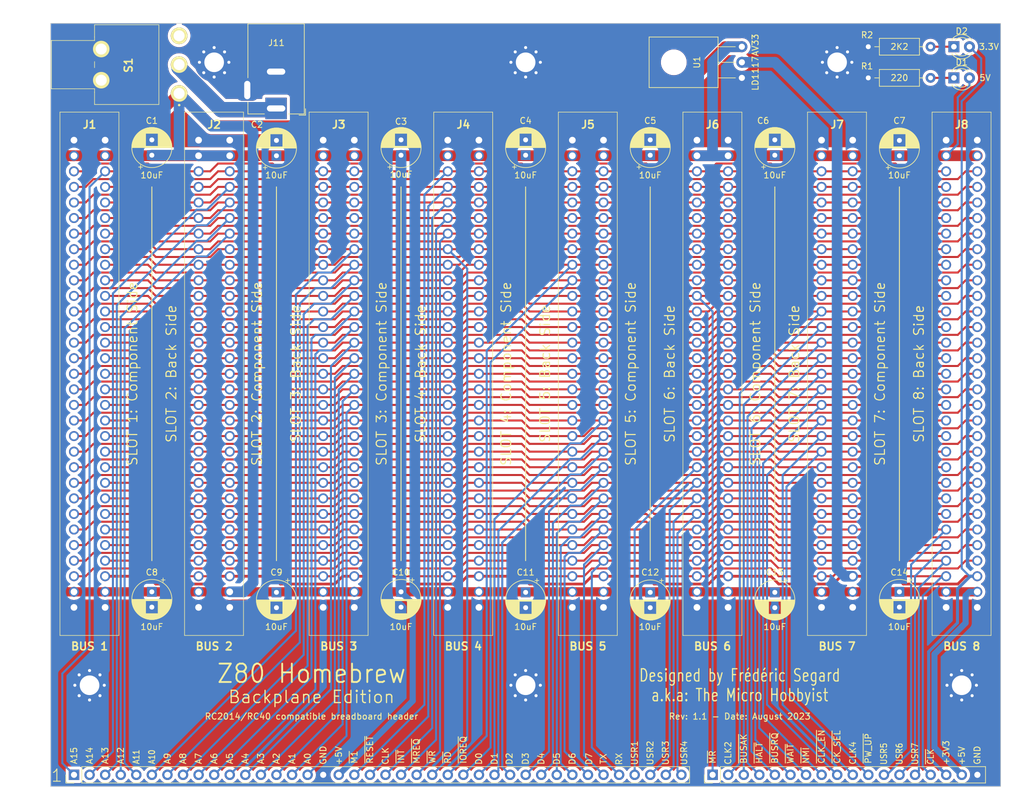
<source format=kicad_pcb>
(kicad_pcb (version 20221018) (generator pcbnew)
  (title_block (date "2022-10-08") (rev "2"))
  (layers (0 "F.Cu" mixed) (31 "B.Cu" mixed) (34 "B.Paste" user) (35 "F.Paste" user) (36 "B.SilkS" user "B.Silkscreen") (37 "F.SilkS" user "F.Silkscreen") (38 "B.Mask" user) (39 "F.Mask" user) (44 "Edge.Cuts" user))
  (net 0 "")
  (net 1 "+5V")
  (net 2 "GND")
  (net 3 "Net-(D1-K)")
  (net 4 "/A15")
  (net 5 "/A14")
  (net 6 "/A13")
  (net 7 "/A12")
  (net 8 "/A11")
  (net 9 "/A10")
  (net 10 "/A9")
  (net 11 "/A8")
  (net 12 "/A7")
  (net 13 "/A6")
  (net 14 "/A5")
  (net 15 "/A4")
  (net 16 "/A3")
  (net 17 "/A2")
  (net 18 "/A1")
  (net 19 "/A0")
  (net 20 "/D0")
  (net 21 "/D1")
  (net 22 "/D2")
  (net 23 "/D3")
  (net 24 "/D4")
  (net 25 "/D5")
  (net 26 "/D6")
  (net 27 "/D7")
  (net 28 "/TX")
  (net 29 "/RX")
  (net 30 "/~{M1}")
  (net 31 "/~{RESET}")
  (net 32 "/CLK")
  (net 33 "/~{INT}")
  (net 34 "/~{MREQ}")
  (net 35 "/~{WR}")
  (net 36 "/~{RD}")
  (net 37 "/~{IORQ}")
  (net 38 "/~{MR}")
  (net 39 "/CLK2")
  (net 40 "/~{BUSAK}")
  (net 41 "/~{HALT}")
  (net 42 "/~{BUSRQ}")
  (net 43 "/~{WAIT}")
  (net 44 "/~{NMI}")
  (net 45 "/~{CLK_EN}")
  (net 46 "/~{CLK_SEL}")
  (net 47 "/CLK4")
  (net 48 "/USER1")
  (net 49 "/USER2")
  (net 50 "/USER3")
  (net 51 "/USER4")
  (net 52 "/USER5")
  (net 53 "/USER6")
  (net 54 "/USER7")
  (net 55 "+3V3")
  (net 56 "Net-(D2-K)")
  (net 57 "/~{PWR_UP}")
  (net 58 "/~{CLK}")
  (net 59 "Net-(S1-COM)")
  (footprint "MountingHole:MountingHole_3.2mm_M3_Pad_Via" (layer "F.Cu") (at 163.83 41.91)
    (fp_text reference "H3" hide)
    (fp_text value "MH")
  )
  (footprint "Capacitor_THT:CP_Radial_D6.3mm_P2.50mm" (layer "F.Cu") (at 92.71 128.27 -90)
    (fp_text reference "C10")
    (fp_text value "10uF")
  )
  (footprint "Connector_BarrelJack:BarrelJack_Horizontal" (layer "F.Cu") (at 72.3315 49.434 -90)
    (fp_text reference "J11")
    (fp_text value "5V DC")
  )
  (footprint "Capacitor_THT:CP_Radial_D6.3mm_P2.50mm" (layer "F.Cu") (at 52.07 57.062379 90)
    (fp_text reference "C1")
    (fp_text value "10uF")
  )
  (footprint "MountingHole:MountingHole_3.2mm_M3_Pad_Via" (layer "F.Cu") (at 41.91 143.51)
    (fp_text reference "H4" hide)
    (fp_text value "MH")
  )
  (footprint "Capacitor_THT:CP_Radial_D6.3mm_P2.50mm" (layer "F.Cu") (at 113.03 128.357621 -90)
    (fp_text reference "C11")
    (fp_text value "10uF")
  )
  (footprint "Package_TO_SOT_THT:TO-126-3_Horizontal_TabDown" (layer "F.Cu") (at 148.295 44.45 90)
    (fp_text reference "U1")
    (fp_text value "LD1117AV33")
  )
  (footprint "Capacitor_THT:CP_Radial_D6.3mm_P2.50mm" (layer "F.Cu") (at 52.07 128.27 -90)
    (fp_text reference "C8")
    (fp_text value "10uF")
  )
  (footprint "Resistor_THT:R_Axial_DIN0207_L6.3mm_D2.5mm_P10.16mm_Horizontal" (layer "F.Cu") (at 168.91 44.45)
    (fp_text reference "R1")
    (fp_text value "220")
  )
  (footprint "0_Library:ISA_Connector" (layer "F.Cu") (at 85.09 54.61)
    (fp_text reference "J3")
    (fp_text value "BUS 3")
  )
  (footprint "0_Library:ISA_Connector" (layer "F.Cu") (at 105.41 54.61)
    (fp_text reference "J4")
    (fp_text value "BUS 4")
  )
  (footprint "0_Library:ISA_Connector" (layer "F.Cu") (at 186.69 54.61)
    (fp_text reference "J8")
    (fp_text value "BUS 8")
  )
  (footprint "LED_THT:LED_D3.0mm" (layer "F.Cu") (at 182.875 44.45)
    (fp_text reference "D1")
    (fp_text value "5V")
  )
  (footprint "Resistor_THT:R_Axial_DIN0207_L6.3mm_D2.5mm_P10.16mm_Horizontal" (layer "F.Cu") (at 168.91 39.37)
    (fp_text reference "R2")
    (fp_text value "2K2")
  )
  (footprint "Capacitor_THT:CP_Radial_D6.3mm_P2.50mm" (layer "F.Cu") (at 113.03 57.062379 90)
    (fp_text reference "C4")
    (fp_text value "10uF")
  )
  (footprint "Capacitor_THT:CP_Radial_D6.3mm_P2.50mm" (layer "F.Cu") (at 92.71 57.062379 90)
    (fp_text reference "C3")
    (fp_text value "10uF")
  )
  (footprint "0_Library:ISA_Connector" (layer "F.Cu") (at 64.77 54.61)
    (fp_text reference "J2")
    (fp_text value "BUS 2")
  )
  (footprint "MountingHole:MountingHole_3.2mm_M3_Pad_Via" (layer "F.Cu") (at 113.03 143.51)
    (fp_text reference "H5" hide)
    (fp_text value "MH")
  )
  (footprint "Capacitor_THT:CP_Radial_D6.3mm_P2.50mm" (layer "F.Cu") (at 133.35 57.062379 90)
    (fp_text reference "C5")
    (fp_text value "10uF")
  )
  (footprint "Capacitor_THT:CP_Radial_D6.3mm_P2.50mm" (layer "F.Cu") (at 153.67 57.062379 90)
    (fp_text reference "C6")
    (fp_text value "10uF")
  )
  (footprint "Connector_PinHeader_2.54mm:PinHeader_1x18_P2.54mm_Vertical" (layer "F.Cu") (at 143.525 158.115 90)
    (fp_text reference "J10" hide)
    (fp_text value "EXTENDED BUS" hide)
  )
  (footprint "Capacitor_THT:CP_Radial_D6.3mm_P2.50mm" (layer "F.Cu") (at 173.99 128.27 -90)
    (fp_text reference "C14")
    (fp_text value "10uF")
  )
  (footprint "0_Library:SPDT_NKK_SWITCH_M2012S2A2W30" (layer "F.Cu") (at 56.515 46.99 -90)
    (fp_text reference "S1")
    (fp_text value "POWER" hide)
  )
  (footprint "Capacitor_THT:CP_Radial_D6.3mm_P2.50mm" (layer "F.Cu") (at 173.99 57.15 90)
    (fp_text reference "C7")
    (fp_text value "10uF")
  )
  (footprint "MountingHole:MountingHole_3.2mm_M3_Pad_Via" (layer "F.Cu") (at 62.23 41.91)
    (fp_text reference "H1" hide)
    (fp_text value "MH")
  )
  (footprint "LED_THT:LED_D3.0mm" (layer "F.Cu") (at 182.875 39.37)
    (fp_text reference "D2")
    (fp_text value "3.3V")
  )
  (footprint "Capacitor_THT:CP_Radial_D6.3mm_P2.50mm" (layer "F.Cu") (at 72.39 57.15 90)
    (fp_text reference "C2")
    (fp_text value "10uF")
  )
  (footprint "Capacitor_THT:CP_Radial_D6.3mm_P2.50mm" (layer "F.Cu") (at 133.35 128.357621 -90)
    (fp_text reference "C12")
    (fp_text value "10uF")
  )
  (footprint "0_Library:ISA_Connector" (layer "F.Cu") (at 44.45 54.61)
    (fp_text reference "J1")
    (fp_text value "BUS 1")
  )
  (footprint "Connector_PinHeader_2.54mm:PinHeader_1x40_P2.54mm_Vertical" (layer "F.Cu") (at 39.375 158.115 90)
    (fp_text reference "J9" hide)
    (fp_text value "BASIC BUS" hide)
  )
  (footprint "0_Library:ISA_Connector" (layer "F.Cu") (at 125.73 54.61)
    (fp_text reference "J5")
    (fp_text value "BUS 5")
  )
  (footprint "MountingHole:MountingHole_3.2mm_M3_Pad_Via" (layer "F.Cu") (at 113.03 41.91)
    (fp_text reference "H2" hide)
    (fp_text value "MH")
  )
  (footprint "Capacitor_THT:CP_Radial_D6.3mm_P2.50mm" (layer "F.Cu") (at 72.39 128.357621 -90)
    (fp_text reference "C9")
    (fp_text value "10uF")
  )
  (footprint "Capacitor_THT:CP_Radial_D6.3mm_P2.50mm" (layer "F.Cu") (at 153.67 128.357621 -90)
    (fp_text reference "C13")
    (fp_text value "10uF")
  )
  (footprint "MountingHole:MountingHole_3.2mm_M3_Pad_Via" (layer "F.Cu") (at 184.15 143.51)
    (fp_text reference "H6" hide)
    (fp_text value "MH")
  )
  (footprint "0_Library:ISA_Connector" (layer "F.Cu") (at 166.37 54.61)
    (fp_text reference "J7")
    (fp_text value "BUS 7")
  )
  (footprint "0_Library:ISA_Connector" (layer "F.Cu") (at 146.05 54.61)
    (fp_text reference "J6")
    (fp_text value "BUS 6")
  )
  (gr_line (start 113.03 62.23) (end 113.03 123.19) (stroke (width 0.15)) (layer "F.SilkS"))
  (gr_line (start 153.67 62.23) (end 153.67 123.19) (stroke (width 0.15)) (layer "F.SilkS"))
  (gr_line (start 35.687 46.228) (end 35.687 38.354) (stroke (width 0.1)) (layer "F.SilkS"))
  (gr_line (start 35.687 38.354) (end 42.728877 38.354) (stroke (width 0.1)) (layer "F.SilkS"))
  (gr_line (start 72.39 62.23) (end 72.39 123.19) (stroke (width 0.15)) (layer "F.SilkS"))
  (gr_line (start 42.725 46.79) (end 42.733267 46.228) (stroke (width 0.1)) (layer "F.SilkS"))
  (gr_line (start 42.733267 46.228) (end 35.687 46.228) (stroke (width 0.1)) (layer "F.SilkS"))
  (gr_line (start 92.71 62.23) (end 92.71 123.19) (stroke (width 0.15)) (layer "F.SilkS"))
  (gr_line (start 173.99 62.23) (end 173.99 123.19) (stroke (width 0.15)) (layer "F.SilkS"))
  (gr_line (start 52.07 62.23) (end 52.07 123.19) (stroke (width 0.15)) (layer "F.SilkS"))
  (gr_line (start 133.35 62.23) (end 133.35 123.19) (stroke (width 0.15)) (layer "F.SilkS"))
  (gr_line (start 42.728877 38.354) (end 42.725 37.79) (stroke (width 0.1)) (layer "F.SilkS"))
  (gr_line (start 190.5 35.56) (end 190.5 160.02) (stroke (width 0.1)) (layer "Edge.Cuts"))
  (gr_line (start 35.56 160.02) (end 190.5 160.02) (stroke (width 0.1)) (layer "Edge.Cuts"))
  (gr_line (start 35.56 160.02) (end 35.56 35.56) (stroke (width 0.1)) (layer "Edge.Cuts"))
  (gr_line (start 190.5 35.56) (end 35.56 35.56) (stroke (width 0.1)) (layer "Edge.Cuts"))
  (gr_text "~{CK_SEL}" (at 163.83 156.3878 90) (layer "F.SilkS") (effects (font (size 1 1)) (justify left)))
  (gr_text "+5V" (at 184.15 156.6164 90) (layer "F.SilkS") (effects (font (size 1 1)) (justify left)))
  (gr_text "A6" (at 62.23 156.464 90) (layer "F.SilkS") (effects (font (size 1 1)) (justify left)))
  (gr_text "A10" (at 52.07 156.464 90) (layer "F.SilkS") (effects (font (size 1 0.85)) (justify left)))
  (gr_text "SLOT 4: Back Side" (at 95.885 92.71 90) (layer "F.SilkS") (effects (font (size 1.6 1.6) (thickness 0.18))))
  (gr_text "A5" (at 64.77 156.464 90) (layer "F.SilkS") (effects (font (size 1 1)) (justify left)))
  (gr_text "SLOT 5: Component Side" (at 130.175 92.71 90) (layer "F.SilkS") (effects (font (size 1.6 1.6) (thickness 0.18))))
  (gr_text "SLOT 1: Component Side" (at 48.895 92.71 90) (layer "F.SilkS") (effects (font (size 1.6 1.6) (thickness 0.18))))
  (gr_text "SLOT 5: Back Side" (at 116.205 92.71 90) (layer "F.SilkS") (effects (font (size 1.6 1.6) (thickness 0.18))))
  (gr_text "~{MR}" (at 143.51 156.3878 90) (layer "F.SilkS") (effects (font (size 1 1)) (justify left)))
  (gr_text "+3V3" (at 181.61 156.6164 90) (layer "F.SilkS") (effects (font (size 1 1)) (justify left)))
  (gr_text "~{IOREQ}" (at 102.87 156.3878 90) (layer "F.SilkS") (effects (font (size 1 1)) (justify left)))
  (gr_text "RX" (at 128.27 156.618165 90) (layer "F.SilkS") (effects (font (size 1 1)) (justify left)))
  (gr_text "D7" (at 123.3678 156.591 90) (layer "F.SilkS") (effects (font (size 1 1)) (justify left)))
  (gr_text "SLOT 3: Component Side" (at 89.535 92.71 90) (layer "F.SilkS") (effects (font (size 1.6 1.6) (thickness 0.18))))
  (gr_text "SLOT 8: Back Side" (at 177.165 92.71 90) (layer "F.SilkS") (effects (font (size 1.6 1.6) (thickness 0.18))))
  (gr_text "D4" (at 115.561609 156.5641 90) (layer "F.SilkS") (effects (font (size 1 1)) (justify left)))
  (gr_text "SLOT 4: Component Side" (at 109.855 92.71 90) (layer "F.SilkS") (effects (font (size 1.6 1.6) (thickness 0.18))))
  (gr_text "SLOT 2: Component Side" (at 69.215 92.71 90) (layer "F.SilkS") (effects (font (size 1.6 1.6) (thickness 0.18))))
  (gr_text "A2" (at 72.39 156.464 90) (layer "F.SilkS") (effects (font (size 1 1)) (justify left)))
  (gr_text "CLK2" (at 146.05 156.5402 90) (layer "F.SilkS") (effects (font (size 1 1)) (justify left)))
  (gr_text "USR4" (at 138.8618 156.6164 90) (layer "F.SilkS") (effects (font (size 1 1)) (justify left)))
  (gr_text "CLK4" (at 166.3954 156.5402 90) (layer "F.SilkS") (effects (font (size 1 1)) (justify left)))
  (gr_text "~{M1}" (at 85.09 156.3878 90) (layer "F.SilkS") (effects (font (size 1 1)) (justify left)))
  (gr_text "D6" (at 120.641609 156.5641 90) (layer "F.SilkS") (effects (font (size 1 1)) (justify left)))
  (gr_text "Z80 Homebrew" (at 78.105 141.605) (layer "F.SilkS") (effects (font (size 3 2.75) (thickness 0.3))))
  (gr_text "Rev: 1.1 - Date: August 2023" (at 147.955 148.59) (layer "F.SilkS") (effects (font (size 1 1))))
  (gr_text "SLOT 6: Component Side" (at 150.495 92.71 90) (layer "F.SilkS") (effects (font (size 1.6 1.6) (thickness 0.18))))
  (gr_text "SLOT 7: Back Side" (at 156.845 92.71 90) (layer "F.SilkS") (effects (font (size 1.6 1.6) (thickness 0.18))))
  (gr_text "~{BUSRQ}" (at 153.67 156.3878 90) (layer "F.SilkS") (effects (font (size 1 1)) (justify left)))
  (gr_text "D1" (at 107.941609 156.5641 90) (layer "F.SilkS") (effects (font (size 1 1)) (justify left)))
  (gr_text "A15" (at 39.37 156.464 90) (layer "F.SilkS") (effects (font (size 1 1)) (justify left)))
  (gr_text "~{WR}" (at 97.79 156.3878 90) (layer "F.SilkS") (effects (font (size 1 1)) (justify left)))
  (gr_text "USR3" (at 135.8646 156.6164 90) (layer "F.SilkS") (effects (font (size 1 1)) (justify left)))
  (gr_text "~{RD}" (at 100.33 156.3878 90) (layer "F.SilkS") (effects (font (size 1 1)) (justify left)))
  (gr_text "D2" (at 110.375074 156.565869 90) (layer "F.SilkS") (effects (font (size 1 1)) (justify left)))
  (gr_text "+5V" (at 82.55 156.6164 90) (layer "F.SilkS") (effects (font (size 1 1)) (justify left)))
  (gr_text "D0" (at 105.401609 156.5641 90) (layer "F.SilkS") (effects (font (size 1 1)) (justify left)))
  (gr_text "~{HALT}" (at 151.13 156.3878 90) (layer "F.SilkS") (effects (font (size 1 1)) (justify left)))
  (gr_text "A14" (at 41.91 156.464 90) (layer "F.SilkS") (effects (font (size 1 1)) (justify left)))
  (gr_text "GND" (at 186.69 156.5402 90) (layer "F.SilkS") (effects (font (size 1 1)) (justify left)))
  (gr_text "A1" (at 74.93 156.464 90) (layer "F.SilkS") (effects (font (size 1 1)) (justify left)))
  (gr_text "1" (at 36.576 158.242) (layer "F.SilkS") (effects (font (size 2 2))))
  (gr_text "~{MREQ}" (at 95.25 156.3878 90) (layer "F.SilkS") (effects (font (size 1 1)) (justify left)))
  (gr_text "~{CLK_EN}" (at 161.29 156.3878 90) (layer "F.SilkS") (effects (font (size 1 1)) (justify left)))
  (gr_text "~{PW_UP}" (at 168.91 156.3878 90) (layer "F.SilkS") (effects (font (size 1 1)) (justify left)))
  (gr_text "A8" (at 57.15 156.464 90) (layer "F.SilkS") (effects (font (size 1 1)) (justify left)))
  (gr_text "USR1" (at 130.81 156.618165 90) (layer "F.SilkS") (effects (font (size 1 1)) (justify left)))
  (gr_text "A4" (at 67.31 156.464 90) (layer "F.SilkS") (effects (font (size 1 1)) (justify left)))
  (gr_text "A7" (at 59.69 156.464 90) (layer "F.SilkS") (effects (font (size 1 1)) (justify left)))
  (gr_text "GND" (at 80.01 156.5402 90) (layer "F.SilkS") (effects (font (size 1 1)) (justify left)))
  (gr_text "SLOT 2: Back Side" (at 55.245 92.71 90) (layer "F.SilkS") (effects (font (size 1.6 1.6) (thickness 0.18))))
  (gr_text "~{WAIT}" (at 156.21 156.3878 90) (layer "F.SilkS") (effects (font (size 1 1)) (justify left)))
  (gr_text "SLOT 3: Back Side" (at 75.565 92.71 90) (layer "F.SilkS") (effects (font (size 1.6 1.6) (thickness 0.18))))
  (gr_text "~{NMI}" (at 158.75 156.3878 90) (layer "F.SilkS") (effects (font (size 1 1)) (justify left)))
  (gr_text "Designed by Frédéric Segard\na.k.a: The Micro Hobbyist" (at 147.955 143.51) (layer "F.SilkS") (effects (font (size 2 1.5) (thickness 0.2))))
  (gr_text "A12" (at 46.99 156.464 90) (layer "F.SilkS") (effects (font (size 1 1)) (justify left)))
  (gr_text "~{RESET}" (at 87.63 156.3878 90) (layer "F.SilkS") (effects (font (size 1 1)) (justify left)))
  (gr_text "A13" (at 44.45 156.464 90) (layer "F.SilkS") (effects (font (size 1 1)) (justify left)))
  (gr_text "A11" (at 49.53 156.464 90) (layer "F.SilkS") (effects (font (size 1 0.85)) (justify left)))
  (gr_text "~{INT}" (at 92.71 156.3878 90) (layer "F.SilkS") (effects (font (size 1 1)) (justify left)))
  (gr_text "D3" (at 113.021609 156.5641 90) (layer "F.SilkS") (effects (font (size 1 1)) (justify left)))
  (gr_text "USR2" (at 133.35 156.618165 90) (layer "F.SilkS") (effects (font (size 1 1)) (justify left)))
  (gr_text "A3" (at 69.85 156.464 90) (layer "F.SilkS") (effects (font (size 1 1)) (justify left)))
  (gr_text "A0" (at 77.47 156.464 90) (layer "F.SilkS") (effects (font (size 1 1)) (justify left)))
  (gr_text "Backplane Edition" (at 78.105 145.415) (layer "F.SilkS") (effects (font (size 2 2) (thickness 0.2))))
  (gr_text "CLK" (at 90.17 156.5402 90) (layer "F.SilkS") (effects (font (size 1 1)) (justify left)))
  (gr_text "~{CLK}" (at 179.07 156.5275 90) (layer "F.SilkS") (effects (font (size 1 0.9)) (justify left)))
  (gr_text "D5" (at 118.101609 156.5641 90) (layer "F.SilkS") (effects (font (size 1 1)) (justify left)))
  (gr_text "USR7" (at 176.53 156.5656 90) (layer "F.SilkS") (effects (font (size 1 0.9)) (justify left)))
  (gr_text "USR5" (at 171.45 156.5656 90) (layer "F.SilkS") (effects (font (size 1 0.9)) (justify left)))
  (gr_text "USR6" (at 173.99 156.5656 90) (layer "F.SilkS") (effects (font (size 1 0.9)) (justify left)))
  (gr_text "A9" (at 54.61 156.464 90) (layer "F.SilkS") (effects (font (size 1 1)) (justify left)))
  (gr_text "~{BUSAK}" (at 148.59 156.3878 90) (layer "F.SilkS") (effects (font (size 1 1)) (justify left)))
  (gr_text "TX" (at 125.73 156.464 90) (layer "F.SilkS") (effects (font (size 1 1)) (justify left)))
  (gr_text "SLOT 7: Component Side" (at 170.815 92.71 90) (layer "F.SilkS") (effects (font (size 1.6 1.6) (thickness 0.18))))
  (gr_text "SLOT 6: Back Side" (at 136.525 92.71 90) (layer "F.SilkS") (effects (font (size 1.6 1.6) (thickness 0.18))))
  (gr_text "RC2014/RC40 compatible breadboard header" (at 78.105 148.59) (layer "F.SilkS") (effects (font (size 1 1))))
  (segment (start 36.83 58.42) (end 36.83 57.15) (width 1.75) (layer "F.Cu") (net 1))
  (segment (start 36.83 57.15) (end 36.83 52.705) (width 1.75) (layer "F.Cu") (net 1))
  (segment (start 132.656 52.259) (end 145.545 39.37) (width 1.75) (layer "F.Cu") (net 1))
  (segment (start 36.83 52.705) (end 38.735 50.8) (width 1.75) (layer "F.Cu") (net 1))
  (segment (start 56.515 46.99) (end 61.784 52.259) (width 1.75) (layer "F.Cu") (net 1))
  (segment (start 38.1 57.15) (end 36.83 58.42) (width 1.75) (layer "F.Cu") (net 1))
  (segment (start 52.705 50.8) (end 56.515 46.99) (width 1.75) (layer "F.Cu") (net 1))
  (segment (start 61.784 52.259) (end 132.656 52.259) (width 1.75) (layer "F.Cu") (net 1))
  (segment (start 38.1 57.15) (end 36.83 55.88) (width 1.75) (layer "F.Cu") (net 1))
  (segment (start 39.37 128.27) (end 38.1 128.27) (width 1.5) (layer "F.Cu") (net 1))
  (segment (start 39.37 128.27) (end 186.69 128.27) (width 1.5) (layer "F.Cu") (net 1))
  (segment (start 39.37 57.15) (end 36.83 57.15) (width 1.75) (layer "F.Cu") (net 1))
  (segment (start 39.37 57.15) (end 186.69 57.15) (width 1.75) (layer "F.Cu") (net 1))
  (segment (start 38.1 128.27) (end 36.83 127) (width 1.5) (layer "F.Cu") (net 1))
  (segment (start 39.37 57.15) (end 38.1 57.15) (width 1.75) (layer "F.Cu") (net 1))
  (segment (start 145.545 39.37) (end 148.295 39.37) (width 1.75) (layer "F.Cu") (net 1))
  (segment (start 38.735 50.8) (end 52.705 50.8) (width 1.75) (layer "F.Cu") (net 1))
  (segment (start 36.83 127) (end 36.83 58.42) (width 1.5) (layer "F.Cu") (net 1))
  (segment (start 186.69 128.27) (end 185.42 128.27) (width 1) (layer "B.Cu") (net 1))
  (segment (start 56.515 46.99) (end 61.849 52.324) (width 1.75) (layer "B.Cu") (net 1))
  (segment (start 140.97 57.15) (end 143.51 57.15) (width 1.75) (layer "B.Cu") (net 1))
  (segment (start 94.615 146.055) (end 94.615 130.175) (width 1) (layer "B.Cu") (net 1))
  (segment (start 67.056 128.27) (end 64.77 128.27) (width 1.75) (layer "B.Cu") (net 1))
  (segment (start 143.51 57.15) (end 146.05 57.15) (width 1.75) (layer "B.Cu") (net 1))
  (segment (start 92.71 128.27) (end 92.71 57.062379) (width 1.75) (layer "B.Cu") (net 1))
  (segment (start 185.42 128.27) (end 184.785 128.905) (width 1) (layer "B.Cu") (net 1))
  (segment (start 185.415 45.725) (end 183.515 47.625) (width 0.333) (layer "B.Cu") (net 1))
  (segment (start 68.58 126.746) (end 67.056 128.27) (width 1.75) (layer "B.Cu") (net 1))
  (segment (start 183.515 55.245) (end 181.61 57.15) (width 0.333) (layer "B.Cu") (net 1))
  (segment (start 59.69 57.15) (end 64.77 57.15) (width 1.75) (layer "B.Cu") (net 1))
  (segment (start 56.515 46.99) (end 56.515 56.515) (width 1.75) (layer "B.Cu") (net 1))
  (segment (start 183.515 47.625) (end 183.515 55.245) (width 0.333) (layer "B.Cu") (net 1))
  (segment (start 179.705 138.43) (end 179.705 153.655) (width 1) (layer "B.Cu") (net 1))
  (segment (start 59.602379 57.062379) (end 59.69 57.15) (width 1.75) (layer "B.Cu") (net 1))
  (segment (start 184.785 128.905) (end 184.785 133.35) (width 1) (layer "B.Cu") (net 1))
  (segment (start 56.515 56.515) (end 55.967621 57.062379) (width 1.75) (layer "B.Cu") (net 1))
  (segment (start 184.785 133.35) (end 179.705 138.43) (width 1) (layer "B.Cu") (net 1))
  (segment (start 146.05 39.37) (end 143.51 41.91) (width 1.75) (layer "B.Cu") (net 1))
  (segment (start 82.555 158.115) (end 94.615 146.055) (width 1) (layer "B.Cu") (net 1))
  (segment (start 185.415 44.45) (end 185.415 45.725) (width 0.333) (layer "B.Cu") (net 1))
  (segment (start 52.07 57.062379) (end 55.967621 57.062379) (width 1.75) (layer "B.Cu") (net 1))
  (segment (start 143.51 41.91) (end 143.51 57.15) (width 1.75) (layer "B.Cu") (net 1))
  (segment (start 148.295 39.37) (end 146.05 39.37) (width 1.75) (layer "B.Cu") (net 1))
  (segment (start 68.58 53.34) (end 68.58 126.746) (width 1.75) (layer "B.Cu") (net 1))
  (segment (start 67.564 52.324) (end 68.58 53.34) (width 1.75) (layer "B.Cu") (net 1))
  (segment (start 179.705 153.655) (end 184.165 158.115) (width 1) (layer "B.Cu") (net 1))
  (segment (start 55.967621 57.062379) (end 59.602379 57.062379) (width 1.75) (layer "B.Cu") (net 1))
  (segment (start 61.849 52.324) (end 67.564 52.324) (width 1.75) (layer "B.Cu") (net 1))
  (segment (start 94.615 130.175) (end 92.71 128.27) (width 1) (layer "B.Cu") (net 1))
  (segment (start 67.6315 46.434) (end 67.6315 45.4065) (width 2.5) (layer "F.Cu") (net 2))
  (segment (start 44.07 40.005) (end 43.815 39.75) (width 0.75) (layer "F.Cu") (net 2))
  (segment (start 187.96 54.61) (end 189.23 55.88) (width 1.75) (layer "F.Cu") (net 2))
  (segment (start 163.83 41.91) (end 166.37 39.37) (width 0.333) (layer "F.Cu") (net 2))
  (segment (start 62.23 41.91) (end 60.325 40.005) (width 0.75) (layer "F.Cu") (net 2))
  (segment (start 186.69 54.61) (end 187.96 54.61) (width 1.75) (layer "F.Cu") (net 2))
  (segment (start 66.754 46.434) (end 62.23 41.91) (width 2.5) (layer "F.Cu") (net 2))
  (segment (start 186.69 54.61) (end 39.37 54.61) (width 1.75) (layer "F.Cu") (net 2))
  (segment (start 166.37 39.37) (end 168.91 39.37) (width 0.333) (layer "F.Cu") (net 2))
  (segment (start 189.23 55.88) (end 189.23 129.54) (width 1.75) (layer "F.Cu") (net 2))
  (segment (start 187.96 130.81) (end 186.69 130.81) (width 1.75) (layer "F.Cu") (net 2))
  (segment (start 67.6315 46.0335) (end 70.231 43.434) (width 2.5) (layer "F.Cu") (net 2))
  (segment (start 67.6315 46.434) (end 67.6315 46.0335) (width 2.5) (layer "F.Cu") (net 2))
  (segment (start 148.295 44.45) (end 148.295 52.365) (width 1.75) (layer "F.Cu") (net 2))
  (segment (start 69.3315 46.434) (end 72.3315 43.434) (width 2.5) (layer "F.Cu") (net 2))
  (segment (start 65.659 43.434) (end 63.754 43.434) (width 2.5) (layer "F.Cu") (net 2))
  (segment (start 168.91 44.45) (end 166.37 44.45) (width 0.333) (layer "F.Cu") (net 2))
  (segment (start 189.23 129.54) (end 187.96 130.81) (width 1.75) (layer "F.Cu") (net 2))
  (segment (start 186.69 130.81) (end 39.37 130.81) (width 1.75) (layer "F.Cu") (net 2))
  (segment (start 67.6315 46.434) (end 66.754 46.434) (width 2.5) (layer "F.Cu") (net 2))
  (segment (start 43.815 39.75) (end 43.815 44.83) (width 2.5) (layer "F.Cu") (net 2))
  (segment (start 67.6315 46.434) (end 69.3315 46.434) (width 2.5) (layer "F.Cu") (net 2))
  (segment (start 166.37 44.45) (end 163.83 41.91) (width 0.333) (layer "F.Cu") (net 2))
  (segment (start 60.325 40.005) (end 44.07 40.005) (width 0.75) (layer "F.Cu") (net 2))
  (segment (start 67.6315 45.4065) (end 65.659 43.434) (width 2.5) (layer "F.Cu") (net 2))
  (segment (start 63.754 43.434) (end 62.23 41.91) (width 2.5) (layer "F.Cu") (net 2))
  (segment (start 72.3315 43.434) (end 70.231 43.434) (width 2.5) (layer "F.Cu") (net 2))
  (segment (start 148.295 52.365) (end 146.05 54.61) (width 1.75) (layer "F.Cu") (net 2))
  (segment (start 70.231 43.434) (end 65.659 43.434) (width 2.5) (layer "F.Cu") (net 2))
  (segment (start 82.55 54.61) (end 82.55 48.895) (width 1.5) (layer "B.Cu") (net 2))
  (segment (start 188.595 135.255) (end 188.595 143.51) (width 1) (layer "B.Cu") (net 2))
  (segment (start 82.55 48.895) (end 77.089 43.434) (width 1.5) (layer "B.Cu") (net 2))
  (segment (start 77.089 43.434) (end 72.3315 43.434) (width 1.5) (layer "B.Cu") (net 2))
  (segment (start 166.37 54.61) (end 166.37 44.45) (width 1.5) (layer "B.Cu") (net 2))
  (segment (start 148.295 44.45) (end 148.295 52.365) (width 1.75) (layer "B.Cu") (net 2))
  (segment (start 113.03 143.51) (end 113.03 130.857621) (width 1.5) (layer "B.Cu") (net 2))
  (segment (start 92.71 145.42) (end 92.71 130.77) (width 1) (layer "B.Cu") (net 2))
  (segment (start 44.45 130.81) (end 44.45 140.97) (width 1.5) (layer "B.Cu") (net 2))
  (segment (start 80.015 158.115) (end 92.71 145.42) (width 1) (layer "B.Cu") (net 2))
  (segment (start 166.37 44.45) (end 163.83 41.91) (width 1.5) (layer "B.Cu") (net 2))
  (segment (start 44.45 140.97) (end 41.91 143.51) (width 1.5) (layer "B.Cu") (net 2))
  (segment (start 188.595 156.225) (end 186.705 158.115) (width 1) (layer "B.Cu") (net 2))
  (segment (start 186.69 130.81) (end 186.69 133.35) (width 1) (layer "B.Cu") (net 2))
  (segment (start 186.69 133.35) (end 188.595 135.255) (width 1) (layer "B.Cu") (net 2))
  (segment (start 113.03 54.562379) (end 113.03 41.91) (width 1.5) (layer "B.Cu") (net 2))
  (segment (start 80.037 54.61) (end 82.55 54.61) (width 1.5) (layer "B.Cu") (net 2))
  (segment (start 82.55 54.61) (end 85.117 54.61) (width 1.5) (layer "B.Cu") (net 2))
  (segment (start 148.295 52.365) (end 146.05 54.61) (width 1.75) (layer "B.Cu") (net 2))
  (segment (start 188.595 143.51) (end 188.595 156.225) (width 1) (layer "B.Cu") (net 2))
  (segment (start 184.15 143.51) (end 188.595 143.51) (width 1) (layer "B.Cu") (net 2))
  (segment (start 179.07 44.45) (end 182.875 44.45) (width 0.333) (layer "F.Cu") (net 3))
  (segment (start 144.145 59.69) (end 142.875 60.96) (width 0.333) (layer "F.Cu") (net 4))
  (segment (start 92.075 59.69) (end 85.09 59.69) (width 0.333) (layer "F.Cu") (net 4))
  (segment (start 52.705 60.96) (end 51.435 59.69) (width 0.333) (layer "F.Cu") (net 4))
  (segment (start 113.665 60.96) (end 112.395 59.69) (width 0.333) (layer "F.Cu") (net 4))
  (segment (start 93.345 60.96) (end 92.075 59.69) (width 0.333) (layer "F.Cu") (net 4))
  (segment (start 83.185 59.69) (end 81.915 60.96) (width 0.333) (layer "F.Cu") (net 4))
  (segment (start 71.755 59.69) (end 64.77 59.69) (width 0.333) (layer "F.Cu") (net 4))
  (segment (start 164.465 59.69) (end 163.195 60.96) (width 0.333) (layer "F.Cu") (net 4))
  (segment (start 153.035 59.69) (end 146.05 59.69) (width 0.333) (layer "F.Cu") (net 4))
  (segment (start 166.37 59.69) (end 164.465 59.69) (width 0.333) (layer "F.Cu") (net 4))
  (segment (start 174.625 60.96) (end 173.355 59.69) (width 0.333) (layer "F.Cu") (net 4))
  (segment (start 184.785 59.69) (end 183.515 60.96) (width 0.333) (layer "F.Cu") (net 4))
  (segment (start 81.915 60.96) (end 73.025 60.96) (width 0.333) (layer "F.Cu") (net 4))
  (segment (start 112.395 59.69) (end 105.41 59.69) (width 0.333) (layer "F.Cu") (net 4))
  (segment (start 173.355 59.69) (end 166.37 59.69) (width 0.333) (layer "F.Cu") (net 4))
  (segment (start 122.555 60.96) (end 113.665 60.96) (width 0.333) (layer "F.Cu") (net 4))
  (segment (start 142.875 60.96) (end 133.985 60.96) (width 0.333) (layer "F.Cu") (net 4))
  (segment (start 125.73 59.69) (end 123.825 59.69) (width 0.333) (layer "F.Cu") (net 4))
  (segment (start 61.595 60.96) (end 52.705 60.96) (width 0.333) (layer "F.Cu") (net 4))
  (segment (start 146.05 59.69) (end 144.145 59.69) (width 0.333) (layer "F.Cu") (net 4))
  (segment (start 62.865 59.69) (end 61.595 60.96) (width 0.333) (layer "F.Cu") (net 4))
  (segment (start 103.505 59.69) (end 102.235 60.96) (width 0.333) (layer "F.Cu") (net 4))
  (segment (start 123.825 59.69) (end 122.555 60.96) (width 0.333) (layer "F.Cu") (net 4))
  (segment (start 183.515 60.96) (end 174.625 60.96) (width 0.333) (layer "F.Cu") (net 4))
  (segment (start 186.69 59.69) (end 184.785 59.69) (width 0.333) (layer "F.Cu") (net 4))
  (segment (start 85.09 59.69) (end 83.185 59.69) (width 0.333) (layer "F.Cu") (net 4))
  (segment (start 163.195 60.96) (end 154.305 60.96) (width 0.333) (layer "F.Cu") (net 4))
  (segment (start 105.41 59.69) (end 103.505 59.69) (width 0.333) (layer "F.Cu") (net 4))
  (segment (start 51.435 59.69) (end 44.45 59.69) (width 0.333) (layer "F.Cu") (net 4))
  (segment (start 102.235 60.96) (end 93.345 60.96) (width 0.333) (layer "F.Cu") (net 4))
  (segment (start 73.025 60.96) (end 71.755 59.69) (width 0.333) (layer "F.Cu") (net 4))
  (segment (start 133.985 60.96) (end 132.715 59.69) (width 0.333) (layer "F.Cu") (net 4))
  (segment (start 64.77 59.69) (end 62.865 59.69) (width 0.333) (layer "F.Cu") (net 4))
  (segment (start 154.305 60.96) (end 153.035 59.69) (width 0.333) (layer "F.Cu") (net 4))
  (segment (start 132.715 59.69) (end 125.73 59.69) (width 0.333) (layer "F.Cu") (net 4))
  (segment (start 41.91 137.16) (end 41.91 62.23) (width 0.333) (layer "B.Cu") (net 4))
  (segment (start 39.375 158.115) (end 39.37 158.115) (width 0.333) (layer "B.Cu") (net 4))
  (segment (start 41.91 62.23) (end 44.45 59.69) (width 0.333) (layer "B.Cu") (net 4))
  (segment (start 37.465 141.605) (end 41.91 137.16) (width 0.333) (layer "B.Cu") (net 4))
  (segment (start 37.465 156.21) (end 37.465 141.605) (width 0.333) (layer "B.Cu") (net 4))
  (segment (start 39.37 158.115) (end 37.465 156.21) (width 0.333) (layer "B.Cu") (net 4))
  (segment (start 125.73 62.23) (end 123.825 62.23) (width 0.333) (layer "F.Cu") (net 5))
  (segment (start 122.555 63.5) (end 113.665 63.5) (width 0.333) (layer "F.Cu") (net 5))
  (segment (start 132.715 62.23) (end 125.73 62.23) (width 0.333) (layer "F.Cu") (net 5))
  (segment (start 144.145 62.23) (end 142.875 63.5) (width 0.333) (layer "F.Cu") (net 5))
  (segment (start 102.235 63.5) (end 93.345 63.5) (width 0.333) (layer "F.Cu") (net 5))
  (segment (start 112.395 62.23) (end 105.41 62.23) (width 0.333) (layer "F.Cu") (net 5))
  (segment (start 105.41 62.23) (end 103.505 62.23) (width 0.333) (layer "F.Cu") (net 5))
  (segment (start 62.865 62.23) (end 61.595 63.5) (width 0.333) (layer "F.Cu") (net 5))
  (segment (start 83.185 62.23) (end 81.915 63.5) (width 0.333) (layer "F.Cu") (net 5))
  (segment (start 64.77 62.23) (end 62.865 62.23) (width 0.333) (layer "F.Cu") (net 5))
  (segment (start 52.705 63.5) (end 51.435 62.23) (width 0.333) (layer "F.Cu") (net 5))
  (segment (start 93.345 63.5) (end 92.075 62.23) (width 0.333) (layer "F.Cu") (net 5))
  (segment (start 153.035 62.23) (end 146.05 62.23) (width 0.333) (layer "F.Cu") (net 5))
  (segment (start 103.505 62.23) (end 102.235 63.5) (width 0.333) (layer "F.Cu") (net 5))
  (segment (start 142.875 63.5) (end 133.985 63.5) (width 0.333) (layer "F.Cu") (net 5))
  (segment (start 113.665 63.5) (end 112.395 62.23) (width 0.333) (layer "F.Cu") (net 5))
  (segment (start 166.37 62.23) (end 164.465 62.23) (width 0.333) (layer "F.Cu") (net 5))
  (segment (start 92.075 62.23) (end 85.09 62.23) (width 0.333) (layer "F.Cu") (net 5))
  (segment (start 154.305 63.5) (end 153.035 62.23) (width 0.333) (layer "F.Cu") (net 5))
  (segment (start 61.595 63.5) (end 52.705 63.5) (width 0.333) (layer "F.Cu") (net 5))
  (segment (start 164.465 62.23) (end 163.195 63.5) (width 0.333) (layer "F.Cu") (net 5))
  (segment (start 51.435 62.23) (end 44.45 62.23) (width 0.333) (layer "F.Cu") (net 5))
  (segment (start 183.515 63.5) (end 174.625 63.5) (width 0.333) (layer "F.Cu") (net 5))
  (segment (start 186.69 62.23) (end 184.785 62.23) (width 0.333) (layer "F.Cu") (net 5))
  (segment (start 73.025 63.5) (end 71.755 62.23) (width 0.333) (layer "F.Cu") (net 5))
  (segment (start 173.355 62.23) (end 166.37 62.23) (width 0.333) (layer "F.Cu") (net 5))
  (segment (start 81.915 63.5) (end 73.025 63.5) (width 0.333) (layer "F.Cu") (net 5))
  (segment (start 85.09 62.23) (end 83.185 62.23) (width 0.333) (layer "F.Cu") (net 5))
  (segment (start 146.05 62.23) (end 144.145 62.23) (width 0.333) (layer "F.Cu") (net 5))
  (segment (start 174.625 63.5) (end 173.355 62.23) (width 0.333) (layer "F.Cu") (net 5))
  (segment (start 184.785 62.23) (end 183.515 63.5) (width 0.333) (layer "F.Cu") (net 5))
  (segment (start 163.195 63.5) (end 154.305 63.5) (width 0.333) (layer "F.Cu") (net 5))
  (segment (start 133.985 63.5) (end 132.715 62.23) (width 0.333) (layer "F.Cu") (net 5))
  (segment (start 123.825 62.23) (end 122.555 63.5) (width 0.333) (layer "F.Cu") (net 5))
  (segment (start 71.755 62.23) (end 64.77 62.23) (width 0.333) (layer "F.Cu") (net 5))
  (segment (start 61.0445 65.9555) (end 64.77 62.23) (width 0.333) (layer "B.Cu") (net 5))
  (segment (start 45.72 154.31) (end 45.72 79.603449) (width 0.333) (layer "B.Cu") (net 5))
  (segment (start 41.915 158.115) (end 45.72 154.31) (width 0.333) (layer "B.Cu") (net 5))
  (segment (start 59.367949 65.9555) (end 61.0445 65.9555) (width 0.333) (layer "B.Cu") (net 5))
  (segment (start 45.72 79.603449) (end 59.367949 65.9555) (width 0.333) (layer "B.Cu") (net 5))
  (segment (start 73.025 66.04) (end 71.755 64.77) (width 0.333) (layer "F.Cu") (net 6))
  (segment (start 122.555 66.04) (end 113.665 66.04) (width 0.333) (layer "F.Cu") (net 6))
  (segment (start 133.985 66.04) (end 132.715 64.77) (width 0.333) (layer "F.Cu") (net 6))
  (segment (start 64.77 64.77) (end 62.865 64.77) (width 0.333) (layer "F.Cu") (net 6))
  (segment (start 102.235 66.04) (end 93.345 66.04) (width 0.333) (layer "F.Cu") (net 6))
  (segment (start 142.875 66.04) (end 133.985 66.04) (width 0.333) (layer "F.Cu") (net 6))
  (segment (start 174.625 66.04) (end 173.355 64.77) (width 0.333) (layer "F.Cu") (net 6))
  (segment (start 93.345 66.04) (end 92.075 64.77) (width 0.333) (layer "F.Cu") (net 6))
  (segment (start 186.69 64.77) (end 184.785 64.77) (width 0.333) (layer "F.Cu") (net 6))
  (segment (start 173.355 64.77) (end 166.37 64.77) (width 0.333) (layer "F.Cu") (net 6))
  (segment (start 132.715 64.77) (end 125.73 64.77) (width 0.333) (layer "F.Cu") (net 6))
  (segment (start 71.755 64.77) (end 64.77 64.77) (width 0.333) (layer "F.Cu") (net 6))
  (segment (start 163.195 66.04) (end 154.305 66.04) (width 0.333) (layer "F.Cu") (net 6))
  (segment (start 51.435 64.77) (end 44.45 64.77) (width 0.333) (layer "F.Cu") (net 6))
  (segment (start 125.73 64.77) (end 123.825 64.77) (width 0.333) (layer "F.Cu") (net 6))
  (segment (start 61.595 66.04) (end 52.705 66.04) (width 0.333) (layer "F.Cu") (net 6))
  (segment (start 103.505 64.77) (end 102.235 66.04) (width 0.333) (layer "F.Cu") (net 6))
  (segment (start 184.785 64.77) (end 183.515 66.04) (width 0.333) (layer "F.Cu") (net 6))
  (segment (start 164.465 64.77) (end 163.195 66.04) (width 0.333) (layer "F.Cu") (net 6))
  (segment (start 62.865 64.77) (end 61.595 66.04) (width 0.333) (layer "F.Cu") (net 6))
  (segment (start 144.145 64.77) (end 142.875 66.04) (width 0.333) (layer "F.Cu") (net 6))
  (segment (start 85.09 64.77) (end 83.185 64.77) (width 0.333) (layer "F.Cu") (net 6))
  (segment (start 92.075 64.77) (end 85.09 64.77) (width 0.333) (layer "F.Cu") (net 6))
  (segment (start 123.825 64.77) (end 122.555 66.04) (width 0.333) (layer "F.Cu") (net 6))
  (segment (start 154.305 66.04) (end 153.035 64.77) (width 0.333) (layer "F.Cu") (net 6))
  (segment (start 166.37 64.77) (end 164.465 64.77) (width 0.333) (layer "F.Cu") (net 6))
  (segment (start 146.05 64.77) (end 144.145 64.77) (width 0.333) (layer "F.Cu") (net 6))
  (segment (start 105.41 64.77) (end 103.505 64.77) (width 0.333) (layer "F.Cu") (net 6))
  (segment (start 183.515 66.04) (end 174.625 66.04) (width 0.333) (layer "F.Cu") (net 6))
  (segment (start 81.915 66.04) (end 73.025 66.04) (width 0.333) (layer "F.Cu") (net 6))
  (segment (start 153.035 64.77) (end 146.05 64.77) (width 0.333) (layer "F.Cu") (net 6))
  (segment (start 52.705 66.04) (end 51.435 64.77) (width 0.333) (layer "F.Cu") (net 6))
  (segment (start 113.665 66.04) (end 112.395 64.77) (width 0.333) (layer "F.Cu") (net 6))
  (segment (start 112.395 64.77) (end 105.41 64.77) (width 0.333) (layer "F.Cu") (net 6))
  (segment (start 83.185 64.77) (end 81.915 66.04) (width 0.333) (layer "F.Cu") (net 6))
  (segment (start 46.355 81.508449) (end 59.367949 68.4955) (width 0.333) (layer "B.Cu") (net 6))
  (segment (start 44.455 158.115) (end 46.355 156.215) (width 0.333) (layer "B.Cu") (net 6))
  (segment (start 46.355 156.215) (end 46.355 81.508449) (width 0.333) (layer "B.Cu") (net 6))
  (segment (start 61.0445 68.4955) (end 64.77 64.77) (width 0.333) (layer "B.Cu") (net 6))
  (segment (start 59.367949 68.4955) (end 61.0445 68.4955) (width 0.333) (layer "B.Cu") (net 6))
  (segment (start 92.075 67.31) (end 85.09 67.31) (width 0.333) (layer "F.Cu") (net 7))
  (segment (start 113.665 68.58) (end 112.395 67.31) (width 0.333) (layer "F.Cu") (net 7))
  (segment (start 186.69 67.31) (end 184.785 67.31) (width 0.333) (layer "F.Cu") (net 7))
  (segment (start 62.865 67.31) (end 61.595 68.58) (width 0.333) (layer "F.Cu") (net 7))
  (segment (start 112.395 67.31) (end 105.41 67.31) (width 0.333) (layer "F.Cu") (net 7))
  (segment (start 184.785 67.31) (end 183.515 68.58) (width 0.333) (layer "F.Cu") (net 7))
  (segment (start 85.09 67.31) (end 83.185 67.31) (width 0.333) (layer "F.Cu") (net 7))
  (segment (start 142.875 68.58) (end 133.985 68.58) (width 0.333) (layer "F.Cu") (net 7))
  (segment (start 105.41 67.31) (end 103.505 67.31) (width 0.333) (layer "F.Cu") (net 7))
  (segment (start 103.505 67.31) (end 102.235 68.58) (width 0.333) (layer "F.Cu") (net 7))
  (segment (start 125.73 67.31) (end 123.825 67.31) (width 0.333) (layer "F.Cu") (net 7))
  (segment (start 61.595 68.58) (end 52.705 68.58) (width 0.333) (layer "F.Cu") (net 7))
  (segment (start 123.825 67.31) (end 122.555 68.58) (width 0.333) (layer "F.Cu") (net 7))
  (segment (start 132.715 67.31) (end 125.73 67.31) (width 0.333) (layer "F.Cu") (net 7))
  (segment (start 52.705 68.58) (end 51.435 67.31) (width 0.333) (layer "F.Cu") (net 7))
  (segment (start 146.05 67.31) (end 144.145 67.31) (width 0.333) (layer "F.Cu") (net 7))
  (segment (start 93.345 68.58) (end 92.075 67.31) (width 0.333) (layer "F.Cu") (net 7))
  (segment (start 83.185 67.31) (end 81.915 68.58) (width 0.333) (layer "F.Cu") (net 7))
  (segment (start 71.755 67.31) (end 64.77 67.31) (width 0.333) (layer "F.Cu") (net 7))
  (segment (start 163.195 68.58) (end 154.305 68.58) (width 0.333) (layer "F.Cu") (net 7))
  (segment (start 81.915 68.58) (end 73.025 68.58) (width 0.333) (layer "F.Cu") (net 7))
  (segment (start 153.035 67.31) (end 146.05 67.31) (width 0.333) (layer "F.Cu") (net 7))
  (segment (start 51.435 67.31) (end 44.45 67.31) (width 0.333) (layer "F.Cu") (net 7))
  (segment (start 154.305 68.58) (end 153.035 67.31) (width 0.333) (layer "F.Cu") (net 7))
  (segment (start 64.77 67.31) (end 62.865 67.31) (width 0.333) (layer "F.Cu") (net 7))
  (segment (start 73.025 68.58) (end 71.755 67.31) (width 0.333) (layer "F.Cu") (net 7))
  (segment (start 164.465 67.31) (end 163.195 68.58) (width 0.333) (layer "F.Cu") (net 7))
  (segment (start 173.355 67.31) (end 166.37 67.31) (width 0.333) (layer "F.Cu") (net 7))
  (segment (start 183.515 68.58) (end 174.625 68.58) (width 0.333) (layer "F.Cu") (net 7))
  (segment (start 122.555 68.58) (end 113.665 68.58) (width 0.333) (layer "F.Cu") (net 7))
  (segment (start 133.985 68.58) (end 132.715 67.31) (width 0.333) (layer "F.Cu") (net 7))
  (segment (start 166.37 67.31) (end 164.465 67.31) (width 0.333) (layer "F.Cu") (net 7))
  (segment (start 174.625 68.58) (end 173.355 67.31) (width 0.333) (layer "F.Cu") (net 7))
  (segment (start 102.235 68.58) (end 93.345 68.58) (width 0.333) (layer "F.Cu") (net 7))
  (segment (start 144.145 67.31) (end 142.875 68.58) (width 0.333) (layer "F.Cu") (net 7))
  (segment (start 59.367949 71.0355) (end 61.0445 71.0355) (width 0.333) (layer "B.Cu") (net 7))
  (segment (start 46.995 158.115) (end 46.995 83.408449) (width 0.333) (layer "B.Cu") (net 7))
  (segment (start 61.0445 71.0355) (end 64.77 67.31) (width 0.333) (layer "B.Cu") (net 7))
  (segment (start 46.995 83.408449) (end 59.367949 71.0355) (width 0.333) (layer "B.Cu") (net 7))
  (segment (start 71.755 69.85) (end 64.77 69.85) (width 0.333) (layer "F.Cu") (net 8))
  (segment (start 142.875 71.12) (end 133.985 71.12) (width 0.333) (layer "F.Cu") (net 8))
  (segment (start 153.035 69.85) (end 146.05 69.85) (width 0.333) (layer "F.Cu") (net 8))
  (segment (start 81.915 71.12) (end 73.025 71.12) (width 0.333) (layer "F.Cu") (net 8))
  (segment (start 186.69 69.85) (end 184.785 69.85) (width 0.333) (layer "F.Cu") (net 8))
  (segment (start 83.185 69.85) (end 81.915 71.12) (width 0.333) (layer "F.Cu") (net 8))
  (segment (start 102.235 71.12) (end 93.345 71.12) (width 0.333) (layer "F.Cu") (net 8))
  (segment (start 61.595 71.12) (end 52.705 71.12) (width 0.333) (layer "F.Cu") (net 8))
  (segment (start 132.715 69.85) (end 125.73 69.85) (width 0.333) (layer "F.Cu") (net 8))
  (segment (start 146.05 69.85) (end 144.145 69.85) (width 0.333) (layer "F.Cu") (net 8))
  (segment (start 62.865 69.85) (end 61.595 71.12) (width 0.333) (layer "F.Cu") (net 8))
  (segment (start 52.705 71.12) (end 51.435 69.85) (width 0.333) (layer "F.Cu") (net 8))
  (segment (start 113.665 71.12) (end 112.395 69.85) (width 0.333) (layer "F.Cu") (net 8))
  (segment (start 174.625 71.12) (end 173.355 69.85) (width 0.333) (layer "F.Cu") (net 8))
  (segment (start 85.09 69.85) (end 83.185 69.85) (width 0.333) (layer "F.Cu") (net 8))
  (segment (start 112.395 69.85) (end 105.41 69.85) (width 0.333) (layer "F.Cu") (net 8))
  (segment (start 103.505 69.85) (end 102.235 71.12) (width 0.333) (layer "F.Cu") (net 8))
  (segment (start 92.075 69.85) (end 85.09 69.85) (width 0.333) (layer "F.Cu") (net 8))
  (segment (start 144.145 69.85) (end 142.875 71.12) (width 0.333) (layer "F.Cu") (net 8))
  (segment (start 122.555 71.12) (end 113.665 71.12) (width 0.333) (layer "F.Cu") (net 8))
  (segment (start 51.435 69.85) (end 44.45 69.85) (width 0.333) (layer "F.Cu") (net 8))
  (segment (start 123.825 69.85) (end 122.555 71.12) (width 0.333) (layer "F.Cu") (net 8))
  (segment (start 73.025 71.12) (end 71.755 69.85) (width 0.333) (layer "F.Cu") (net 8))
  (segment (start 93.345 71.12) (end 92.075 69.85) (width 0.333) (layer "F.Cu") (net 8))
  (segment (start 125.73 69.85) (end 123.825 69.85) (width 0.333) (layer "F.Cu") (net 8))
  (segment (start 184.785 69.85) (end 183.515 71.12) (width 0.333) (layer "F.Cu") (net 8))
  (segment (start 64.77 69.85) (end 62.865 69.85) (width 0.333) (layer "F.Cu") (net 8))
  (segment (start 105.41 69.85) (end 103.505 69.85) (width 0.333) (layer "F.Cu") (net 8))
  (segment (start 164.465 69.85) (end 163.195 71.12) (width 0.333) (layer "F.Cu") (net 8))
  (segment (start 173.355 69.85) (end 166.37 69.85) (width 0.333) (layer "F.Cu") (net 8))
  (segment (start 133.985 71.12) (end 132.715 69.85) (width 0.333) (layer "F.Cu") (net 8))
  (segment (start 163.195 71.12) (end 154.305 71.12) (width 0.333) (layer "F.Cu") (net 8))
  (segment (start 166.37 69.85) (end 164.465 69.85) (width 0.333) (layer "F.Cu") (net 8))
  (segment (start 183.515 71.12) (end 174.625 71.12) (width 0.333) (layer "F.Cu") (net 8))
  (segment (start 154.305 71.12) (end 153.035 69.85) (width 0.333) (layer "F.Cu") (net 8))
  (segment (start 61.0445 73.5755) (end 64.77 69.85) (width 0.333) (layer "B.Cu") (net 8))
  (segment (start 47.625 85.318449) (end 59.367949 73.5755) (width 0.333) (layer "B.Cu") (net 8))
  (segment (start 49.535 158.115) (end 47.625 156.205) (width 0.333) (layer "B.Cu") (net 8))
  (segment (start 59.367949 73.5755) (end 61.0445 73.5755) (width 0.333) (layer "B.Cu") (net 8))
  (segment (start 47.625 156.205) (end 47.625 85.318449) (width 0.333) (layer "B.Cu") (net 8))
  (segment (start 73.025 73.66) (end 71.755 72.39) (width 0.333) (layer "F.Cu") (net 9))
  (segment (start 85.09 72.39) (end 83.185 72.39) (width 0.333) (layer "F.Cu") (net 9))
  (segment (start 183.515 73.66) (end 174.625 73.66) (width 0.333) (layer "F.Cu") (net 9))
  (segment (start 92.075 72.39) (end 85.09 72.39) (width 0.333) (layer "F.Cu") (net 9))
  (segment (start 71.755 72.39) (end 64.77 72.39) (width 0.333) (layer "F.Cu") (net 9))
  (segment (start 123.825 72.39) (end 122.555 73.66) (width 0.333) (layer "F.Cu") (net 9))
  (segment (start 122.555 73.66) (end 113.665 73.66) (width 0.333) (layer "F.Cu") (net 9))
  (segment (start 112.395 72.39) (end 105.41 72.39) (width 0.333) (layer "F.Cu") (net 9))
  (segment (start 81.915 73.66) (end 73.025 73.66) (width 0.333) (layer "F.Cu") (net 9))
  (segment (start 164.465 72.39) (end 163.195 73.66) (width 0.333) (layer "F.Cu") (net 9))
  (segment (start 166.37 72.39) (end 164.465 72.39) (width 0.333) (layer "F.Cu") (net 9))
  (segment (start 51.435 72.39) (end 44.45 72.39) (width 0.333) (layer "F.Cu") (net 9))
  (segment (start 133.985 73.66) (end 132.715 72.39) (width 0.333) (layer "F.Cu") (net 9))
  (segment (start 103.505 72.39) (end 102.235 73.66) (width 0.333) (layer "F.Cu") (net 9))
  (segment (start 62.865 72.39) (end 61.595 73.66) (width 0.333) (layer "F.Cu") (net 9))
  (segment (start 105.41 72.39) (end 103.505 72.39) (width 0.333) (layer "F.Cu") (net 9))
  (segment (start 144.145 72.39) (end 142.875 73.66) (width 0.333) (layer "F.Cu") (net 9))
  (segment (start 61.595 73.66) (end 52.705 73.66) (width 0.333) (layer "F.Cu") (net 9))
  (segment (start 125.73 72.39) (end 123.825 72.39) (width 0.333) (layer "F.Cu") (net 9))
  (segment (start 163.195 73.66) (end 154.305 73.66) (width 0.333) (layer "F.Cu") (net 9))
  (segment (start 93.345 73.66) (end 92.075 72.39) (width 0.333) (layer "F.Cu") (net 9))
  (segment (start 52.705 73.66) (end 51.435 72.39) (width 0.333) (layer "F.Cu") (net 9))
  (segment (start 83.185 72.39) (end 81.915 73.66) (width 0.333) (layer "F.Cu") (net 9))
  (segment (start 173.355 72.39) (end 166.37 72.39) (width 0.333) (layer "F.Cu") (net 9))
  (segment (start 174.625 73.66) (end 173.355 72.39) (width 0.333) (layer "F.Cu") (net 9))
  (segment (start 186.69 72.39) (end 184.785 72.39) (width 0.333) (layer "F.Cu") (net 9))
  (segment (start 102.235 73.66) (end 93.345 73.66) (width 0.333) (layer "F.Cu") (net 9))
  (segment (start 154.305 73.66) (end 153.035 72.39) (width 0.333) (layer "F.Cu") (net 9))
  (segment (start 184.785 72.39) (end 183.515 73.66) (width 0.333) (layer "F.Cu") (net 9))
  (segment (start 132.715 72.39) (end 125.73 72.39) (width 0.333) (layer "F.Cu") (net 9))
  (segment (start 142.875 73.66) (end 133.985 73.66) (width 0.333) (layer "F.Cu") (net 9))
  (segment (start 64.77 72.39) (end 62.865 72.39) (width 0.333) (layer "F.Cu") (net 9))
  (segment (start 113.665 73.66) (end 112.395 72.39) (width 0.333) (layer "F.Cu") (net 9))
  (segment (start 153.035 72.39) (end 146.05 72.39) (width 0.333) (layer "F.Cu") (net 9))
  (segment (start 146.05 72.39) (end 144.145 72.39) (width 0.333) (layer "F.Cu") (net 9))
  (segment (start 58.42 151.77) (end 58.42 151.765) (width 0.333) (layer "B.Cu") (net 9))
  (segment (start 58.42 151.765) (end 75.565 134.62) (width 0.333) (layer "B.Cu") (net 9))
  (segment (start 75.565 79.806724) (end 79.171724 76.2) (width 0.333) (layer "B.Cu") (net 9))
  (segment (start 52.075 158.115) (end 58.42 151.77) (width 0.333) (layer "B.Cu") (net 9))
  (segment (start 75.565 134.62) (end 75.565 79.806724) (width 0.333) (layer "B.Cu") (net 9))
  (segment (start 79.171724 76.2) (end 81.307 76.2) (width 0.333) (layer "B.Cu") (net 9))
  (segment (start 81.307 76.2) (end 85.117 72.39) (width 0.333) (layer "B.Cu") (net 9))
  (segment (start 163.195 76.2) (end 154.305 76.2) (width 0.333) (layer "F.Cu") (net 10))
  (segment (start 186.69 74.93) (end 184.785 74.93) (width 0.333) (layer "F.Cu") (net 10))
  (segment (start 93.345 76.2) (end 92.075 74.93) (width 0.333) (layer "F.Cu") (net 10))
  (segment (start 184.785 74.93) (end 183.515 76.2) (width 0.333) (layer "F.Cu") (net 10))
  (segment (start 81.915 76.2) (end 73.025 76.2) (width 0.333) (layer "F.Cu") (net 10))
  (segment (start 166.37 74.93) (end 164.465 74.93) (width 0.333) (layer "F.Cu") (net 10))
  (segment (start 62.865 74.93) (end 61.595 76.2) (width 0.333) (layer "F.Cu") (net 10))
  (segment (start 51.435 74.93) (end 44.45 74.93) (width 0.333) (layer "F.Cu") (net 10))
  (segment (start 164.465 74.93) (end 163.195 76.2) (width 0.333) (layer "F.Cu") (net 10))
  (segment (start 173.355 74.93) (end 166.37 74.93) (width 0.333) (layer "F.Cu") (net 10))
  (segment (start 154.305 76.2) (end 153.035 74.93) (width 0.333) (layer "F.Cu") (net 10))
  (segment (start 142.875 76.2) (end 133.985 76.2) (width 0.333) (layer "F.Cu") (net 10))
  (segment (start 183.515 76.2) (end 174.625 76.2) (width 0.333) (layer "F.Cu") (net 10))
  (segment (start 92.075 74.93) (end 85.09 74.93) (width 0.333) (layer "F.Cu") (net 10))
  (segment (start 125.73 74.93) (end 123.825 74.93) (width 0.333) (layer "F.Cu") (net 10))
  (segment (start 83.185 74.93) (end 81.915 76.2) (width 0.333) (layer "F.Cu") (net 10))
  (segment (start 85.09 74.93) (end 83.185 74.93) (width 0.333) (layer "F.Cu") (net 10))
  (segment (start 73.025 76.2) (end 71.755 74.93) (width 0.333) (layer "F.Cu") (net 10))
  (segment (start 71.755 74.93) (end 64.77 74.93) (width 0.333) (layer "F.Cu") (net 10))
  (segment (start 52.705 76.2) (end 51.435 74.93) (width 0.333) (layer "F.Cu") (net 10))
  (segment (start 146.05 74.93) (end 144.145 74.93) (width 0.333) (layer "F.Cu") (net 10))
  (segment (start 61.595 76.2) (end 52.705 76.2) (width 0.333) (layer "F.Cu") (net 10))
  (segment (start 112.395 74.93) (end 105.41 74.93) (width 0.333) (layer "F.Cu") (net 10))
  (segment (start 105.41 74.93) (end 103.505 74.93) (width 0.333) (layer "F.Cu") (net 10))
  (segment (start 122.555 76.2) (end 113.665 76.2) (width 0.333) (layer "F.Cu") (net 10))
  (segment (start 132.715 74.93) (end 125.73 74.93) (width 0.333) (layer "F.Cu") (net 10))
  (segment (start 133.985 76.2) (end 132.715 74.93) (width 0.333) (layer "F.Cu") (net 10))
  (segment (start 144.145 74.93) (end 142.875 76.2) (width 0.333) (layer "F.Cu") (net 10))
  (segment (start 103.505 74.93) (end 102.235 76.2) (width 0.333) (layer "F.Cu") (net 10))
  (segment (start 174.625 76.2) (end 173.355 74.93) (width 0.333) (layer "F.Cu") (net 10))
  (segment (start 102.235 76.2) (end 93.345 76.2) (width 0.333) (layer "F.Cu") (net 10))
  (segment (start 113.665 76.2) (end 112.395 74.93) (width 0.333) (layer "F.Cu") (net 10))
  (segment (start 153.035 74.93) (end 146.05 74.93) (width 0.333) (layer "F.Cu") (net 10))
  (segment (start 123.825 74.93) (end 122.555 76.2) (width 0.333) (layer "F.Cu") (net 10))
  (segment (start 64.77 74.93) (end 62.865 74.93) (width 0.333) (layer "F.Cu") (net 10))
  (segment (start 54.615 158.115) (end 65.4085 147.3215) (width 0.333) (layer "B.Cu") (net 10))
  (segment (start 65.4085 147.3215) (end 65.4085 147.3165) (width 0.333) (layer "B.Cu") (net 10))
  (segment (start 76.2 136.525) (end 76.2 81.28) (width 0.333) (layer "B.Cu") (net 10))
  (segment (start 76.2 81.28) (end 78.74 78.74) (width 0.333) (layer "B.Cu") (net 10))
  (segment (start 65.4085 147.3165) (end 76.2 136.525) (width 0.333) (layer "B.Cu") (net 10))
  (segment (start 81.307 78.74) (end 85.117 74.93) (width 0.333) (layer "B.Cu") (net 10))
  (segment (start 78.74 78.74) (end 81.307 78.74) (width 0.333) (layer "B.Cu") (net 10))
  (segment (start 153.035 77.47) (end 146.05 77.47) (width 0.333) (layer "F.Cu") (net 11))
  (segment (start 132.715 77.47) (end 125.73 77.47) (width 0.333) (layer "F.Cu") (net 11))
  (segment (start 183.515 78.74) (end 174.625 78.74) (width 0.333) (layer "F.Cu") (net 11))
  (segment (start 83.185 77.47) (end 81.915 78.74) (width 0.333) (layer "F.Cu") (net 11))
  (segment (start 103.505 77.47) (end 102.235 78.74) (width 0.333) (layer "F.Cu") (net 11))
  (segment (start 92.075 77.47) (end 85.09 77.47) (width 0.333) (layer "F.Cu") (net 11))
  (segment (start 105.41 77.47) (end 103.505 77.47) (width 0.333) (layer "F.Cu") (net 11))
  (segment (start 71.755 77.47) (end 64.77 77.47) (width 0.333) (layer "F.Cu") (net 11))
  (segment (start 125.73 77.47) (end 123.825 77.47) (width 0.333) (layer "F.Cu") (net 11))
  (segment (start 64.77 77.47) (end 62.865 77.47) (width 0.333) (layer "F.Cu") (net 11))
  (segment (start 112.395 77.47) (end 105.41 77.47) (width 0.333) (layer "F.Cu") (net 11))
  (segment (start 184.785 77.47) (end 183.515 78.74) (width 0.333) (layer "F.Cu") (net 11))
  (segment (start 113.665 78.74) (end 112.395 77.47) (width 0.333) (layer "F.Cu") (net 11))
  (segment (start 85.09 77.47) (end 83.185 77.47) (width 0.333) (layer "F.Cu") (net 11))
  (segment (start 52.705 78.74) (end 51.435 77.47) (width 0.333) (layer "F.Cu") (net 11))
  (segment (start 62.865 77.47) (end 61.595 78.74) (width 0.333) (layer "F.Cu") (net 11))
  (segment (start 133.985 78.74) (end 132.715 77.47) (width 0.333) (layer "F.Cu") (net 11))
  (segment (start 61.595 78.74) (end 52.705 78.74) (width 0.333) (layer "F.Cu") (net 11))
  (segment (start 186.69 77.47) (end 184.785 77.47) (width 0.333) (layer "F.Cu") (net 11))
  (segment (start 81.915 78.74) (end 73.025 78.74) (width 0.333) (layer "F.Cu") (net 11))
  (segment (start 174.625 78.74) (end 173.355 77.47) (width 0.333) (layer "F.Cu") (net 11))
  (segment (start 51.435 77.47) (end 44.45 77.47) (width 0.333) (layer "F.Cu") (net 11))
  (segment (start 142.875 78.74) (end 133.985 78.74) (width 0.333) (layer "F.Cu") (net 11))
  (segment (start 102.235 78.74) (end 93.345 78.74) (width 0.333) (layer "F.Cu") (net 11))
  (segment (start 173.355 77.47) (end 166.37 77.47) (width 0.333) (layer "F.Cu") (net 11))
  (segment (start 122.555 78.74) (end 113.665 78.74) (width 0.333) (layer "F.Cu") (net 11))
  (segment (start 164.465 77.47) (end 163.195 78.74) (width 0.333) (layer "F.Cu") (net 11))
  (segment (start 163.195 78.74) (end 154.305 78.74) (width 0.333) (layer "F.Cu") (net 11))
  (segment (start 154.305 78.74) (end 153.035 77.47) (width 0.333) (layer "F.Cu") (net 11))
  (segment (start 93.345 78.74) (end 92.075 77.47) (width 0.333) (layer "F.Cu") (net 11))
  (segment (start 73.025 78.74) (end 71.755 77.47) (width 0.333) (layer "F.Cu") (net 11))
  (segment (start 123.825 77.47) (end 122.555 78.74) (width 0.333) (layer "F.Cu") (net 11))
  (segment (start 144.145 77.47) (end 142.875 78.74) (width 0.333) (layer "F.Cu") (net 11))
  (segment (start 166.37 77.47) (end 164.465 77.47) (width 0.333) (layer "F.Cu") (net 11))
  (segment (start 146.05 77.47) (end 144.145 77.47) (width 0.333) (layer "F.Cu") (net 11))
  (segment (start 57.155 158.115) (end 57.26607 158.115) (width 0.333) (layer "B.Cu") (net 11))
  (segment (start 57.26607 158.115) (end 76.835 138.54607) (width 0.333) (layer "B.Cu") (net 11))
  (segment (start 81.307 81.28) (end 85.117 77.47) (width 0.333) (layer "B.Cu") (net 11))
  (segment (start 76.835 138.54607) (end 76.835 82.995224) (width 0.333) (layer "B.Cu") (net 11))
  (segment (start 76.835 82.995224) (end 78.550224 81.28) (width 0.333) (layer "B.Cu") (net 11))
  (segment (start 78.550224 81.28) (end 81.307 81.28) (width 0.333) (layer "B.Cu") (net 11))
  (segment (start 132.715 80.01) (end 125.73 80.01) (width 0.333) (layer "F.Cu") (net 12))
  (segment (start 186.69 80.01) (end 184.785 80.01) (width 0.333) (layer "F.Cu") (net 12))
  (segment (start 51.435 80.01) (end 44.45 80.01) (width 0.333) (layer "F.Cu") (net 12))
  (segment (start 163.195 81.28) (end 154.305 81.28) (width 0.333) (layer "F.Cu") (net 12))
  (segment (start 166.37 80.01) (end 164.465 80.01) (width 0.333) (layer "F.Cu") (net 12))
  (segment (start 102.235 81.28) (end 93.345 81.28) (width 0.333) (layer "F.Cu") (net 12))
  (segment (start 173.355 80.01) (end 166.37 80.01) (width 0.333) (layer "F.Cu") (net 12))
  (segment (start 93.345 81.28) (end 92.075 80.01) (width 0.333) (layer "F.Cu") (net 12))
  (segment (start 112.395 80.01) (end 105.41 80.01) (width 0.333) (layer "F.Cu") (net 12))
  (segment (start 83.185 80.01) (end 81.915 81.28) (width 0.333) (layer "F.Cu") (net 12))
  (segment (start 164.465 80.01) (end 163.195 81.28) (width 0.333) (layer "F.Cu") (net 12))
  (segment (start 183.515 81.28) (end 174.625 81.28) (width 0.333) (layer "F.Cu") (net 12))
  (segment (start 153.035 80.01) (end 146.05 80.01) (width 0.333) (layer "F.Cu") (net 12))
  (segment (start 146.05 80.01) (end 144.145 80.01) (width 0.333) (layer "F.Cu") (net 12))
  (segment (start 154.305 81.28) (end 153.035 80.01) (width 0.333) (layer "F.Cu") (net 12))
  (segment (start 71.755 80.01) (end 64.77 80.01) (width 0.333) (layer "F.Cu") (net 12))
  (segment (start 103.505 80.01) (end 102.235 81.28) (width 0.333) (layer "F.Cu") (net 12))
  (segment (start 122.555 81.28) (end 113.665 81.28) (width 0.333) (layer "F.Cu") (net 12))
  (segment (start 62.865 80.01) (end 61.595 81.28) (width 0.333) (layer "F.Cu") (net 12))
  (segment (start 184.785 80.01) (end 183.515 81.28) (width 0.333) (layer "F.Cu") (net 12))
  (segment (start 85.09 80.01) (end 83.185 80.01) (width 0.333) (layer "F.Cu") (net 12))
  (segment (start 73.025 81.28) (end 71.755 80.01) (width 0.333) (layer "F.Cu") (net 12))
  (segment (start 52.705 81.28) (end 51.435 80.01) (width 0.333) (layer "F.Cu") (net 12))
  (segment (start 125.73 80.01) (end 123.825 80.01) (width 0.333) (layer "F.Cu") (net 12))
  (segment (start 92.075 80.01) (end 85.09 80.01) (width 0.333) (layer "F.Cu") (net 12))
  (segment (start 133.985 81.28) (end 132.715 80.01) (width 0.333) (layer "F.Cu") (net 12))
  (segment (start 105.41 80.01) (end 103.505 80.01) (width 0.333) (layer "F.Cu") (net 12))
  (segment (start 174.625 81.28) (end 173.355 80.01) (width 0.333) (layer "F.Cu") (net 12))
  (segment (start 64.77 80.01) (end 62.865 80.01) (width 0.333) (layer "F.Cu") (net 12))
  (segment (start 61.595 81.28) (end 52.705 81.28) (width 0.333) (layer "F.Cu") (net 12))
  (segment (start 81.915 81.28) (end 73.025 81.28) (width 0.333) (layer "F.Cu") (net 12))
  (segment (start 144.145 80.01) (end 142.875 81.28) (width 0.333) (layer "F.Cu") (net 12))
  (segment (start 113.665 81.28) (end 112.395 80.01) (width 0.333) (layer "F.Cu") (net 12))
  (segment (start 142.875 81.28) (end 133.985 81.28) (width 0.333) (layer "F.Cu") (net 12))
  (segment (start 123.825 80.01) (end 122.555 81.28) (width 0.333) (layer "F.Cu") (net 12))
  (segment (start 61.6 156.21) (end 61.6 156.205) (width 0.333) (layer "B.Cu") (net 12))
  (segment (start 77.47 84.900224) (end 78.550224 83.82) (width 0.333) (layer "B.Cu") (net 12))
  (segment (start 59.695 158.115) (end 61.6 156.21) (width 0.333) (layer "B.Cu") (net 12))
  (segment (start 61.6 156.205) (end 77.47 140.335) (width 0.333) (layer "B.Cu") (net 12))
  (segment (start 78.550224 83.82) (end 81.307 83.82) (width 0.333) (layer "B.Cu") (net 12))
  (segment (start 81.307 83.82) (end 85.117 80.01) (width 0.333) (layer "B.Cu") (net 12))
  (segment (start 77.47 140.335) (end 77.47 84.900224) (width 0.333) (layer "B.Cu") (net 12))
  (segment (start 133.985 83.82) (end 132.715 82.55) (width 0.333) (layer "F.Cu") (net 13))
  (segment (start 93.345 83.82) (end 92.075 82.55) (width 0.333) (layer "F.Cu") (net 13))
  (segment (start 105.41 82.55) (end 103.505 82.55) (width 0.333) (layer "F.Cu") (net 13))
  (segment (start 81.915 83.82) (end 73.025 83.82) (width 0.333) (layer "F.Cu") (net 13))
  (segment (start 166.37 82.55) (end 164.465 82.55) (width 0.333) (layer "F.Cu") (net 13))
  (segment (start 62.865 82.55) (end 61.595 83.82) (width 0.333) (layer "F.Cu") (net 13))
  (segment (start 61.595 83.82) (end 52.705 83.82) (width 0.333) (layer "F.Cu") (net 13))
  (segment (start 64.77 82.55) (end 62.865 82.55) (width 0.333) (layer "F.Cu") (net 13))
  (segment (start 103.505 82.55) (end 102.235 83.82) (width 0.333) (layer "F.Cu") (net 13))
  (segment (start 132.715 82.55) (end 125.73 82.55) (width 0.333) (layer "F.Cu") (net 13))
  (segment (start 142.875 83.82) (end 133.985 83.82) (width 0.333) (layer "F.Cu") (net 13))
  (segment (start 71.755 82.55) (end 64.77 82.55) (width 0.333) (layer "F.Cu") (net 13))
  (segment (start 154.305 83.82) (end 153.035 82.55) (width 0.333) (layer "F.Cu") (net 13))
  (segment (start 102.235 83.82) (end 93.345 83.82) (width 0.333) (layer "F.Cu") (net 13))
  (segment (start 186.69 82.55) (end 184.785 82.55) (width 0.333) (layer "F.Cu") (net 13))
  (segment (start 113.665 83.82) (end 112.395 82.55) (width 0.333) (layer "F.Cu") (net 13))
  (segment (start 52.705 83.82) (end 51.435 82.55) (width 0.333) (layer "F.Cu") (net 13))
  (segment (start 184.785 82.55) (end 183.515 83.82) (width 0.333) (layer "F.Cu") (net 13))
  (segment (start 173.355 82.55) (end 166.37 82.55) (width 0.333) (layer "F.Cu") (net 13))
  (segment (start 174.625 83.82) (end 173.355 82.55) (width 0.333) (layer "F.Cu") (net 13))
  (segment (start 51.435 82.55) (end 44.45 82.55) (width 0.333) (layer "F.Cu") (net 13))
  (segment (start 146.05 82.55) (end 144.145 82.55) (width 0.333) (layer "F.Cu") (net 13))
  (segment (start 122.555 83.82) (end 113.665 83.82) (width 0.333) (layer "F.Cu") (net 13))
  (segment (start 163.195 83.82) (end 154.305 83.82) (width 0.333) (layer "F.Cu") (net 13))
  (segment (start 112.395 82.55) (end 105.41 82.55) (width 0.333) (layer "F.Cu") (net 13))
  (segment (start 153.035 82.55) (end 146.05 82.55) (width 0.333) (layer "F.Cu") (net 13))
  (segment (start 125.73 82.55) (end 123.825 82.55) (width 0.333) (layer "F.Cu") (net 13))
  (segment (start 164.465 82.55) (end 163.195 83.82) (width 0.333) (layer "F.Cu") (net 13))
  (segment (start 83.185 82.55) (end 81.915 83.82) (width 0.333) (layer "F.Cu") (net 13))
  (segment (start 73.025 83.82) (end 71.755 82.55) (width 0.333) (layer "F.Cu") (net 13))
  (segment (start 144.145 82.55) (end 142.875 83.82) (width 0.333) (layer "F.Cu") (net 13))
  (segment (start 183.515 83.82) (end 174.625 83.82) (width 0.333) (layer "F.Cu") (net 13))
  (segment (start 92.075 82.55) (end 85.09 82.55) (width 0.333) (layer "F.Cu") (net 13))
  (segment (start 123.825 82.55) (end 122.555 83.82) (width 0.333) (layer "F.Cu") (net 13))
  (segment (start 85.09 82.55) (end 83.185 82.55) (width 0.333) (layer "F.Cu") (net 13))
  (segment (start 78.105 142.245) (end 78.105 86.995) (width 0.333) (layer "B.Cu") (net 13))
  (segment (start 62.235 158.115) (end 78.105 142.245) (width 0.333) (layer "B.Cu") (net 13))
  (segment (start 78.74 86.36) (end 81.307 86.36) (width 0.333) (layer "B.Cu") (net 13))
  (segment (start 78.105 86.995) (end 78.74 86.36) (width 0.333) (layer "B.Cu") (net 13))
  (segment (start 81.307 86.36) (end 85.117 82.55) (width 0.333) (layer "B.Cu") (net 13))
  (segment (start 52.705 86.36) (end 51.435 85.09) (width 0.333) (layer "F.Cu") (net 14))
  (segment (start 122.555 86.36) (end 113.665 86.36) (width 0.333) (layer "F.Cu") (net 14))
  (segment (start 73.025 86.36) (end 71.755 85.09) (width 0.333) (layer "F.Cu") (net 14))
  (segment (start 83.185 85.09) (end 81.915 86.36) (width 0.333) (layer "F.Cu") (net 14))
  (segment (start 85.09 85.09) (end 83.185 85.09) (width 0.333) (layer "F.Cu") (net 14))
  (segment (start 153.035 85.09) (end 146.05 85.09) (width 0.333) (layer "F.Cu") (net 14))
  (segment (start 174.625 86.36) (end 173.355 85.09) (width 0.333) (layer "F.Cu") (net 14))
  (segment (start 146.05 85.09) (end 144.145 85.09) (width 0.333) (layer "F.Cu") (net 14))
  (segment (start 102.235 86.36) (end 93.345 86.36) (width 0.333) (layer "F.Cu") (net 14))
  (segment (start 92.075 85.09) (end 85.09 85.09) (width 0.333) (layer "F.Cu") (net 14))
  (segment (start 183.515 86.36) (end 174.625 86.36) (width 0.333) (layer "F.Cu") (net 14))
  (segment (start 112.395 85.09) (end 105.41 85.09) (width 0.333) (layer "F.Cu") (net 14))
  (segment (start 184.785 85.09) (end 183.515 86.36) (width 0.333) (layer "F.Cu") (net 14))
  (segment (start 144.145 85.09) (end 142.875 86.36) (width 0.333) (layer "F.Cu") (net 14))
  (segment (start 62.865 85.09) (end 61.595 86.36) (width 0.333) (layer "F.Cu") (net 14))
  (segment (start 71.755 85.09) (end 64.77 85.09) (width 0.333) (layer "F.Cu") (net 14))
  (segment (start 164.465 85.09) (end 163.195 86.36) (width 0.333) (layer "F.Cu") (net 14))
  (segment (start 132.715 85.09) (end 125.73 85.09) (width 0.333) (layer "F.Cu") (net 14))
  (segment (start 123.825 85.09) (end 122.555 86.36) (width 0.333) (layer "F.Cu") (net 14))
  (segment (start 186.69 85.09) (end 184.785 85.09) (width 0.333) (layer "F.Cu") (net 14))
  (segment (start 93.345 86.36) (end 92.075 85.09) (width 0.333) (layer "F.Cu") (net 14))
  (segment (start 61.595 86.36) (end 52.705 86.36) (width 0.333) (layer "F.Cu") (net 14))
  (segment (start 64.77 85.09) (end 62.865 85.09) (width 0.333) (layer "F.Cu") (net 14))
  (segment (start 163.195 86.36) (end 154.305 86.36) (width 0.333) (layer "F.Cu") (net 14))
  (segment (start 166.37 85.09) (end 164.465 85.09) (width 0.333) (layer "F.Cu") (net 14))
  (segment (start 133.985 86.36) (end 132.715 85.09) (width 0.333) (layer "F.Cu") (net 14))
  (segment (start 51.435 85.09) (end 44.45 85.09) (width 0.333) (layer "F.Cu") (net 14))
  (segment (start 173.355 85.09) (end 166.37 85.09) (width 0.333) (layer "F.Cu") (net 14))
  (segment (start 113.665 86.36) (end 112.395 85.09) (width 0.333) (layer "F.Cu") (net 14))
  (segment (start 125.73 85.09) (end 123.825 85.09) (width 0.333) (layer "F.Cu") (net 14))
  (segment (start 103.505 85.09) (end 102.235 86.36) (width 0.333) (layer "F.Cu") (net 14))
  (segment (start 154.305 86.36) (end 153.035 85.09) (width 0.333) (layer "F.Cu") (net 14))
  (segment (start 105.41 85.09) (end 103.505 85.09) (width 0.333) (layer "F.Cu") (net 14))
  (segment (start 81.915 86.36) (end 73.025 86.36) (width 0.333) (layer "F.Cu") (net 14))
  (segment (start 142.875 86.36) (end 133.985 86.36) (width 0.333) (layer "F.Cu") (net 14))
  (segment (start 78.74 89.535) (end 79.375 88.9) (width 0.333) (layer "B.Cu") (net 14))
  (segment (start 81.307 88.9) (end 85.117 85.09) (width 0.333) (layer "B.Cu") (net 14))
  (segment (start 64.775 158.115) (end 78.74 144.15) (width 0.333) (layer "B.Cu") (net 14))
  (segment (start 78.74 144.15) (end 78.74 89.535) (width 0.333) (layer "B.Cu") (net 14))
  (segment (start 79.375 88.9) (end 81.307 88.9) (width 0.333) (layer "B.Cu") (net 14))
  (segment (start 73.025 88.9) (end 71.755 87.63) (width 0.333) (layer "F.Cu") (net 15))
  (segment (start 125.73 87.63) (end 123.825 87.63) (width 0.333) (layer "F.Cu") (net 15))
  (segment (start 93.345 88.9) (end 92.075 87.63) (width 0.333) (layer "F.Cu") (net 15))
  (segment (start 166.37 87.63) (end 164.465 87.63) (width 0.333) (layer "F.Cu") (net 15))
  (segment (start 85.09 87.63) (end 83.185 87.63) (width 0.333) (layer "F.Cu") (net 15))
  (segment (start 52.705 88.9) (end 51.435 87.63) (width 0.333) (layer "F.Cu") (net 15))
  (segment (start 184.785 87.63) (end 183.515 88.9) (width 0.333) (layer "F.Cu") (net 15))
  (segment (start 83.185 87.63) (end 81.915 88.9) (width 0.333) (layer "F.Cu") (net 15))
  (segment (start 123.825 87.63) (end 122.555 88.9) (width 0.333) (layer "F.Cu") (net 15))
  (segment (start 64.77 87.63) (end 62.865 87.63) (width 0.333) (layer "F.Cu") (net 15))
  (segment (start 71.755 87.63) (end 64.77 87.63) (width 0.333) (layer "F.Cu") (net 15))
  (segment (start 102.235 88.9) (end 93.345 88.9) (width 0.333) (layer "F.Cu") (net 15))
  (segment (start 105.41 87.63) (end 103.505 87.63) (width 0.333) (layer "F.Cu") (net 15))
  (segment (start 92.075 87.63) (end 85.09 87.63) (width 0.333) (layer "F.Cu") (net 15))
  (segment (start 62.865 87.63) (end 61.595 88.9) (width 0.333) (layer "F.Cu") (net 15))
  (segment (start 154.305 88.9) (end 153.035 87.63) (width 0.333) (layer "F.Cu") (net 15))
  (segment (start 103.505 87.63) (end 102.235 88.9) (width 0.333) (layer "F.Cu") (net 15))
  (segment (start 81.915 88.9) (end 73.025 88.9) (width 0.333) (layer "F.Cu") (net 15))
  (segment (start 132.715 87.63) (end 125.73 87.63) (width 0.333) (layer "F.Cu") (net 15))
  (segment (start 122.555 88.9) (end 113.665 88.9) (width 0.333) (layer "F.Cu") (net 15))
  (segment (start 174.625 88.9) (end 173.355 87.63) (width 0.333) (layer "F.Cu") (net 15))
  (segment (start 133.985 88.9) (end 132.715 87.63) (width 0.333) (layer "F.Cu") (net 15))
  (segment (start 142.875 88.9) (end 133.985 88.9) (width 0.333) (layer "F.Cu") (net 15))
  (segment (start 113.665 88.9) (end 112.395 87.63) (width 0.333) (layer "F.Cu") (net 15))
  (segment (start 51.435 87.63) (end 44.45 87.63) (width 0.333) (layer "F.Cu") (net 15))
  (segment (start 164.465 87.63) (end 163.195 88.9) (width 0.333) (layer "F.Cu") (net 15))
  (segment (start 163.195 88.9) (end 154.305 88.9) (width 0.333) (layer "F.Cu") (net 15))
  (segment (start 186.69 87.63) (end 184.785 87.63) (width 0.333) (layer "F.Cu") (net 15))
  (segment (start 61.595 88.9) (end 52.705 88.9) (width 0.333) (layer "F.Cu") (net 15))
  (segment (start 153.035 87.63) (end 146.05 87.63) (width 0.333) (layer "F.Cu") (net 15))
  (segment (start 112.395 87.63) (end 105.41 87.63) (width 0.333) (layer "F.Cu") (net 15))
  (segment (start 146.05 87.63) (end 144.145 87.63) (width 0.333) (layer "F.Cu") (net 15))
  (segment (start 183.515 88.9) (end 174.625 88.9) (width 0.333) (layer "F.Cu") (net 15))
  (segment (start 173.355 87.63) (end 166.37 87.63) (width 0.333) (layer "F.Cu") (net 15))
  (segment (start 144.145 87.63) (end 142.875 88.9) (width 0.333) (layer "F.Cu") (net 15))
  (segment (start 81.28 91.467) (end 85.117 87.63) (width 0.333) (layer "B.Cu") (net 15))
  (segment (start 71.125 154.3) (end 81.28 144.145) (width 0.333) (layer "B.Cu") (net 15))
  (segment (start 81.28 144.145) (end 81.28 91.467) (width 0.333) (layer "B.Cu") (net 15))
  (segment (start 67.315 158.115) (end 71.125 154.305) (width 0.333) (layer "B.Cu") (net 15))
  (segment (start 71.125 154.305) (end 71.125 154.3) (width 0.333) (layer "B.Cu") (net 15))
  (segment (start 93.345 91.44) (end 92.075 90.17) (width 0.333) (layer "F.Cu") (net 16))
  (segment (start 71.755 90.17) (end 64.77 90.17) (width 0.333) (layer "F.Cu") (net 16))
  (segment (start 133.985 91.44) (end 132.715 90.17) (width 0.333) (layer "F.Cu") (net 16))
  (segment (start 132.715 90.17) (end 125.73 90.17) (width 0.333) (layer "F.Cu") (net 16))
  (segment (start 174.625 91.44) (end 173.355 90.17) (width 0.333) (layer "F.Cu") (net 16))
  (segment (start 184.785 90.17) (end 183.515 91.44) (width 0.333) (layer "F.Cu") (net 16))
  (segment (start 163.195 91.44) (end 154.305 91.44) (width 0.333) (layer "F.Cu") (net 16))
  (segment (start 144.145 90.17) (end 142.875 91.44) (width 0.333) (layer "F.Cu") (net 16))
  (segment (start 113.665 91.44) (end 112.395 90.17) (width 0.333) (layer "F.Cu") (net 16))
  (segment (start 112.395 90.17) (end 105.41 90.17) (width 0.333) (layer "F.Cu") (net 16))
  (segment (start 123.825 90.17) (end 122.555 91.44) (width 0.333) (layer "F.Cu") (net 16))
  (segment (start 142.875 91.44) (end 133.985 91.44) (width 0.333) (layer "F.Cu") (net 16))
  (segment (start 146.05 90.17) (end 144.145 90.17) (width 0.333) (layer "F.Cu") (net 16))
  (segment (start 102.235 91.44) (end 93.345 91.44) (width 0.333) (layer "F.Cu") (net 16))
  (segment (start 166.37 90.17) (end 164.465 90.17) (width 0.333) (layer "F.Cu") (net 16))
  (segment (start 85.09 90.17) (end 83.185 90.17) (width 0.333) (layer "F.Cu") (net 16))
  (segment (start 103.505 90.17) (end 102.235 91.44) (width 0.333) (layer "F.Cu") (net 16))
  (segment (start 186.69 90.17) (end 184.785 90.17) (width 0.333) (layer "F.Cu") (net 16))
  (segment (start 125.73 90.17) (end 123.825 90.17) (width 0.333) (layer "F.Cu") (net 16))
  (segment (start 62.865 90.17) (end 61.595 91.44) (width 0.333) (layer "F.Cu") (net 16))
  (segment (start 173.355 90.17) (end 166.37 90.17) (width 0.333) (layer "F.Cu") (net 16))
  (segment (start 92.075 90.17) (end 85.09 90.17) (width 0.333) (layer "F.Cu") (net 16))
  (segment (start 52.705 91.44) (end 51.435 90.17) (width 0.333) (layer "F.Cu") (net 16))
  (segment (start 61.595 91.44) (end 52.705 91.44) (width 0.333) (layer "F.Cu") (net 16))
  (segment (start 122.555 91.44) (end 113.665 91.44) (width 0.333) (layer "F.Cu") (net 16))
  (segment (start 153.035 90.17) (end 146.05 90.17) (width 0.333) (layer "F.Cu") (net 16))
  (segment (start 73.025 91.44) (end 71.755 90.17) (width 0.333) (layer "F.Cu") (net 16))
  (segment (start 154.305 91.44) (end 153.035 90.17) (width 0.333) (layer "F.Cu") (net 16))
  (segment (start 183.515 91.44) (end 174.625 91.44) (width 0.333) (layer "F.Cu") (net 16))
  (segment (start 51.435 90.17) (end 44.45 90.17) (width 0.333) (layer "F.Cu") (net 16))
  (segment (start 64.77 90.17) (end 62.865 90.17) (width 0.333) (layer "F.Cu") (net 16))
  (segment (start 105.41 90.17) (end 103.505 90.17) (width 0.333) (layer "F.Cu") (net 16))
  (segment (start 81.915 91.44) (end 73.025 91.44) (width 0.333) (layer "F.Cu") (net 16))
  (segment (start 164.465 90.17) (end 163.195 91.44) (width 0.333) (layer "F.Cu") (net 16))
  (segment (start 83.185 90.17) (end 81.915 91.44) (width 0.333) (layer "F.Cu") (net 16))
  (segment (start 81.915 93.372) (end 85.117 90.17) (width 0.333) (layer "B.Cu") (net 16))
  (segment (start 81.915 146.055) (end 81.915 93.372) (width 0.333) (layer "B.Cu") (net 16))
  (segment (start 69.855 158.115) (end 81.915 146.055) (width 0.333) (layer "B.Cu") (net 16))
  (segment (start 144.145 92.71) (end 142.875 93.98) (width 0.333) (layer "F.Cu") (net 17))
  (segment (start 184.785 92.71) (end 183.515 93.98) (width 0.333) (layer "F.Cu") (net 17))
  (segment (start 51.435 92.71) (end 44.45 92.71) (width 0.333) (layer "F.Cu") (net 17))
  (segment (start 105.41 92.71) (end 103.505 92.71) (width 0.333) (layer "F.Cu") (net 17))
  (segment (start 142.875 93.98) (end 133.985 93.98) (width 0.333) (layer "F.Cu") (net 17))
  (segment (start 163.195 93.98) (end 154.305 93.98) (width 0.333) (layer "F.Cu") (net 17))
  (segment (start 113.665 93.98) (end 112.395 92.71) (width 0.333) (layer "F.Cu") (net 17))
  (segment (start 64.77 92.71) (end 62.865 92.71) (width 0.333) (layer "F.Cu") (net 17))
  (segment (start 153.035 92.71) (end 146.05 92.71) (width 0.333) (layer "F.Cu") (net 17))
  (segment (start 154.305 93.98) (end 153.035 92.71) (width 0.333) (layer "F.Cu") (net 17))
  (segment (start 71.755 92.71) (end 64.77 92.71) (width 0.333) (layer "F.Cu") (net 17))
  (segment (start 173.355 92.71) (end 166.37 92.71) (width 0.333) (layer "F.Cu") (net 17))
  (segment (start 61.595 93.98) (end 52.705 93.98) (width 0.333) (layer "F.Cu") (net 17))
  (segment (start 186.69 92.71) (end 184.785 92.71) (width 0.333) (layer "F.Cu") (net 17))
  (segment (start 73.025 93.98) (end 71.755 92.71) (width 0.333) (layer "F.Cu") (net 17))
  (segment (start 183.515 93.98) (end 174.625 93.98) (width 0.333) (layer "F.Cu") (net 17))
  (segment (start 112.395 92.71) (end 105.41 92.71) (width 0.333) (layer "F.Cu") (net 17))
  (segment (start 83.185 92.71) (end 81.915 93.98) (width 0.333) (layer "F.Cu") (net 17))
  (segment (start 92.075 92.71) (end 85.09 92.71) (width 0.333) (layer "F.Cu") (net 17))
  (segment (start 81.915 93.98) (end 73.025 93.98) (width 0.333) (layer "F.Cu") (net 17))
  (segment (start 103.505 92.71) (end 102.235 93.98) (width 0.333) (layer "F.Cu") (net 17))
  (segment (start 123.825 92.71) (end 122.555 93.98) (width 0.333) (layer "F.Cu") (net 17))
  (segment (start 132.715 92.71) (end 125.73 92.71) (width 0.333) (layer "F.Cu") (net 17))
  (segment (start 166.37 92.71) (end 164.465 92.71) (width 0.333) (layer "F.Cu") (net 17))
  (segment (start 85.09 92.71) (end 83.185 92.71) (width 0.333) (layer "F.Cu") (net 17))
  (segment (start 122.555 93.98) (end 113.665 93.98) (width 0.333) (layer "F.Cu") (net 17))
  (segment (start 174.625 93.98) (end 173.355 92.71) (width 0.333) (layer "F.Cu") (net 17))
  (segment (start 146.05 92.71) (end 144.145 92.71) (width 0.333) (layer "F.Cu") (net 17))
  (segment (start 125.73 92.71) (end 123.825 92.71) (width 0.333) (layer "F.Cu") (net 17))
  (segment (start 102.235 93.98) (end 93.345 93.98) (width 0.333) (layer "F.Cu") (net 17))
  (segment (start 133.985 93.98) (end 132.715 92.71) (width 0.333) (layer "F.Cu") (net 17))
  (segment (start 164.465 92.71) (end 163.195 93.98) (width 0.333) (layer "F.Cu") (net 17))
  (segment (start 62.865 92.71) (end 61.595 93.98) (width 0.333) (layer "F.Cu") (net 17))
  (segment (start 93.345 93.98) (end 92.075 92.71) (width 0.333) (layer "F.Cu") (net 17))
  (segment (start 52.705 93.98) (end 51.435 92.71) (width 0.333) (layer "F.Cu") (net 17))
  (segment (start 82.55 95.277) (end 85.117 92.71) (width 0.333) (layer "B.Cu") (net 17))
  (segment (start 78.11 152.395) (end 82.55 147.955) (width 0.333) (layer "B.Cu") (net 17))
  (segment (start 82.55 147.955) (end 82.55 95.277) (width 0.333) (layer "B.Cu") (net 17))
  (segment (start 72.395 158.115) (end 78.11 152.4) (width 0.333) (layer "B.Cu") (net 17))
  (segment (start 78.11 152.4) (end 78.11 152.395) (width 0.333) (layer "B.Cu") (net 17))
  (segment (start 146.05 95.25) (end 144.145 95.25) (width 0.333) (layer "F.Cu") (net 18))
  (segment (start 123.825 95.25) (end 122.555 96.52) (width 0.333) (layer "F.Cu") (net 18))
  (segment (start 92.075 95.25) (end 85.09 95.25) (width 0.333) (layer "F.Cu") (net 18))
  (segment (start 51.435 95.25) (end 44.45 95.25) (width 0.333) (layer "F.Cu") (net 18))
  (segment (start 61.595 96.52) (end 52.705 96.52) (width 0.333) (layer "F.Cu") (net 18))
  (segment (start 112.395 95.25) (end 105.41 95.25) (width 0.333) (layer "F.Cu") (net 18))
  (segment (start 125.73 95.25) (end 123.825 95.25) (width 0.333) (layer "F.Cu") (net 18))
  (segment (start 71.755 95.25) (end 64.77 95.25) (width 0.333) (layer "F.Cu") (net 18))
  (segment (start 83.185 95.25) (end 81.915 96.52) (width 0.333) (layer "F.Cu") (net 18))
  (segment (start 142.875 96.52) (end 133.985 96.52) (width 0.333) (layer "F.Cu") (net 18))
  (segment (start 52.705 96.52) (end 51.435 95.25) (width 0.333) (layer "F.Cu") (net 18))
  (segment (start 81.915 96.52) (end 73.025 96.52) (width 0.333) (layer "F.Cu") (net 18))
  (segment (start 103.505 95.25) (end 102.235 96.52) (width 0.333) (layer "F.Cu") (net 18))
  (segment (start 166.37 95.25) (end 164.465 95.25) (width 0.333) (layer "F.Cu") (net 18))
  (segment (start 154.305 96.52) (end 153.035 95.25) (width 0.333) (layer "F.Cu") (net 18))
  (segment (start 85.09 95.25) (end 83.185 95.25) (width 0.333) (layer "F.Cu") (net 18))
  (segment (start 93.345 96.52) (end 92.075 95.25) (width 0.333) (layer "F.Cu") (net 18))
  (segment (start 153.035 95.25) (end 146.05 95.25) (width 0.333) (layer "F.Cu") (net 18))
  (segment (start 174.625 96.52) (end 173.355 95.25) (width 0.333) (layer "F.Cu") (net 18))
  (segment (start 183.515 96.52) (end 174.625 96.52) (width 0.333) (layer "F.Cu") (net 18))
  (segment (start 122.555 96.52) (end 113.665 96.52) (width 0.333) (layer "F.Cu") (net 18))
  (segment (start 186.69 95.25) (end 184.785 95.25) (width 0.333) (layer "F.Cu") (net 18))
  (segment (start 133.985 96.52) (end 132.715 95.25) (width 0.333) (layer "F.Cu") (net 18))
  (segment (start 144.145 95.25) (end 142.875 96.52) (width 0.333) (layer "F.Cu") (net 18))
  (segment (start 113.665 96.52) (end 112.395 95.25) (width 0.333) (layer "F.Cu") (net 18))
  (segment (start 132.715 95.25) (end 125.73 95.25) (width 0.333) (layer "F.Cu") (net 18))
  (segment (start 62.865 95.25) (end 61.595 96.52) (width 0.333) (layer "F.Cu") (net 18))
  (segment (start 105.41 95.25) (end 103.505 95.25) (width 0.333) (layer "F.Cu") (net 18))
  (segment (start 173.355 95.25) (end 166.37 95.25) (width 0.333) (layer "F.Cu") (net 18))
  (segment (start 73.025 96.52) (end 71.755 95.25) (width 0.333) (layer "F.Cu") (net 18))
  (segment (start 184.785 95.25) (end 183.515 96.52) (width 0.333) (layer "F.Cu") (net 18))
  (segment (start 64.77 95.25) (end 62.865 95.25) (width 0.333) (layer "F.Cu") (net 18))
  (segment (start 163.195 96.52) (end 154.305 96.52) (width 0.333) (layer "F.Cu") (net 18))
  (segment (start 102.235 96.52) (end 93.345 96.52) (width 0.333) (layer "F.Cu") (net 18))
  (segment (start 164.465 95.25) (end 163.195 96.52) (width 0.333) (layer "F.Cu") (net 18))
  (segment (start 83.185 149.865) (end 83.185 97.182) (width 0.333) (layer "B.Cu") (net 18))
  (segment (start 74.935 158.115) (end 83.185 149.865) (width 0.333) (layer "B.Cu") (net 18))
  (segment (start 83.185 97.182) (end 85.117 95.25) (width 0.333) (layer "B.Cu") (net 18))
  (segment (start 51.435 97.79) (end 44.45 97.79) (width 0.333) (layer "F.Cu") (net 19))
  (segment (start 62.865 97.79) (end 61.595 99.06) (width 0.333) (layer "F.Cu") (net 19))
  (segment (start 166.37 97.79) (end 164.465 97.79) (width 0.333) (layer "F.Cu") (net 19))
  (segment (start 113.665 99.06) (end 112.395 97.79) (width 0.333) (layer "F.Cu") (net 19))
  (segment (start 103.505 97.79) (end 102.235 99.06) (width 0.333) (layer "F.Cu") (net 19))
  (segment (start 163.195 99.06) (end 154.305 99.06) (width 0.333) (layer "F.Cu") (net 19))
  (segment (start 81.915 99.06) (end 73.025 99.06) (width 0.333) (layer "F.Cu") (net 19))
  (segment (start 154.305 99.06) (end 153.035 97.79) (width 0.333) (layer "F.Cu") (net 19))
  (segment (start 142.875 99.06) (end 133.985 99.06) (width 0.333) (layer "F.Cu") (net 19))
  (segment (start 112.395 97.79) (end 105.41 97.79) (width 0.333) (layer "F.Cu") (net 19))
  (segment (start 71.755 97.79) (end 64.77 97.79) (width 0.333) (layer "F.Cu") (net 19))
  (segment (start 153.035 97.79) (end 146.05 97.79) (width 0.333) (layer "F.Cu") (net 19))
  (segment (start 64.77 97.79) (end 62.865 97.79) (width 0.333) (layer "F.Cu") (net 19))
  (segment (start 184.785 97.79) (end 183.515 99.06) (width 0.333) (layer "F.Cu") (net 19))
  (segment (start 174.625 99.06) (end 173.355 97.79) (width 0.333) (layer "F.Cu") (net 19))
  (segment (start 105.41 97.79) (end 103.505 97.79) (width 0.333) (layer "F.Cu") (net 19))
  (segment (start 123.825 97.79) (end 122.555 99.06) (width 0.333) (layer "F.Cu") (net 19))
  (segment (start 61.595 99.06) (end 52.705 99.06) (width 0.333) (layer "F.Cu") (net 19))
  (segment (start 125.73 97.79) (end 123.825 97.79) (width 0.333) (layer "F.Cu") (net 19))
  (segment (start 173.355 97.79) (end 166.37 97.79) (width 0.333) (layer "F.Cu") (net 19))
  (segment (start 183.515 99.06) (end 174.625 99.06) (width 0.333) (layer "F.Cu") (net 19))
  (segment (start 144.145 97.79) (end 142.875 99.06) (width 0.333) (layer "F.Cu") (net 19))
  (segment (start 133.985 99.06) (end 132.715 97.79) (width 0.333) (layer "F.Cu") (net 19))
  (segment (start 146.05 97.79) (end 144.145 97.79) (width 0.333) (layer "F.Cu") (net 19))
  (segment (start 122.555 99.06) (end 113.665 99.06) (width 0.333) (layer "F.Cu") (net 19))
  (segment (start 73.025 99.06) (end 71.755 97.79) (width 0.333) (layer "F.Cu") (net 19))
  (segment (start 83.185 97.79) (end 81.915 99.06) (width 0.333) (layer "F.Cu") (net 19))
  (segment (start 85.09 97.79) (end 83.185 97.79) (width 0.333) (layer "F.Cu") (net 19))
  (segment (start 52.705 99.06) (end 51.435 97.79) (width 0.333) (layer "F.Cu") (net 19))
  (segment (start 186.69 97.79) (end 184.785 97.79) (width 0.333) (layer "F.Cu") (net 19))
  (segment (start 93.345 99.06) (end 92.075 97.79) (width 0.333) (layer "F.Cu") (net 19))
  (segment (start 92.075 97.79) (end 85.09 97.79) (width 0.333) (layer "F.Cu") (net 19))
  (segment (start 164.465 97.79) (end 163.195 99.06) (width 0.333) (layer "F.Cu") (net 19))
  (segment (start 102.235 99.06) (end 93.345 99.06) (width 0.333) (layer "F.Cu") (net 19))
  (segment (start 132.715 97.79) (end 125.73 97.79) (width 0.333) (layer "F.Cu") (net 19))
  (segment (start 83.82 99.087) (end 85.117 97.79) (width 0.333) (layer "B.Cu") (net 19))
  (segment (start 83.82 151.77) (end 83.82 99.087) (width 0.333) (layer "B.Cu") (net 19))
  (segment (start 77.475 158.115) (end 83.82 151.77) (width 0.333) (layer "B.Cu") (net 19))
  (segment (start 164.465 100.33) (end 163.195 101.6) (width 0.333) (layer "F.Cu") (net 20))
  (segment (start 62.865 100.33) (end 61.595 101.6) (width 0.333) (layer "F.Cu") (net 20))
  (segment (start 112.395 100.33) (end 105.41 100.33) (width 0.333) (layer "F.Cu") (net 20))
  (segment (start 153.035 100.33) (end 146.05 100.33) (width 0.333) (layer "F.Cu") (net 20))
  (segment (start 163.195 101.6) (end 154.305 101.6) (width 0.333) (layer "F.Cu") (net 20))
  (segment (start 92.075 100.33) (end 85.09 100.33) (width 0.333) (layer "F.Cu") (net 20))
  (segment (start 125.73 100.33) (end 123.825 100.33) (width 0.333) (layer "F.Cu") (net 20))
  (segment (start 184.785 100.33) (end 183.515 101.6) (width 0.333) (layer "F.Cu") (net 20))
  (segment (start 183.515 101.6) (end 174.625 101.6) (width 0.333) (layer "F.Cu") (net 20))
  (segment (start 154.305 101.6) (end 153.035 100.33) (width 0.333) (layer "F.Cu") (net 20))
  (segment (start 73.025 101.6) (end 71.755 100.33) (width 0.333) (layer "F.Cu") (net 20))
  (segment (start 103.505 100.33) (end 102.235 101.6) (width 0.333) (layer "F.Cu") (net 20))
  (segment (start 81.915 101.6) (end 73.025 101.6) (width 0.333) (layer "F.Cu") (net 20))
  (segment (start 71.755 100.33) (end 64.77 100.33) (width 0.333) (layer "F.Cu") (net 20))
  (segment (start 144.145 100.33) (end 142.875 101.6) (width 0.333) (layer "F.Cu") (net 20))
  (segment (start 132.715 100.33) (end 125.73 100.33) (width 0.333) (layer "F.Cu") (net 20))
  (segment (start 61.595 101.6) (end 52.705 101.6) (width 0.333) (layer "F.Cu") (net 20))
  (segment (start 142.875 101.6) (end 133.985 101.6) (width 0.333) (layer "F.Cu") (net 20))
  (segment (start 146.05 100.33) (end 144.145 100.33) (width 0.333) (layer "F.Cu") (net 20))
  (segment (start 85.09 100.33) (end 83.185 100.33) (width 0.333) (layer "F.Cu") (net 20))
  (segment (start 93.345 101.6) (end 92.075 100.33) (width 0.333) (layer "F.Cu") (net 20))
  (segment (start 83.185 100.33) (end 81.915 101.6) (width 0.333) (layer "F.Cu") (net 20))
  (segment (start 64.77 100.33) (end 62.865 100.33) (width 0.333) (layer "F.Cu") (net 20))
  (segment (start 113.665 101.6) (end 112.395 100.33) (width 0.333) (layer "F.Cu") (net 20))
  (segment (start 105.41 100.33) (end 103.505 100.33) (width 0.333) (layer "F.Cu") (net 20))
  (segment (start 122.555 101.6) (end 113.665 101.6) (width 0.333) (layer "F.Cu") (net 20))
  (segment (start 133.985 101.6) (end 132.715 100.33) (width 0.333) (layer "F.Cu") (net 20))
  (segment (start 166.37 100.33) (end 164.465 100.33) (width 0.333) (layer "F.Cu") (net 20))
  (segment (start 52.705 101.6) (end 51.435 100.33) (width 0.333) (layer "F.Cu") (net 20))
  (segment (start 174.625 101.6) (end 173.355 100.33) (width 0.333) (layer "F.Cu") (net 20))
  (segment (start 51.435 100.33) (end 44.45 100.33) (width 0.333) (layer "F.Cu") (net 20))
  (segment (start 123.825 100.33) (end 122.555 101.6) (width 0.333) (layer "F.Cu") (net 20))
  (segment (start 102.235 101.6) (end 93.345 101.6) (width 0.333) (layer "F.Cu") (net 20))
  (segment (start 186.69 100.33) (end 184.785 100.33) (width 0.333) (layer "F.Cu") (net 20))
  (segment (start 173.355 100.33) (end 166.37 100.33) (width 0.333) (layer "F.Cu") (net 20))
  (segment (start 107.95 155.58) (end 107.95 116.433449) (width 0.333) (layer "B.Cu") (net 20))
  (segment (start 105.415 158.115) (end 107.95 155.58) (width 0.333) (layer "B.Cu") (net 20))
  (segment (start 120.327949 104.0555) (end 122.0045 104.0555) (width 0.333) (layer "B.Cu") (net 20))
  (segment (start 107.95 116.433449) (end 120.327949 104.0555) (width 0.333) (layer "B.Cu") (net 20))
  (segment (start 122.0045 104.0555) (end 125.73 100.33) (width 0.333) (layer "B.Cu") (net 20))
  (segment (start 51.435 102.87) (end 44.45 102.87) (width 0.333) (layer "F.Cu") (net 21))
  (segment (start 125.73 102.87) (end 123.825 102.87) (width 0.333) (layer "F.Cu") (net 21))
  (segment (start 81.915 104.14) (end 73.025 104.14) (width 0.333) (layer "F.Cu") (net 21))
  (segment (start 64.77 102.87) (end 62.865 102.87) (width 0.333) (layer "F.Cu") (net 21))
  (segment (start 103.505 102.87) (end 102.235 104.14) (width 0.333) (layer "F.Cu") (net 21))
  (segment (start 132.715 102.87) (end 125.73 102.87) (width 0.333) (layer "F.Cu") (net 21))
  (segment (start 166.37 102.87) (end 164.465 102.87) (width 0.333) (layer "F.Cu") (net 21))
  (segment (start 183.515 104.14) (end 174.625 104.14) (width 0.333) (layer "F.Cu") (net 21))
  (segment (start 93.345 104.14) (end 92.075 102.87) (width 0.333) (layer "F.Cu") (net 21))
  (segment (start 153.035 102.87) (end 146.05 102.87) (width 0.333) (layer "F.Cu") (net 21))
  (segment (start 122.555 104.14) (end 113.665 104.14) (width 0.333) (layer "F.Cu") (net 21))
  (segment (start 154.305 104.14) (end 153.035 102.87) (width 0.333) (layer "F.Cu") (net 21))
  (segment (start 123.825 102.87) (end 122.555 104.14) (width 0.333) (layer "F.Cu") (net 21))
  (segment (start 186.69 102.87) (end 184.785 102.87) (width 0.333) (layer "F.Cu") (net 21))
  (segment (start 174.625 104.14) (end 173.355 102.87) (width 0.333) (layer "F.Cu") (net 21))
  (segment (start 52.705 104.14) (end 51.435 102.87) (width 0.333) (layer "F.Cu") (net 21))
  (segment (start 113.665 104.14) (end 112.395 102.87) (width 0.333) (layer "F.Cu") (net 21))
  (segment (start 102.235 104.14) (end 93.345 104.14) (width 0.333) (layer "F.Cu") (net 21))
  (segment (start 83.185 102.87) (end 81.915 104.14) (width 0.333) (layer "F.Cu") (net 21))
  (segment (start 105.41 102.87) (end 103.505 102.87) (width 0.333) (layer "F.Cu") (net 21))
  (segment (start 85.09 102.87) (end 83.185 102.87) (width 0.333) (layer "F.Cu") (net 21))
  (segment (start 61.595 104.14) (end 52.705 104.14) (width 0.333) (layer "F.Cu") (net 21))
  (segment (start 62.865 102.87) (end 61.595 104.14) (width 0.333) (layer "F.Cu") (net 21))
  (segment (start 146.05 102.87) (end 144.145 102.87) (width 0.333) (layer "F.Cu") (net 21))
  (segment (start 73.025 104.14) (end 71.755 102.87) (width 0.333) (layer "F.Cu") (net 21))
  (segment (start 173.355 102.87) (end 166.37 102.87) (width 0.333) (layer "F.Cu") (net 21))
  (segment (start 164.465 102.87) (end 163.195 104.14) (width 0.333) (layer "F.Cu") (net 21))
  (segment (start 184.785 102.87) (end 183.515 104.14) (width 0.333) (layer "F.Cu") (net 21))
  (segment (start 71.755 102.87) (end 64.77 102.87) (width 0.333) (layer "F.Cu") (net 21))
  (segment (start 144.145 102.87) (end 142.875 104.14) (width 0.333) (layer "F.Cu") (net 21))
  (segment (start 133.985 104.14) (end 132.715 102.87) (width 0.333) (layer "F.Cu") (net 21))
  (segment (start 92.075 102.87) (end 85.09 102.87) (width 0.333) (layer "F.Cu") (net 21))
  (segment (start 112.395 102.87) (end 105.41 102.87) (width 0.333) (layer "F.Cu") (net 21))
  (segment (start 142.875 104.14) (end 133.985 104.14) (width 0.333) (layer "F.Cu") (net 21))
  (segment (start 163.195 104.14) (end 154.305 104.14) (width 0.333) (layer "F.Cu") (net 21))
  (segment (start 120.327949 106.5955) (end 122.0045 106.5955) (width 0.333) (layer "B.Cu") (net 21))
  (segment (start 122.0045 106.5955) (end 125.73 102.87) (width 0.333) (layer "B.Cu") (net 21))
  (segment (start 107.955 158.11) (end 108.585 157.48) (width 0.333) (layer "B.Cu") (net 21))
  (segment (start 107.955 158.115) (end 107.955 158.11) (width 0.333) (layer "B.Cu") (net 21))
  (segment (start 108.585 118.338449) (end 120.327949 106.5955) (width 0.333) (layer "B.Cu") (net 21))
  (segment (start 108.585 157.48) (end 108.585 118.338449) (width 0.333) (layer "B.Cu") (net 21))
  (segment (start 166.37 105.41) (end 164.465 105.41) (width 0.333) (layer "F.Cu") (net 22))
  (segment (start 163.195 106.68) (end 154.305 106.68) (width 0.333) (layer "F.Cu") (net 22))
  (segment (start 71.755 105.41) (end 64.77 105.41) (width 0.333) (layer "F.Cu") (net 22))
  (segment (start 146.05 105.41) (end 144.145 105.41) (width 0.333) (layer "F.Cu") (net 22))
  (segment (start 184.785 105.41) (end 183.515 106.68) (width 0.333) (layer "F.Cu") (net 22))
  (segment (start 85.09 105.41) (end 83.185 105.41) (width 0.333) (layer "F.Cu") (net 22))
  (segment (start 52.705 106.68) (end 51.435 105.41) (width 0.333) (layer "F.Cu") (net 22))
  (segment (start 164.465 105.41) (end 163.195 106.68) (width 0.333) (layer "F.Cu") (net 22))
  (segment (start 92.075 105.41) (end 85.09 105.41) (width 0.333) (layer "F.Cu") (net 22))
  (segment (start 142.875 106.68) (end 133.985 106.68) (width 0.333) (layer "F.Cu") (net 22))
  (segment (start 81.915 106.68) (end 73.025 106.68) (width 0.333) (layer "F.Cu") (net 22))
  (segment (start 93.345 106.68) (end 92.075 105.41) (width 0.333) (layer "F.Cu") (net 22))
  (segment (start 132.715 105.41) (end 125.73 105.41) (width 0.333) (layer "F.Cu") (net 22))
  (segment (start 102.235 106.68) (end 93.345 106.68) (width 0.333) (layer "F.Cu") (net 22))
  (segment (start 122.555 106.68) (end 113.665 106.68) (width 0.333) (layer "F.Cu") (net 22))
  (segment (start 64.77 105.41) (end 62.865 105.41) (width 0.333) (layer "F.Cu") (net 22))
  (segment (start 113.665 106.68) (end 112.395 105.41) (width 0.333) (layer "F.Cu") (net 22))
  (segment (start 174.625 106.68) (end 173.355 105.41) (width 0.333) (layer "F.Cu") (net 22))
  (segment (start 153.035 105.41) (end 146.05 105.41) (width 0.333) (layer "F.Cu") (net 22))
  (segment (start 51.435 105.41) (end 44.45 105.41) (width 0.333) (layer "F.Cu") (net 22))
  (segment (start 144.145 105.41) (end 142.875 106.68) (width 0.333) (layer "F.Cu") (net 22))
  (segment (start 105.41 105.41) (end 103.505 105.41) (width 0.333) (layer "F.Cu") (net 22))
  (segment (start 103.505 105.41) (end 102.235 106.68) (width 0.333) (layer "F.Cu") (net 22))
  (segment (start 125.73 105.41) (end 123.825 105.41) (width 0.333) (layer "F.Cu") (net 22))
  (segment (start 183.515 106.68) (end 174.625 106.68) (width 0.333) (layer "F.Cu") (net 22))
  (segment (start 62.865 105.41) (end 61.595 106.68) (width 0.333) (layer "F.Cu") (net 22))
  (segment (start 73.025 106.68) (end 71.755 105.41) (width 0.333) (layer "F.Cu") (net 22))
  (segment (start 186.69 105.41) (end 184.785 105.41) (width 0.333) (layer "F.Cu") (net 22))
  (segment (start 133.985 106.68) (end 132.715 105.41) (width 0.333) (layer "F.Cu") (net 22))
  (segment (start 154.305 106.68) (end 153.035 105.41) (width 0.333) (layer "F.Cu") (net 22))
  (segment (start 123.825 105.41) (end 122.555 106.68) (width 0.333) (layer "F.Cu") (net 22))
  (segment (start 83.185 105.41) (end 81.915 106.68) (width 0.333) (layer "F.Cu") (net 22))
  (segment (start 112.395 105.41) (end 105.41 105.41) (width 0.333) (layer "F.Cu") (net 22))
  (segment (start 61.595 106.68) (end 52.705 106.68) (width 0.333) (layer "F.Cu") (net 22))
  (segment (start 173.355 105.41) (end 166.37 105.41) (width 0.333) (layer "F.Cu") (net 22))
  (segment (start 110.495 158.115) (end 109.22 156.84) (width 0.333) (layer "B.Cu") (net 22))
  (segment (start 122.0045 109.1355) (end 125.73 105.41) (width 0.333) (layer "B.Cu") (net 22))
  (segment (start 120.327949 109.1355) (end 122.0045 109.1355) (width 0.333) (layer "B.Cu") (net 22))
  (segment (start 109.22 156.84) (end 109.22 120.243449) (width 0.333) (layer "B.Cu") (net 22))
  (segment (start 109.22 120.243449) (end 120.327949 109.1355) (width 0.333) (layer "B.Cu") (net 22))
  (segment (start 183.515 109.22) (end 174.625 109.22) (width 0.333) (layer "F.Cu") (net 23))
  (segment (start 174.625 109.22) (end 173.355 107.95) (width 0.333) (layer "F.Cu") (net 23))
  (segment (start 173.355 107.95) (end 166.37 107.95) (width 0.333) (layer "F.Cu") (net 23))
  (segment (start 146.05 107.95) (end 144.145 107.95) (width 0.333) (layer "F.Cu") (net 23))
  (segment (start 62.865 107.95) (end 61.595 109.22) (width 0.333) (layer "F.Cu") (net 23))
  (segment (start 92.075 107.95) (end 85.09 107.95) (width 0.333) (layer "F.Cu") (net 23))
  (segment (start 83.185 107.95) (end 81.915 109.22) (width 0.333) (layer "F.Cu") (net 23))
  (segment (start 133.985 109.22) (end 132.715 107.95) (width 0.333) (layer "F.Cu") (net 23))
  (segment (start 112.395 107.95) (end 105.41 107.95) (width 0.333) (layer "F.Cu") (net 23))
  (segment (start 102.235 109.22) (end 93.345 109.22) (width 0.333) (layer "F.Cu") (net 23))
  (segment (start 125.73 107.95) (end 123.825 107.95) (width 0.333) (layer "F.Cu") (net 23))
  (segment (start 64.77 107.95) (end 62.865 107.95) (width 0.333) (layer "F.Cu") (net 23))
  (segment (start 93.345 109.22) (end 92.075 107.95) (width 0.333) (layer "F.Cu") (net 23))
  (segment (start 123.825 107.95) (end 122.555 109.22) (width 0.333) (layer "F.Cu") (net 23))
  (segment (start 142.875 109.22) (end 133.985 109.22) (width 0.333) (layer "F.Cu") (net 23))
  (segment (start 154.305 109.22) (end 153.035 107.95) (width 0.333) (layer "F.Cu") (net 23))
  (segment (start 164.465 107.95) (end 163.195 109.22) (width 0.333) (layer "F.Cu") (net 23))
  (segment (start 52.705 109.22) (end 51.435 107.95) (width 0.333) (layer "F.Cu") (net 23))
  (segment (start 153.035 107.95) (end 146.05 107.95) (width 0.333) (layer "F.Cu") (net 23))
  (segment (start 163.195 109.22) (end 154.305 109.22) (width 0.333) (layer "F.Cu") (net 23))
  (segment (start 113.665 109.22) (end 112.395 107.95) (width 0.333) (layer "F.Cu") (net 23))
  (segment (start 184.785 107.95) (end 183.515 109.22) (width 0.333) (layer "F.Cu") (net 23))
  (segment (start 61.595 109.22) (end 52.705 109.22) (width 0.333) (layer "F.Cu") (net 23))
  (segment (start 105.41 107.95) (end 103.505 107.95) (width 0.333) (layer "F.Cu") (net 23))
  (segment (start 85.09 107.95) (end 83.185 107.95) (width 0.333) (layer "F.Cu") (net 23))
  (segment (start 71.755 107.95) (end 64.77 107.95) (width 0.333) (layer "F.Cu") (net 23))
  (segment (start 132.715 107.95) (end 125.73 107.95) (width 0.333) (layer "F.Cu") (net 23))
  (segment (start 144.145 107.95) (end 142.875 109.22) (width 0.333) (layer "F.Cu") (net 23))
  (segment (start 73.025 109.22) (end 71.755 107.95) (width 0.333) (layer "F.Cu") (net 23))
  (segment (start 51.435 107.95) (end 44.45 107.95) (width 0.333) (layer "F.Cu") (net 23))
  (segment (start 81.915 109.22) (end 73.025 109.22) (width 0.333) (layer "F.Cu") (net 23))
  (segment (start 166.37 107.95) (end 164.465 107.95) (width 0.333) (layer "F.Cu") (net 23))
  (segment (start 186.69 107.95) (end 184.785 107.95) (width 0.333) (layer "F.Cu") (net 23))
  (segment (start 103.505 107.95) (end 102.235 109.22) (width 0.333) (layer "F.Cu") (net 23))
  (segment (start 122.555 109.22) (end 113.665 109.22) (width 0.333) (layer "F.Cu") (net 23))
  (segment (start 113.035 158.115) (end 116.84 154.31) (width 0.333) (layer "B.Cu") (net 23))
  (segment (start 116.84 115.163449) (end 120.327949 111.6755) (width 0.333) (layer "B.Cu") (net 23))
  (segment (start 122.0045 111.6755) (end 125.73 107.95) (width 0.333) (layer "B.Cu") (net 23))
  (segment (start 120.327949 111.6755) (end 122.0045 111.6755) (width 0.333) (layer "B.Cu") (net 23))
  (segment (start 116.84 154.31) (end 116.84 115.163449) (width 0.333) (layer "B.Cu") (net 23))
  (segment (start 186.69 110.49) (end 184.785 110.49) (width 0.333) (layer "F.Cu") (net 24))
  (segment (start 133.985 111.76) (end 132.715 110.49) (width 0.333) (layer "F.Cu") (net 24))
  (segment (start 85.09 110.49) (end 83.185 110.49) (width 0.333) (layer "F.Cu") (net 24))
  (segment (start 102.235 111.76) (end 93.345 111.76) (width 0.333) (layer "F.Cu") (net 24))
  (segment (start 125.73 110.49) (end 123.825 110.49) (width 0.333) (layer "F.Cu") (net 24))
  (segment (start 123.825 110.49) (end 122.555 111.76) (width 0.333) (layer "F.Cu") (net 24))
  (segment (start 153.035 110.49) (end 146.05 110.49) (width 0.333) (layer "F.Cu") (net 24))
  (segment (start 163.195 111.76) (end 154.305 111.76) (width 0.333) (layer "F.Cu") (net 24))
  (segment (start 83.185 110.49) (end 81.915 111.76) (width 0.333) (layer "F.Cu") (net 24))
  (segment (start 174.625 111.76) (end 173.355 110.49) (width 0.333) (layer "F.Cu") (net 24))
  (segment (start 154.305 111.76) (end 153.035 110.49) (width 0.333) (layer "F.Cu") (net 24))
  (segment (start 92.075 110.49) (end 85.09 110.49) (width 0.333) (layer "F.Cu") (net 24))
  (segment (start 166.37 110.49) (end 164.465 110.49) (width 0.333) (layer "F.Cu") (net 24))
  (segment (start 52.705 111.76) (end 51.435 110.49) (width 0.333) (layer "F.Cu") (net 24))
  (segment (start 113.665 111.76) (end 112.395 110.49) (width 0.333) (layer "F.Cu") (net 24))
  (segment (start 64.77 110.49) (end 62.865 110.49) (width 0.333) (layer "F.Cu") (net 24))
  (segment (start 61.595 111.76) (end 52.705 111.76) (width 0.333) (layer "F.Cu") (net 24))
  (segment (start 184.785 110.49) (end 183.515 111.76) (width 0.333) (layer "F.Cu") (net 24))
  (segment (start 71.755 110.49) (end 64.77 110.49) (width 0.333) (layer "F.Cu") (net 24))
  (segment (start 105.41 110.49) (end 103.505 110.49) (width 0.333) (layer "F.Cu") (net 24))
  (segment (start 51.435 110.49) (end 44.45 110.49) (width 0.333) (layer "F.Cu") (net 24))
  (segment (start 73.025 111.76) (end 71.755 110.49) (width 0.333) (layer "F.Cu") (net 24))
  (segment (start 144.145 110.49) (end 142.875 111.76) (width 0.333) (layer "F.Cu") (net 24))
  (segment (start 62.865 110.49) (end 61.595 111.76) (width 0.333) (layer "F.Cu") (net 24))
  (segment (start 103.505 110.49) (end 102.235 111.76) (width 0.333) (layer "F.Cu") (net 24))
  (segment (start 93.345 111.76) (end 92.075 110.49) (width 0.333) (layer "F.Cu") (net 24))
  (segment (start 146.05 110.49) (end 144.145 110.49) (width 0.333) (layer "F.Cu") (net 24))
  (segment (start 112.395 110.49) (end 105.41 110.49) (width 0.333) (layer "F.Cu") (net 24))
  (segment (start 183.515 111.76) (end 174.625 111.76) (width 0.333) (layer "F.Cu") (net 24))
  (segment (start 122.555 111.76) (end 113.665 111.76) (width 0.333) (layer "F.Cu") (net 24))
  (segment (start 81.915 111.76) (end 73.025 111.76) (width 0.333) (layer "F.Cu") (net 24))
  (segment (start 142.875 111.76) (end 133.985 111.76) (width 0.333) (layer "F.Cu") (net 24))
  (segment (start 164.465 110.49) (end 163.195 111.76) (width 0.333) (layer "F.Cu") (net 24))
  (segment (start 173.355 110.49) (end 166.37 110.49) (width 0.333) (layer "F.Cu") (net 24))
  (segment (start 132.715 110.49) (end 125.73 110.49) (width 0.333) (layer "F.Cu") (net 24))
  (segment (start 117.475 156.215) (end 117.475 117.068449) (width 0.333) (layer "B.Cu") (net 24))
  (segment (start 122.0045 114.2155) (end 125.73 110.49) (width 0.333) (layer "B.Cu") (net 24))
  (segment (start 115.575 158.115) (end 117.475 156.215) (width 0.333) (layer "B.Cu") (net 24))
  (segment (start 120.327949 114.2155) (end 122.0045 114.2155) (width 0.333) (layer "B.Cu") (net 24))
  (segment (start 117.475 117.068449) (end 120.327949 114.2155) (width 0.333) (layer "B.Cu") (net 24))
  (segment (start 81.915 114.3) (end 73.025 114.3) (width 0.333) (layer "F.Cu") (net 25))
  (segment (start 146.05 113.03) (end 144.145 113.03) (width 0.333) (layer "F.Cu") (net 25))
  (segment (start 144.145 113.03) (end 142.875 114.3) (width 0.333) (layer "F.Cu") (net 25))
  (segment (start 105.41 113.03) (end 103.505 113.03) (width 0.333) (layer "F.Cu") (net 25))
  (segment (start 103.505 113.03) (end 102.235 114.3) (width 0.333) (layer "F.Cu") (net 25))
  (segment (start 184.785 113.03) (end 183.515 114.3) (width 0.333) (layer "F.Cu") (net 25))
  (segment (start 133.985 114.3) (end 132.715 113.03) (width 0.333) (layer "F.Cu") (net 25))
  (segment (start 85.09 113.03) (end 83.185 113.03) (width 0.333) (layer "F.Cu") (net 25))
  (segment (start 183.515 114.3) (end 174.625 114.3) (width 0.333) (layer "F.Cu") (net 25))
  (segment (start 173.355 113.03) (end 166.37 113.03) (width 0.333) (layer "F.Cu") (net 25))
  (segment (start 154.305 114.3) (end 153.035 113.03) (width 0.333) (layer "F.Cu") (net 25))
  (segment (start 64.77 113.03) (end 62.865 113.03) (width 0.333) (layer "F.Cu") (net 25))
  (segment (start 186.69 113.03) (end 184.785 113.03) (width 0.333) (layer "F.Cu") (net 25))
  (segment (start 142.875 114.3) (end 133.985 114.3) (width 0.333) (layer "F.Cu") (net 25))
  (segment (start 71.755 113.03) (end 64.77 113.03) (width 0.333) (layer "F.Cu") (net 25))
  (segment (start 166.37 113.03) (end 164.465 113.03) (width 0.333) (layer "F.Cu") (net 25))
  (segment (start 92.075 113.03) (end 85.09 113.03) (width 0.333) (layer "F.Cu") (net 25))
  (segment (start 112.395 113.03) (end 105.41 113.03) (width 0.333) (layer "F.Cu") (net 25))
  (segment (start 61.595 114.3) (end 52.705 114.3) (width 0.333) (layer "F.Cu") (net 25))
  (segment (start 113.665 114.3) (end 112.395 113.03) (width 0.333) (layer "F.Cu") (net 25))
  (segment (start 132.715 113.03) (end 125.73 113.03) (width 0.333) (layer "F.Cu") (net 25))
  (segment (start 52.705 114.3) (end 51.435 113.03) (width 0.333) (layer "F.Cu") (net 25))
  (segment (start 51.435 113.03) (end 44.45 113.03) (width 0.333) (layer "F.Cu") (net 25))
  (segment (start 164.465 113.03) (end 163.195 114.3) (width 0.333) (layer "F.Cu") (net 25))
  (segment (start 102.235 114.3) (end 93.345 114.3) (width 0.333) (layer "F.Cu") (net 25))
  (segment (start 174.625 114.3) (end 173.355 113.03) (width 0.333) (layer "F.Cu") (net 25))
  (segment (start 125.73 113.03) (end 123.825 113.03) (width 0.333) (layer "F.Cu") (net 25))
  (segment (start 153.035 113.03) (end 146.05 113.03) (width 0.333) (layer "F.Cu") (net 25))
  (segment (start 93.345 114.3) (end 92.075 113.03) (width 0.333) (layer "F.Cu") (net 25))
  (segment (start 122.555 114.3) (end 113.665 114.3) (width 0.333) (layer "F.Cu") (net 25))
  (segment (start 83.185 113.03) (end 81.915 114.3) (width 0.333) (layer "F.Cu") (net 25))
  (segment (start 163.195 114.3) (end 154.305 114.3) (width 0.333) (layer "F.Cu") (net 25))
  (segment (start 123.825 113.03) (end 122.555 114.3) (width 0.333) (layer "F.Cu") (net 25))
  (segment (start 73.025 114.3) (end 71.755 113.03) (width 0.333) (layer "F.Cu") (net 25))
  (segment (start 62.865 113.03) (end 61.595 114.3) (width 0.333) (layer "F.Cu") (net 25))
  (segment (start 118.115 158.115) (end 118.115 118.74) (width 0.333) (layer "B.Cu") (net 25))
  (segment (start 118.115 118.74) (end 120.015 116.84) (width 0.333) (layer "B.Cu") (net 25))
  (segment (start 120.015 116.84) (end 121.92 116.84) (width 0.333) (layer "B.Cu") (net 25))
  (segment (start 121.92 116.84) (end 125.73 113.03) (width 0.333) (layer "B.Cu") (net 25))
  (segment (start 92.075 115.57) (end 85.09 115.57) (width 0.333) (layer "F.Cu") (net 26))
  (segment (start 113.665 116.84) (end 112.395 115.57) (width 0.333) (layer "F.Cu") (net 26))
  (segment (start 163.195 116.84) (end 154.305 116.84) (width 0.333) (layer "F.Cu") (net 26))
  (segment (start 73.025 116.84) (end 71.755 115.57) (width 0.333) (layer "F.Cu") (net 26))
  (segment (start 93.345 116.84) (end 92.075 115.57) (width 0.333) (layer "F.Cu") (net 26))
  (segment (start 103.505 115.57) (end 102.235 116.84) (width 0.333) (layer "F.Cu") (net 26))
  (segment (start 166.37 115.57) (end 164.465 115.57) (width 0.333) (layer "F.Cu") (net 26))
  (segment (start 173.355 115.57) (end 166.37 115.57) (width 0.333) (layer "F.Cu") (net 26))
  (segment (start 186.69 115.57) (end 184.785 115.57) (width 0.333) (layer "F.Cu") (net 26))
  (segment (start 62.865 115.57) (end 61.595 116.84) (width 0.333) (layer "F.Cu") (net 26))
  (segment (start 105.41 115.57) (end 103.505 115.57) (width 0.333) (layer "F.Cu") (net 26))
  (segment (start 51.435 115.57) (end 44.45 115.57) (width 0.333) (layer "F.Cu") (net 26))
  (segment (start 125.73 115.57) (end 123.825 115.57) (width 0.333) (layer "F.Cu") (net 26))
  (segment (start 61.595 116.84) (end 52.705 116.84) (width 0.333) (layer "F.Cu") (net 26))
  (segment (start 164.465 115.57) (end 163.195 116.84) (width 0.333) (layer "F.Cu") (net 26))
  (segment (start 102.235 116.84) (end 93.345 116.84) (width 0.333) (layer "F.Cu") (net 26))
  (segment (start 174.625 116.84) (end 173.355 115.57) (width 0.333) (layer "F.Cu") (net 26))
  (segment (start 81.915 116.84) (end 73.025 116.84) (width 0.333) (layer "F.Cu") (net 26))
  (segment (start 142.875 116.84) (end 133.985 116.84) (width 0.333) (layer "F.Cu") (net 26))
  (segment (start 83.185 115.57) (end 81.915 116.84) (width 0.333) (layer "F.Cu") (net 26))
  (segment (start 112.395 115.57) (end 105.41 115.57) (width 0.333) (layer "F.Cu") (net 26))
  (segment (start 123.825 115.57) (end 122.555 116.84) (width 0.333) (layer "F.Cu") (net 26))
  (segment (start 144.145 115.57) (end 142.875 116.84) (width 0.333) (layer "F.Cu") (net 26))
  (segment (start 64.77 115.57) (end 62.865 115.57) (width 0.333) (layer "F.Cu") (net 26))
  (segment (start 146.05 115.57) (end 144.145 115.57) (width 0.333) (layer "F.Cu") (net 26))
  (segment (start 132.715 115.57) (end 125.73 115.57) (width 0.333) (layer "F.Cu") (net 26))
  (segment (start 52.705 116.84) (end 51.435 115.57) (width 0.333) (layer "F.Cu") (net 26))
  (segment (start 154.305 116.84) (end 153.035 115.57) (width 0.333) (layer "F.Cu") (net 26))
  (segment (start 184.785 115.57) (end 183.515 116.84) (width 0.333) (layer "F.Cu") (net 26))
  (segment (start 133.985 116.84) (end 132.715 115.57) (width 0.333) (layer "F.Cu") (net 26))
  (segment (start 183.515 116.84) (end 174.625 116.84) (width 0.333) (layer "F.Cu") (net 26))
  (segment (start 71.755 115.57) (end 64.77 115.57) (width 0.333) (layer "F.Cu") (net 26))
  (segment (start 122.555 116.84) (end 113.665 116.84) (width 0.333) (layer "F.Cu") (net 26))
  (segment (start 153.035 115.57) (end 146.05 115.57) (width 0.333) (layer "F.Cu") (net 26))
  (segment (start 85.09 115.57) (end 83.185 115.57) (width 0.333) (layer "F.Cu") (net 26))
  (segment (start 121.92 119.38) (end 125.73 115.57) (width 0.333) (layer "B.Cu") (net 26))
  (segment (start 118.75 156.21) (end 118.75 120.873449) (width 0.333) (layer "B.Cu") (net 26))
  (segment (start 118.75 120.873449) (end 120.243449 119.38) (width 0.333) (layer "B.Cu") (net 26))
  (segment (start 120.655 158.115) (end 118.75 156.21) (width 0.333) (layer "B.Cu") (net 26))
  (segment (start 120.243449 119.38) (end 121.92 119.38) (width 0.333) (layer "B.Cu") (net 26))
  (segment (start 51.435 118.11) (end 44.45 118.11) (width 0.333) (layer "F.Cu") (net 27))
  (segment (start 73.025 119.38) (end 71.755 118.11) (width 0.333) (layer "F.Cu") (net 27))
  (segment (start 85.09 118.11) (end 83.185 118.11) (width 0.333) (layer "F.Cu") (net 27))
  (segment (start 183.515 119.38) (end 174.625 119.38) (width 0.333) (layer "F.Cu") (net 27))
  (segment (start 142.875 119.38) (end 133.985 119.38) (width 0.333) (layer "F.Cu") (net 27))
  (segment (start 81.915 119.38) (end 73.025 119.38) (width 0.333) (layer "F.Cu") (net 27))
  (segment (start 113.665 119.38) (end 112.395 118.11) (width 0.333) (layer "F.Cu") (net 27))
  (segment (start 103.505 118.11) (end 102.235 119.38) (width 0.333) (layer "F.Cu") (net 27))
  (segment (start 52.705 119.38) (end 51.435 118.11) (width 0.333) (layer "F.Cu") (net 27))
  (segment (start 163.195 119.38) (end 154.305 119.38) (width 0.333) (layer "F.Cu") (net 27))
  (segment (start 64.77 118.11) (end 62.865 118.11) (width 0.333) (layer "F.Cu") (net 27))
  (segment (start 62.865 118.11) (end 61.595 119.38) (width 0.333) (layer "F.Cu") (net 27))
  (segment (start 122.555 119.38) (end 113.665 119.38) (width 0.333) (layer "F.Cu") (net 27))
  (segment (start 105.41 118.11) (end 103.505 118.11) (width 0.333) (layer "F.Cu") (net 27))
  (segment (start 125.73 118.11) (end 123.825 118.11) (width 0.333) (layer "F.Cu") (net 27))
  (segment (start 93.345 119.38) (end 92.075 118.11) (width 0.333) (layer "F.Cu") (net 27))
  (segment (start 133.985 119.38) (end 132.715 118.11) (width 0.333) (layer "F.Cu") (net 27))
  (segment (start 61.595 119.38) (end 52.705 119.38) (width 0.333) (layer "F.Cu") (net 27))
  (segment (start 166.37 118.11) (end 164.465 118.11) (width 0.333) (layer "F.Cu") (net 27))
  (segment (start 83.185 118.11) (end 81.915 119.38) (width 0.333) (layer "F.Cu") (net 27))
  (segment (start 154.305 119.38) (end 153.035 118.11) (width 0.333) (layer "F.Cu") (net 27))
  (segment (start 184.785 118.11) (end 183.515 119.38) (width 0.333) (layer "F.Cu") (net 27))
  (segment (start 132.715 118.11) (end 125.73 118.11) (width 0.333) (layer "F.Cu") (net 27))
  (segment (start 102.235 119.38) (end 93.345 119.38) (width 0.333) (layer "F.Cu") (net 27))
  (segment (start 92.075 118.11) (end 85.09 118.11) (width 0.333) (layer "F.Cu") (net 27))
  (segment (start 174.625 119.38) (end 173.355 118.11) (width 0.333) (layer "F.Cu") (net 27))
  (segment (start 173.355 118.11) (end 166.37 118.11) (width 0.333) (layer "F.Cu") (net 27))
  (segment (start 186.69 118.11) (end 184.785 118.11) (width 0.333) (layer "F.Cu") (net 27))
  (segment (start 144.145 118.11) (end 142.875 119.38) (width 0.333) (layer "F.Cu") (net 27))
  (segment (start 153.035 118.11) (end 146.05 118.11) (width 0.333) (layer "F.Cu") (net 27))
  (segment (start 71.755 118.11) (end 64.77 118.11) (width 0.333) (layer "F.Cu") (net 27))
  (segment (start 146.05 118.11) (end 144.145 118.11) (width 0.333) (layer "F.Cu") (net 27))
  (segment (start 123.825 118.11) (end 122.555 119.38) (width 0.333) (layer "F.Cu") (net 27))
  (segment (start 112.395 118.11) (end 105.41 118.11) (width 0.333) (layer "F.Cu") (net 27))
  (segment (start 164.465 118.11) (end 163.195 119.38) (width 0.333) (layer "F.Cu") (net 27))
  (segment (start 121.92 121.92) (end 125.73 118.11) (width 0.333) (layer "B.Cu") (net 27))
  (segment (start 123.195 158.115) (end 119.38 154.3) (width 0.333) (layer "B.Cu") (net 27))
  (segment (start 120.015 121.92) (end 121.92 121.92) (width 0.333) (layer "B.Cu") (net 27))
  (segment (start 119.38 122.555) (end 120.015 121.92) (width 0.333) (layer "B.Cu") (net 27))
  (segment (start 119.38 154.3) (end 119.38 122.555) (width 0.333) (layer "B.Cu") (net 27))
  (segment (start 123.825 120.65) (end 122.555 121.92) (width 0.333) (layer "F.Cu") (net 28))
  (segment (start 164.465 120.65) (end 163.195 121.92) (width 0.333) (layer "F.Cu") (net 28))
  (segment (start 64.77 120.65) (end 62.865 120.65) (width 0.333) (layer "F.Cu") (net 28))
  (segment (start 81.915 121.92) (end 73.025 121.92) (width 0.333) (layer "F.Cu") (net 28))
  (segment (start 93.345 121.92) (end 92.075 120.65) (width 0.333) (layer "F.Cu") (net 28))
  (segment (start 85.09 120.65) (end 83.185 120.65) (width 0.333) (layer "F.Cu") (net 28))
  (segment (start 174.625 121.92) (end 173.355 120.65) (width 0.333) (layer "F.Cu") (net 28))
  (segment (start 146.05 120.65) (end 144.145 120.65) (width 0.333) (layer "F.Cu") (net 28))
  (segment (start 154.305 121.92) (end 153.035 120.65) (width 0.333) (layer "F.Cu") (net 28))
  (segment (start 103.505 120.65) (end 102.235 121.92) (width 0.333) (layer "F.Cu") (net 28))
  (segment (start 133.985 121.92) (end 132.715 120.65) (width 0.333) (layer "F.Cu") (net 28))
  (segment (start 105.41 120.65) (end 103.505 120.65) (width 0.333) (layer "F.Cu") (net 28))
  (segment (start 92.075 120.65) (end 85.09 120.65) (width 0.333) (layer "F.Cu") (net 28))
  (segment (start 52.705 121.92) (end 51.435 120.65) (width 0.333) (layer "F.Cu") (net 28))
  (segment (start 184.785 120.65) (end 183.515 121.92) (width 0.333) (layer "F.Cu") (net 28))
  (segment (start 51.435 120.65) (end 44.45 120.65) (width 0.333) (layer "F.Cu") (net 28))
  (segment (start 125.73 120.65) (end 123.825 120.65) (width 0.333) (layer "F.Cu") (net 28))
  (segment (start 71.755 120.65) (end 64.77 120.65) (width 0.333) (layer "F.Cu") (net 28))
  (segment (start 112.395 120.65) (end 105.41 120.65) (width 0.333) (layer "F.Cu") (net 28))
  (segment (start 83.185 120.65) (end 81.915 121.92) (width 0.333) (layer "F.Cu") (net 28))
  (segment (start 102.235 121.92) (end 93.345 121.92) (width 0.333) (layer "F.Cu") (net 28))
  (segment (start 153.035 120.65) (end 146.05 120.65) (width 0.333) (layer "F.Cu") (net 28))
  (segment (start 132.715 120.65) (end 125.73 120.65) (width 0.333) (layer "F.Cu") (net 28))
  (segment (start 122.555 121.92) (end 113.665 121.92) (width 0.333) (layer "F.Cu") (net 28))
  (segment (start 173.355 120.65) (end 166.37 120.65) (width 0.333) (layer "F.Cu") (net 28))
  (segment (start 113.665 121.92) (end 112.395 120.65) (width 0.333) (layer "F.Cu") (net 28))
  (segment (start 73.025 121.92) (end 71.755 120.65) (width 0.333) (layer "F.Cu") (net 28))
  (segment (start 61.595 121.92) (end 52.705 121.92) (width 0.333) (layer "F.Cu") (net 28))
  (segment (start 183.515 121.92) (end 174.625 121.92) (width 0.333) (layer "F.Cu") (net 28))
  (segment (start 186.69 120.65) (end 184.785 120.65) (width 0.333) (layer "F.Cu") (net 28))
  (segment (start 163.195 121.92) (end 154.305 121.92) (width 0.333) (layer "F.Cu") (net 28))
  (segment (start 166.37 120.65) (end 164.465 120.65) (width 0.333) (layer "F.Cu") (net 28))
  (segment (start 144.145 120.65) (end 142.875 121.92) (width 0.333) (layer "F.Cu") (net 28))
  (segment (start 62.865 120.65) (end 61.595 121.92) (width 0.333) (layer "F.Cu") (net 28))
  (segment (start 142.875 121.92) (end 133.985 121.92) (width 0.333) (layer "F.Cu") (net 28))
  (segment (start 122.555 123.825) (end 122.555 154.935) (width 0.333) (layer "B.Cu") (net 28))
  (segment (start 122.555 123.825) (end 125.73 120.65) (width 0.333) (layer "B.Cu") (net 28))
  (segment (start 125.735 158.115) (end 122.5575 154.9375) (width 0.333) (layer "B.Cu") (net 28))
  (segment (start 122.555 154.935) (end 122.5575 154.9375) (width 0.333) (layer "B.Cu") (net 28))
  (segment (start 174.625 124.46) (end 173.355 123.19) (width 0.333) (layer "F.Cu") (net 29))
  (segment (start 166.37 123.19) (end 164.465 123.19) (width 0.333) (layer "F.Cu") (net 29))
  (segment (start 93.345 124.46) (end 92.075 123.19) (width 0.333) (layer "F.Cu") (net 29))
  (segment (start 51.435 123.19) (end 44.45 123.19) (width 0.333) (layer "F.Cu") (net 29))
  (segment (start 123.825 123.19) (end 122.555 124.46) (width 0.333) (layer "F.Cu") (net 29))
  (segment (start 83.185 123.19) (end 81.915 124.46) (width 0.333) (layer "F.Cu") (net 29))
  (segment (start 153.035 123.19) (end 146.05 123.19) (width 0.333) (layer "F.Cu") (net 29))
  (segment (start 125.73 123.19) (end 123.825 123.19) (width 0.333) (layer "F.Cu") (net 29))
  (segment (start 64.77 123.19) (end 62.865 123.19) (width 0.333) (layer "F.Cu") (net 29))
  (segment (start 92.075 123.19) (end 85.09 123.19) (width 0.333) (layer "F.Cu") (net 29))
  (segment (start 173.355 123.19) (end 166.37 123.19) (width 0.333) (layer "F.Cu") (net 29))
  (segment (start 122.555 124.46) (end 113.665 124.46) (width 0.333) (layer "F.Cu") (net 29))
  (segment (start 81.915 124.46) (end 73.025 124.46) (width 0.333) (layer "F.Cu") (net 29))
  (segment (start 61.595 124.46) (end 52.705 124.46) (width 0.333) (layer "F.Cu") (net 29))
  (segment (start 112.395 123.19) (end 105.41 123.19) (width 0.333) (layer "F.Cu") (net 29))
  (segment (start 105.41 123.19) (end 103.505 123.19) (width 0.333) (layer "F.Cu") (net 29))
  (segment (start 103.505 123.19) (end 102.235 124.46) (width 0.333) (layer "F.Cu") (net 29))
  (segment (start 154.305 124.46) (end 153.035 123.19) (width 0.333) (layer "F.Cu") (net 29))
  (segment (start 85.09 123.19) (end 83.185 123.19) (width 0.333) (layer "F.Cu") (net 29))
  (segment (start 163.195 124.46) (end 154.305 124.46) (width 0.333) (layer "F.Cu") (net 29))
  (segment (start 102.235 124.46) (end 93.345 124.46) (width 0.333) (layer "F.Cu") (net 29))
  (segment (start 164.465 123.19) (end 163.195 124.46) (width 0.333) (layer "F.Cu") (net 29))
  (segment (start 73.025 124.46) (end 71.755 123.19) (width 0.333) (layer "F.Cu") (net 29))
  (segment (start 132.715 123.19) (end 125.73 123.19) (width 0.333) (layer "F.Cu") (net 29))
  (segment (start 146.05 123.19) (end 144.145 123.19) (width 0.333) (layer "F.Cu") (net 29))
  (segment (start 144.145 123.19) (end 142.875 124.46) (width 0.333) (layer "F.Cu") (net 29))
  (segment (start 183.515 124.46) (end 174.625 124.46) (width 0.333) (layer "F.Cu") (net 29))
  (segment (start 133.985 124.46) (end 132.715 123.19) (width 0.333) (layer "F.Cu") (net 29))
  (segment (start 52.705 124.46) (end 51.435 123.19) (width 0.333) (layer "F.Cu") (net 29))
  (segment (start 186.69 123.19) (end 184.785 123.19) (width 0.333) (layer "F.Cu") (net 29))
  (segment (start 142.875 124.46) (end 133.985 124.46) (width 0.333) (layer "F.Cu") (net 29))
  (segment (start 62.865 123.19) (end 61.595 124.46) (width 0.333) (layer "F.Cu") (net 29))
  (segment (start 113.665 124.46) (end 112.395 123.19) (width 0.333) (layer "F.Cu") (net 29))
  (segment (start 184.785 123.19) (end 183.515 124.46) (width 0.333) (layer "F.Cu") (net 29))
  (segment (start 71.755 123.19) (end 64.77 123.19) (width 0.333) (layer "F.Cu") (net 29))
  (segment (start 123.825 153.665) (end 125.0975 154.9375) (width 0.333) (layer "B.Cu") (net 29))
  (segment (start 123.825 125.095) (end 123.825 153.665) (width 0.333) (layer "B.Cu") (net 29))
  (segment (start 123.825 125.095) (end 125.73 123.19) (width 0.333) (layer "B.Cu") (net 29))
  (segment (start 128.275 158.115) (end 125.0975 154.9375) (width 0.333) (layer "B.Cu") (net 29))
  (segment (start 92.075 58.42) (end 83.185 58.42) (width 0.333) (layer "F.Cu") (net 30))
  (segment (start 100.33 59.69) (end 93.345 59.69) (width 0.333) (layer "F.Cu") (net 30))
  (segment (start 52.705 59.69) (end 51.435 58.42) (width 0.333) (layer "F.Cu") (net 30))
  (segment (start 161.29 59.69) (end 154.305 59.69) (width 0.333) (layer "F.Cu") (net 30))
  (segment (start 42.545 58.42) (end 41.275 59.69) (width 0.333) (layer "F.Cu") (net 30))
  (segment (start 153.035 58.42) (end 144.145 58.42) (width 0.333) (layer "F.Cu") (net 30))
  (segment (start 181.61 59.69) (end 174.625 59.69) (width 0.333) (layer "F.Cu") (net 30))
  (segment (start 83.185 58.42) (end 81.915 59.69) (width 0.333) (layer "F.Cu") (net 30))
  (segment (start 154.305 59.69) (end 153.035 58.42) (width 0.333) (layer "F.Cu") (net 30))
  (segment (start 122.555 59.69) (end 120.65 59.69) (width 0.333) (layer "F.Cu") (net 30))
  (segment (start 102.235 59.69) (end 100.33 59.69) (width 0.333) (layer "F.Cu") (net 30))
  (segment (start 93.345 59.69) (end 92.075 58.42) (width 0.333) (layer "F.Cu") (net 30))
  (segment (start 61.595 59.69) (end 59.69 59.69) (width 0.333) (layer "F.Cu") (net 30))
  (segment (start 71.755 58.42) (end 62.865 58.42) (width 0.333) (layer "F.Cu") (net 30))
  (segment (start 113.665 59.69) (end 112.395 58.42) (width 0.333) (layer "F.Cu") (net 30))
  (segment (start 51.435 58.42) (end 42.545 58.42) (width 0.333) (layer "F.Cu") (net 30))
  (segment (start 73.025 59.69) (end 71.755 58.42) (width 0.333) (layer "F.Cu") (net 30))
  (segment (start 41.275 59.69) (end 39.37 59.69) (width 0.333) (layer "F.Cu") (net 30))
  (segment (start 140.97 59.69) (end 133.985 59.69) (width 0.333) (layer "F.Cu") (net 30))
  (segment (start 132.715 58.42) (end 123.825 58.42) (width 0.333) (layer "F.Cu") (net 30))
  (segment (start 62.865 58.42) (end 61.595 59.69) (width 0.333) (layer "F.Cu") (net 30))
  (segment (start 163.195 59.69) (end 161.29 59.69) (width 0.333) (layer "F.Cu") (net 30))
  (segment (start 103.505 58.42) (end 102.235 59.69) (width 0.333) (layer "F.Cu") (net 30))
  (segment (start 174.625 59.69) (end 173.355 58.42) (width 0.333) (layer "F.Cu") (net 30))
  (segment (start 173.355 58.42) (end 164.465 58.42) (width 0.333) (layer "F.Cu") (net 30))
  (segment (start 80.01 59.69) (end 73.025 59.69) (width 0.333) (layer "F.Cu") (net 30))
  (segment (start 59.69 59.69) (end 52.705 59.69) (width 0.333) (layer "F.Cu") (net 30))
  (segment (start 123.825 58.42) (end 122.555 59.69) (width 0.333) (layer "F.Cu") (net 30))
  (segment (start 164.465 58.42) (end 163.195 59.69) (width 0.333) (layer "F.Cu") (net 30))
  (segment (start 133.985 59.69) (end 132.715 58.42) (width 0.333) (layer "F.Cu") (net 30))
  (segment (start 120.65 59.69) (end 113.665 59.69) (width 0.333) (layer "F.Cu") (net 30))
  (segment (start 81.915 59.69) (end 80.01 59.69) (width 0.333) (layer "F.Cu") (net 30))
  (segment (start 144.145 58.42) (end 142.875 59.69) (width 0.333) (layer "F.Cu") (net 30))
  (segment (start 142.875 59.69) (end 140.97 59.69) (width 0.333) (layer "F.Cu") (net 30))
  (segment (start 112.395 58.42) (end 103.505 58.42) (width 0.333) (layer "F.Cu") (net 30))
  (segment (start 96.52 63.5) (end 100.33 59.69) (width 0.333) (layer "B.Cu") (net 30))
  (segment (start 85.095 158.115) (end 96.52 146.69) (width 0.333) (layer "B.Cu") (net 30))
  (segment (start 96.52 146.69) (end 96.52 63.5) (width 0.333) (layer "B.Cu") (net 30))
  (segment (start 154.305 62.23) (end 153.035 60.96) (width 0.333) (layer "F.Cu") (net 31))
  (segment (start 41.275 62.23) (end 39.37 62.23) (width 0.333) (layer "F.Cu") (net 31))
  (segment (start 142.875 62.23) (end 140.97 62.23) (width 0.333) (layer "F.Cu") (net 31))
  (segment (start 144.145 60.96) (end 142.875 62.23) (width 0.333) (layer "F.Cu") (net 31))
  (segment (start 102.235 62.23) (end 100.33 62.23) (width 0.333) (layer "F.Cu") (net 31))
  (segment (start 133.985 62.23) (end 132.715 60.96) (width 0.333) (layer "F.Cu") (net 31))
  (segment (start 132.715 60.96) (end 123.825 60.96) (width 0.333) (layer "F.Cu") (net 31))
  (segment (start 59.69 62.23) (end 52.705 62.23) (width 0.333) (layer "F.Cu") (net 31))
  (segment (start 42.545 60.96) (end 41.275 62.23) (width 0.333) (layer "F.Cu") (net 31))
  (segment (start 61.595 62.23) (end 59.69 62.23) (width 0.333) (layer "F.Cu") (net 31))
  (segment (start 92.075 60.96) (end 83.185 60.96) (width 0.333) (layer "F.Cu") (net 31))
  (segment (start 120.65 62.23) (end 113.665 62.23) (width 0.333) (layer "F.Cu") (net 31))
  (segment (start 52.705 62.23) (end 51.435 60.96) (width 0.333) (layer "F.Cu") (net 31))
  (segment (start 173.355 60.96) (end 164.465 60.96) (width 0.333) (layer "F.Cu") (net 31))
  (segment (start 93.345 62.23) (end 92.075 60.96) (width 0.333) (layer "F.Cu") (net 31))
  (segment (start 100.33 62.23) (end 93.345 62.23) (width 0.333) (layer "F.Cu") (net 31))
  (segment (start 81.915 62.23) (end 80.01 62.23) (width 0.333) (layer "F.Cu") (net 31))
  (segment (start 80.01 62.23) (end 73.025 62.23) (width 0.333) (layer "F.Cu") (net 31))
  (segment (start 123.825 60.96) (end 122.555 62.23) (width 0.333) (layer "F.Cu") (net 31))
  (segment (start 181.61 62.23) (end 174.625 62.23) (width 0.333) (layer "F.Cu") (net 31))
  (segment (start 112.395 60.96) (end 103.505 60.96) (width 0.333) (layer "F.Cu") (net 31))
  (segment (start 71.755 60.96) (end 62.865 60.96) (width 0.333) (layer "F.Cu") (net 31))
  (segment (start 103.505 60.96) (end 102.235 62.23) (width 0.333) (layer "F.Cu") (net 31))
  (segment (start 161.29 62.23) (end 154.305 62.23) (width 0.333) (layer "F.Cu") (net 31))
  (segment (start 140.97 62.23) (end 133.985 62.23) (width 0.333) (layer "F.Cu") (net 31))
  (segment (start 113.665 62.23) (end 112.395 60.96) (width 0.333) (layer "F.Cu") (net 31))
  (segment (start 163.195 62.23) (end 161.29 62.23) (width 0.333) (layer "F.Cu") (net 31))
  (segment (start 153.035 60.96) (end 144.145 60.96) (width 0.333) (layer "F.Cu") (net 31))
  (segment (start 164.465 60.96) (end 163.195 62.23) (width 0.333) (layer "F.Cu") (net 31))
  (segment (start 62.865 60.96) (end 61.595 62.23) (width 0.333) (layer "F.Cu") (net 31))
  (segment (start 122.555 62.23) (end 120.65 62.23) (width 0.333) (layer "F.Cu") (net 31))
  (segment (start 83.185 60.96) (end 81.915 62.23) (width 0.333) (layer "F.Cu") (net 31))
  (segment (start 51.435 60.96) (end 42.545 60.96) (width 0.333) (layer "F.Cu") (net 31))
  (segment (start 73.025 62.23) (end 71.755 60.96) (width 0.333) (layer "F.Cu") (net 31))
  (segment (start 174.625 62.23) (end 173.355 60.96) (width 0.333) (layer "F.Cu") (net 31))
  (segment (start 97.155 148.595) (end 97.155 65.405) (width 0.333) (layer "B.Cu") (net 31))
  (segment (start 87.635 158.115) (end 97.155 148.595) (width 0.333) (layer "B.Cu") (net 31))
  (segment (start 97.155 65.405) (end 100.33 62.23) (width 0.333) (layer "B.Cu") (net 31))
  (segment (start 100.33 64.77) (end 93.345 64.77) (width 0.333) (layer "F.Cu") (net 32))
  (segment (start 59.69 64.77) (end 52.705 64.77) (width 0.333) (layer "F.Cu") (net 32))
  (segment (start 83.185 63.5) (end 81.915 64.77) (width 0.333) (layer "F.Cu") (net 32))
  (segment (start 112.395 63.5) (end 103.505 63.5) (width 0.333) (layer "F.Cu") (net 32))
  (segment (start 163.195 64.77) (end 161.29 64.77) (width 0.333) (layer "F.Cu") (net 32))
  (segment (start 144.145 63.5) (end 142.875 64.77) (width 0.333) (layer "F.Cu") (net 32))
  (segment (start 81.915 64.77) (end 80.01 64.77) (width 0.333) (layer "F.Cu") (net 32))
  (segment (start 73.025 64.77) (end 71.755 63.5) (width 0.333) (layer "F.Cu") (net 32))
  (segment (start 120.65 64.77) (end 113.665 64.77) (width 0.333) (layer "F.Cu") (net 32))
  (segment (start 52.705 64.77) (end 51.435 63.5) (width 0.333) (layer "F.Cu") (net 32))
  (segment (start 133.985 64.77) (end 132.715 63.5) (width 0.333) (layer "F.Cu") (net 32))
  (segment (start 122.555 64.77) (end 120.65 64.77) (width 0.333) (layer "F.Cu") (net 32))
  (segment (start 61.595 64.77) (end 59.69 64.77) (width 0.333) (layer "F.Cu") (net 32))
  (segment (start 71.755 63.5) (end 62.865 63.5) (width 0.333) (layer "F.Cu") (net 32))
  (segment (start 142.875 64.77) (end 140.97 64.77) (width 0.333) (layer "F.Cu") (net 32))
  (segment (start 153.035 63.5) (end 144.145 63.5) (width 0.333) (layer "F.Cu") (net 32))
  (segment (start 123.825 63.5) (end 122.555 64.77) (width 0.333) (layer "F.Cu") (net 32))
  (segment (start 113.665 64.77) (end 112.395 63.5) (width 0.333) (layer "F.Cu") (net 32))
  (segment (start 181.61 64.77) (end 174.625 64.77) (width 0.333) (layer "F.Cu") (net 32))
  (segment (start 174.625 64.77) (end 173.355 63.5) (width 0.333) (layer "F.Cu") (net 32))
  (segment (start 42.545 63.5) (end 41.275 64.77) (width 0.333) (layer "F.Cu") (net 32))
  (segment (start 164.465 63.5) (end 163.195 64.77) (width 0.333) (layer "F.Cu") (net 32))
  (segment (start 41.275 64.77) (end 39.37 64.77) (width 0.333) (layer "F.Cu") (net 32))
  (segment (start 93.345 64.77) (end 92.075 63.5) (width 0.333) (layer "F.Cu") (net 32))
  (segment (start 103.505 63.5) (end 102.235 64.77) (width 0.333) (layer "F.Cu") (net 32))
  (segment (start 132.715 63.5) (end 123.825 63.5) (width 0.333) (layer "F.Cu") (net 32))
  (segment (start 51.435 63.5) (end 42.545 63.5) (width 0.333) (layer "F.Cu") (net 32))
  (segment (start 161.29 64.77) (end 154.305 64.77) (width 0.333) (layer "F.Cu") (net 32))
  (segment (start 154.305 64.77) (end 153.035 63.5) (width 0.333) (layer "F.Cu") (net 32))
  (segment (start 173.355 63.5) (end 164.465 63.5) (width 0.333) (layer "F.Cu") (net 32))
  (segment (start 80.01 64.77) (end 73.025 64.77) (width 0.333) (layer "F.Cu") (net 32))
  (segment (start 92.075 63.5) (end 83.185 63.5) (width 0.333) (layer "F.Cu") (net 32))
  (segment (start 62.865 63.5) (end 61.595 64.77) (width 0.333) (layer "F.Cu") (net 32))
  (segment (start 102.235 64.77) (end 100.33 64.77) (width 0.333) (layer "F.Cu") (net 32))
  (segment (start 140.97 64.77) (end 133.985 64.77) (width 0.333) (layer "F.Cu") (net 32))
  (segment (start 97.79 67.31) (end 100.33 64.77) (width 0.333) (layer "B.Cu") (net 32))
  (segment (start 97.79 150.5) (end 97.79 67.31) (width 0.333) (layer "B.Cu") (net 32))
  (segment (start 90.175 158.115) (end 97.79 150.5) (width 0.333) (layer "B.Cu") (net 32))
  (segment (start 120.65 67.31) (end 113.665 67.31) (width 0.333) (layer "F.Cu") (net 33))
  (segment (start 52.705 67.31) (end 51.435 66.04) (width 0.333) (layer "F.Cu") (net 33))
  (segment (start 51.435 66.04) (end 42.545 66.04) (width 0.333) (layer "F.Cu") (net 33))
  (segment (start 163.195 67.31) (end 161.29 67.31) (width 0.333) (layer "F.Cu") (net 33))
  (segment (start 174.625 67.31) (end 173.355 66.04) (width 0.333) (layer "F.Cu") (net 33))
  (segment (start 122.555 67.31) (end 120.65 67.31) (width 0.333) (layer "F.Cu") (net 33))
  (segment (start 123.825 66.04) (end 122.555 67.31) (width 0.333) (layer "F.Cu") (net 33))
  (segment (start 132.715 66.04) (end 123.825 66.04) (width 0.333) (layer "F.Cu") (net 33))
  (segment (start 140.97 67.31) (end 133.985 67.31) (width 0.333) (layer "F.Cu") (net 33))
  (segment (start 61.595 67.31) (end 59.69 67.31) (width 0.333) (layer "F.Cu") (net 33))
  (segment (start 112.395 66.04) (end 103.505 66.04) (width 0.333) (layer "F.Cu") (net 33))
  (segment (start 59.69 67.31) (end 52.705 67.31) (width 0.333) (layer "F.Cu") (net 33))
  (segment (start 103.505 66.04) (end 102.235 67.31) (width 0.333) (layer "F.Cu") (net 33))
  (segment (start 173.355 66.04) (end 164.465 66.04) (width 0.333) (layer "F.Cu") (net 33))
  (segment (start 42.545 66.04) (end 41.275 67.31) (width 0.333) (layer "F.Cu") (net 33))
  (segment (start 100.33 67.31) (end 93.345 67.31) (width 0.333) (layer "F.Cu") (net 33))
  (segment (start 81.915 67.31) (end 80.01 67.31) (width 0.333) (layer "F.Cu") (net 33))
  (segment (start 161.29 67.31) (end 154.305 67.31) (width 0.333) (layer "F.Cu") (net 33))
  (segment (start 92.075 66.04) (end 83.185 66.04) (width 0.333) (layer "F.Cu") (net 33))
  (segment (start 142.875 67.31) (end 140.97 67.31) (width 0.333) (layer "F.Cu") (net 33))
  (segment (start 133.985 67.31) (end 132.715 66.04) (width 0.333) (layer "F.Cu") (net 33))
  (segment (start 93.345 67.31) (end 92.075 66.04) (width 0.333) (layer "F.Cu") (net 33))
  (segment (start 153.035 66.04) (end 144.145 66.04) (width 0.333) (layer "F.Cu") (net 33))
  (segment (start 71.755 66.04) (end 62.865 66.04) (width 0.333) (layer "F.Cu") (net 33))
  (segment (start 73.025 67.31) (end 71.755 66.04) (width 0.333) (layer "F.Cu") (net 33))
  (segment (start 102.235 67.31) (end 100.33 67.31) (width 0.333) (layer "F.Cu") (net 33))
  (segment (start 62.865 66.04) (end 61.595 67.31) (width 0.333) (layer "F.Cu") (net 33))
  (segment (start 144.145 66.04) (end 142.875 67.31) (width 0.333) (layer "F.Cu") (net 33))
  (segment (start 41.275 67.31) (end 39.37 67.31) (width 0.333) (layer "F.Cu") (net 33))
  (segment (start 154.305 67.31) (end 153.035 66.04) (width 0.333) (layer "F.Cu") (net 33))
  (segment (start 113.665 67.31) (end 112.395 66.04) (width 0.333) (layer "F.Cu") (net 33))
  (segment (start 181.61 67.31) (end 174.625 67.31) (width 0.333) (layer "F.Cu") (net 33))
  (segment (start 83.185 66.04) (end 81.915 67.31) (width 0.333) (layer "F.Cu") (net 33))
  (segment (start 80.01 67.31) (end 73.025 67.31) (width 0.333) (layer "F.Cu") (net 33))
  (segment (start 164.465 66.04) (end 163.195 67.31) (width 0.333) (layer "F.Cu") (net 33))
  (segment (start 92.715 158.115) (end 98.425 152.405) (width 0.333) (layer "B.Cu") (net 33))
  (segment (start 98.425 69.215) (end 100.33 67.31) (width 0.333) (layer "B.Cu") (net 33))
  (segment (start 98.425 152.405) (end 98.425 69.215) (width 0.333) (layer "B.Cu") (net 33))
  (segment (start 41.275 69.85) (end 39.37 69.85) (width 0.333) (layer "F.Cu") (net 34))
  (segment (start 144.145 68.58) (end 142.875 69.85) (width 0.333) (layer "F.Cu") (net 34))
  (segment (start 83.185 68.58) (end 81.915 69.85) (width 0.333) (layer "F.Cu") (net 34))
  (segment (start 93.345 69.85) (end 92.075 68.58) (width 0.333) (layer "F.Cu") (net 34))
  (segment (start 62.865 68.58) (end 61.595 69.85) (width 0.333) (layer "F.Cu") (net 34))
  (segment (start 73.025 69.85) (end 71.755 68.58) (width 0.333) (layer "F.Cu") (net 34))
  (segment (start 80.01 69.85) (end 73.025 69.85) (width 0.333) (layer "F.Cu") (net 34))
  (segment (start 164.465 68.58) (end 163.195 69.85) (width 0.333) (layer "F.Cu") (net 34))
  (segment (start 71.755 68.58) (end 62.865 68.58) (width 0.333) (layer "F.Cu") (net 34))
  (segment (start 52.705 69.85) (end 51.435 68.58) (width 0.333) (layer "F.Cu") (net 34))
  (segment (start 174.625 69.85) (end 173.355 68.58) (width 0.333) (layer "F.Cu") (net 34))
  (segment (start 132.715 68.58) (end 123.825 68.58) (width 0.333) (layer "F.Cu") (net 34))
  (segment (start 59.69 69.85) (end 52.705 69.85) (width 0.333) (layer "F.Cu") (net 34))
  (segment (start 51.435 68.58) (end 42.545 68.58) (width 0.333) (layer "F.Cu") (net 34))
  (segment (start 102.235 69.85) (end 100.33 69.85) (width 0.333) (layer "F.Cu") (net 34))
  (segment (start 181.61 69.85) (end 174.625 69.85) (width 0.333) (layer "F.Cu") (net 34))
  (segment (start 103.505 68.58) (end 102.235 69.85) (width 0.333) (layer "F.Cu") (net 34))
  (segment (start 81.915 69.85) (end 80.01 69.85) (width 0.333) (layer "F.Cu") (net 34))
  (segment (start 113.665 69.85) (end 112.395 68.58) (width 0.333) (layer "F.Cu") (net 34))
  (segment (start 61.595 69.85) (end 59.69 69.85) (width 0.333) (layer "F.Cu") (net 34))
  (segment (start 163.195 69.85) (end 161.29 69.85) (width 0.333) (layer "F.Cu") (net 34))
  (segment (start 100.33 69.85) (end 93.345 69.85) (width 0.333) (layer "F.Cu") (net 34))
  (segment (start 133.985 69.85) (end 132.715 68.58) (width 0.333) (layer "F.Cu") (net 34))
  (segment (start 140.97 69.85) (end 133.985 69.85) (width 0.333) (layer "F.Cu") (net 34))
  (segment (start 42.545 68.58) (end 41.275 69.85) (width 0.333) (layer "F.Cu") (net 34))
  (segment (start 112.395 68.58) (end 103.505 68.58) (width 0.333) (layer "F.Cu") (net 34))
  (segment (start 173.355 68.58) (end 164.465 68.58) (width 0.333) (layer "F.Cu") (net 34))
  (segment (start 153.035 68.58) (end 144.145 68.58) (width 0.333) (layer "F.Cu") (net 34))
  (segment (start 154.305 69.85) (end 153.035 68.58) (width 0.333) (layer "F.Cu") (net 34))
  (segment (start 161.29 69.85) (end 154.305 69.85) (width 0.333) (layer "F.Cu") (net 34))
  (segment (start 142.875 69.85) (end 140.97 69.85) (width 0.333) (layer "F.Cu") (net 34))
  (segment (start 122.555 69.85) (end 120.65 69.85) (width 0.333) (layer "F.Cu") (net 34))
  (segment (start 92.075 68.58) (end 83.185 68.58) (width 0.333) (layer "F.Cu") (net 34))
  (segment (start 123.825 68.58) (end 122.555 69.85) (width 0.333) (layer "F.Cu") (net 34))
  (segment (start 120.65 69.85) (end 113.665 69.85) (width 0.333) (layer "F.Cu") (net 34))
  (segment (start 99.06 154.31) (end 99.06 71.12) (width 0.333) (layer "B.Cu") (net 34))
  (segment (start 95.255 158.115) (end 99.06 154.31) (width 0.333) (layer "B.Cu") (net 34))
  (segment (start 99.06 71.12) (end 100.33 69.85) (width 0.333) (layer "B.Cu") (net 34))
  (segment (start 153.035 71.12) (end 144.145 71.12) (width 0.333) (layer "F.Cu") (net 35))
  (segment (start 181.61 72.39) (end 174.625 72.39) (width 0.333) (layer "F.Cu") (net 35))
  (segment (start 59.69 72.39) (end 52.705 72.39) (width 0.333) (layer "F.Cu") (net 35))
  (segment (start 92.075 71.12) (end 83.185 71.12) (width 0.333) (layer "F.Cu") (net 35))
  (segment (start 154.305 72.39) (end 153.035 71.12) (width 0.333) (layer "F.Cu") (net 35))
  (segment (start 52.705 72.39) (end 51.435 71.12) (width 0.333) (layer "F.Cu") (net 35))
  (segment (start 71.755 71.12) (end 62.865 71.12) (width 0.333) (layer "F.Cu") (net 35))
  (segment (start 41.275 72.39) (end 39.37 72.39) (width 0.333) (layer "F.Cu") (net 35))
  (segment (start 112.395 71.12) (end 103.505 71.12) (width 0.333) (layer "F.Cu") (net 35))
  (segment (start 113.665 72.39) (end 112.395 71.12) (width 0.333) (layer "F.Cu") (net 35))
  (segment (start 83.185 71.12) (end 81.915 72.39) (width 0.333) (layer "F.Cu") (net 35))
  (segment (start 142.875 72.39) (end 140.97 72.39) (width 0.333) (layer "F.Cu") (net 35))
  (segment (start 163.195 72.39) (end 161.29 72.39) (width 0.333) (layer "F.Cu") (net 35))
  (segment (start 132.715 71.12) (end 123.825 71.12) (width 0.333) (layer "F.Cu") (net 35))
  (segment (start 174.625 72.39) (end 173.355 71.12) (width 0.333) (layer "F.Cu") (net 35))
  (segment (start 144.145 71.12) (end 142.875 72.39) (width 0.333) (layer "F.Cu") (net 35))
  (segment (start 120.65 72.39) (end 113.665 72.39) (width 0.333) (layer "F.Cu") (net 35))
  (segment (start 133.985 72.39) (end 132.715 71.12) (width 0.333) (layer "F.Cu") (net 35))
  (segment (start 100.33 72.39) (end 93.345 72.39) (width 0.333) (layer "F.Cu") (net 35))
  (segment (start 61.595 72.39) (end 59.69 72.39) (width 0.333) (layer "F.Cu") (net 35))
  (segment (start 123.825 71.12) (end 122.555 72.39) (width 0.333) (layer "F.Cu") (net 35))
  (segment (start 140.97 72.39) (end 133.985 72.39) (width 0.333) (layer "F.Cu") (net 35))
  (segment (start 51.435 71.12) (end 42.545 71.12) (width 0.333) (layer "F.Cu") (net 35))
  (segment (start 80.01 72.39) (end 73.025 72.39) (width 0.333) (layer "F.Cu") (net 35))
  (segment (start 42.545 71.12) (end 41.275 72.39) (width 0.333) (layer "F.Cu") (net 35))
  (segment (start 73.025 72.39) (end 71.755 71.12) (width 0.333) (layer "F.Cu") (net 35))
  (segment (start 62.865 71.12) (end 61.595 72.39) (width 0.333) (layer "F.Cu") (net 35))
  (segment (start 93.345 72.39) (end 92.075 71.12) (width 0.333) (layer "F.Cu") (net 35))
  (segment (start 103.505 71.12) (end 102.235 72.39) (width 0.333) (layer "F.Cu") (net 35))
  (segment (start 173.355 71.12) (end 164.465 71.12) (width 0.333) (layer "F.Cu") (net 35))
  (segment (start 81.915 72.39) (end 80.01 72.39) (width 0.333) (layer "F.Cu") (net 35))
  (segment (start 122.555 72.39) (end 120.65 72.39) (width 0.333) (layer "F.Cu") (net 35))
  (segment (start 102.235 72.39) (end 100.33 72.39) (width 0.333) (layer "F.Cu") (net 35))
  (segment (start 164.465 71.12) (end 163.195 72.39) (width 0.333) (layer "F.Cu") (net 35))
  (segment (start 161.29 72.39) (end 154.305 72.39) (width 0.333) (layer "F.Cu") (net 35))
  (segment (start 103.505 75.565) (end 100.33 72.39) (width 0.333) (layer "B.Cu") (net 35))
  (segment (start 103.505 152.405) (end 103.505 75.565) (width 0.333) (layer "B.Cu") (net 35))
  (segment (start 97.795 158.115) (end 103.505 152.405) (width 0.333) (layer "B.Cu") (net 35))
  (segment (start 100.33 74.93) (end 93.345 74.93) (width 0.333) (layer "F.Cu") (net 36))
  (segment (start 161.29 74.93) (end 154.305 74.93) (width 0.333) (layer "F.Cu") (net 36))
  (segment (start 41.275 74.93) (end 39.37 74.93) (width 0.333) (layer "F.Cu") (net 36))
  (segment (start 71.755 73.66) (end 62.865 73.66) (width 0.333) (layer "F.Cu") (net 36))
  (segment (start 81.915 74.93) (end 80.01 74.93) (width 0.333) (layer "F.Cu") (net 36))
  (segment (start 62.865 73.66) (end 61.595 74.93) (width 0.333) (layer "F.Cu") (net 36))
  (segment (start 120.65 74.93) (end 113.665 74.93) (width 0.333) (layer "F.Cu") (net 36))
  (segment (start 42.545 73.66) (end 41.275 74.93) (width 0.333) (layer "F.Cu") (net 36))
  (segment (start 123.825 73.66) (end 122.555 74.93) (width 0.333) (layer "F.Cu") (net 36))
  (segment (start 92.075 73.66) (end 83.185 73.66) (width 0.333) (layer "F.Cu") (net 36))
  (segment (start 144.145 73.66) (end 142.875 74.93) (width 0.333) (layer "F.Cu") (net 36))
  (segment (start 154.305 74.93) (end 153.035 73.66) (width 0.333) (layer "F.Cu") (net 36))
  (segment (start 140.97 74.93) (end 133.985 74.93) (width 0.333) (layer "F.Cu") (net 36))
  (segment (start 59.69 74.93) (end 52.705 74.93) (width 0.333) (layer "F.Cu") (net 36))
  (segment (start 102.235 74.93) (end 100.33 74.93) (width 0.333) (layer "F.Cu") (net 36))
  (segment (start 132.715 73.66) (end 123.825 73.66) (width 0.333) (layer "F.Cu") (net 36))
  (segment (start 93.345 74.93) (end 92.075 73.66) (width 0.333) (layer "F.Cu") (net 36))
  (segment (start 181.61 74.93) (end 174.625 74.93) (width 0.333) (layer "F.Cu") (net 36))
  (segment (start 173.355 73.66) (end 164.465 73.66) (width 0.333) (layer "F.Cu") (net 36))
  (segment (start 133.985 74.93) (end 132.715 73.66) (width 0.333) (layer "F.Cu") (net 36))
  (segment (start 80.01 74.93) (end 73.025 74.93) (width 0.333) (layer "F.Cu") (net 36))
  (segment (start 83.185 73.66) (end 81.915 74.93) (width 0.333) (layer "F.Cu") (net 36))
  (segment (start 103.505 73.66) (end 102.235 74.93) (width 0.333) (layer "F.Cu") (net 36))
  (segment (start 122.555 74.93) (end 120.65 74.93) (width 0.333) (layer "F.Cu") (net 36))
  (segment (start 142.875 74.93) (end 140.97 74.93) (width 0.333) (layer "F.Cu") (net 36))
  (segment (start 73.025 74.93) (end 71.755 73.66) (width 0.333) (layer "F.Cu") (net 36))
  (segment (start 164.465 73.66) (end 163.195 74.93) (width 0.333) (layer "F.Cu") (net 36))
  (segment (start 51.435 73.66) (end 42.545 73.66) (width 0.333) (layer "F.Cu") (net 36))
  (segment (start 153.035 73.66) (end 144.145 73.66) (width 0.333) (layer "F.Cu") (net 36))
  (segment (start 163.195 74.93) (end 161.29 74.93) (width 0.333) (layer "F.Cu") (net 36))
  (segment (start 112.395 73.66) (end 103.505 73.66) (width 0.333) (layer "F.Cu") (net 36))
  (segment (start 174.625 74.93) (end 173.355 73.66) (width 0.333) (layer "F.Cu") (net 36))
  (segment (start 113.665 74.93) (end 112.395 73.66) (width 0.333) (layer "F.Cu") (net 36))
  (segment (start 61.595 74.93) (end 59.69 74.93) (width 0.333) (layer "F.Cu") (net 36))
  (segment (start 52.705 74.93) (end 51.435 73.66) (width 0.333) (layer "F.Cu") (net 36))
  (segment (start 100.335 158.115) (end 106.68 151.77) (width 0.333) (layer "B.Cu") (net 36))
  (segment (start 106.68 151.77) (end 106.68 88.9) (width 0.333) (layer "B.Cu") (net 36))
  (segment (start 106.68 88.9) (end 120.65 74.93) (width 0.333) (layer "B.Cu") (net 36))
  (segment (start 181.61 77.47) (end 174.625 77.47) (width 0.333) (layer "F.Cu") (net 37))
  (segment (start 52.705 77.47) (end 51.435 76.2) (width 0.333) (layer "F.Cu") (net 37))
  (segment (start 73.025 77.47) (end 71.755 76.2) (width 0.333) (layer "F.Cu") (net 37))
  (segment (start 51.435 76.2) (end 42.545 76.2) (width 0.333) (layer "F.Cu") (net 37))
  (segment (start 133.985 77.47) (end 132.715 76.2) (width 0.333) (layer "F.Cu") (net 37))
  (segment (start 144.145 76.2) (end 142.875 77.47) (width 0.333) (layer "F.Cu") (net 37))
  (segment (start 80.01 77.47) (end 73.025 77.47) (width 0.333) (layer "F.Cu") (net 37))
  (segment (start 132.715 76.2) (end 123.825 76.2) (width 0.333) (layer "F.Cu") (net 37))
  (segment (start 163.195 77.47) (end 161.29 77.47) (width 0.333) (layer "F.Cu") (net 37))
  (segment (start 41.275 77.47) (end 39.37 77.47) (width 0.333) (layer "F.Cu") (net 37))
  (segment (start 71.755 76.2) (end 62.865 76.2) (width 0.333) (layer "F.Cu") (net 37))
  (segment (start 81.915 77.47) (end 80.01 77.47) (width 0.333) (layer "F.Cu") (net 37))
  (segment (start 173.355 76.2) (end 164.465 76.2) (width 0.333) (layer "F.Cu") (net 37))
  (segment (start 112.395 76.2) (end 103.505 76.2) (width 0.333) (layer "F.Cu") (net 37))
  (segment (start 123.825 76.2) (end 122.555 77.47) (width 0.333) (layer "F.Cu") (net 37))
  (segment (start 61.595 77.47) (end 59.69 77.47) (width 0.333) (layer "F.Cu") (net 37))
  (segment (start 42.545 76.2) (end 41.275 77.47) (width 0.333) (layer "F.Cu") (net 37))
  (segment (start 142.875 77.47) (end 140.97 77.47) (width 0.333) (layer "F.Cu") (net 37))
  (segment (start 140.97 77.47) (end 133.985 77.47) (width 0.333) (layer "F.Cu") (net 37))
  (segment (start 103.505 76.2) (end 102.235 77.47) (width 0.333) (layer "F.Cu") (net 37))
  (segment (start 93.345 77.47) (end 92.075 76.2) (width 0.333) (layer "F.Cu") (net 37))
  (segment (start 102.235 77.47) (end 100.33 77.47) (width 0.333) (layer "F.Cu") (net 37))
  (segment (start 83.185 76.2) (end 81.915 77.47) (width 0.333) (layer "F.Cu") (net 37))
  (segment (start 100.33 77.47) (end 93.345 77.47) (width 0.333) (layer "F.Cu") (net 37))
  (segment (start 113.665 77.47) (end 112.395 76.2) (width 0.333) (layer "F.Cu") (net 37))
  (segment (start 154.305 77.47) (end 153.035 76.2) (width 0.333) (layer "F.Cu") (net 37))
  (segment (start 161.29 77.47) (end 154.305 77.47) (width 0.333) (layer "F.Cu") (net 37))
  (segment (start 120.65 77.47) (end 113.665 77.47) (width 0.333) (layer "F.Cu") (net 37))
  (segment (start 122.555 77.47) (end 120.65 77.47) (width 0.333) (layer "F.Cu") (net 37))
  (segment (start 62.865 76.2) (end 61.595 77.47) (width 0.333) (layer "F.Cu") (net 37))
  (segment (start 164.465 76.2) (end 163.195 77.47) (width 0.333) (layer "F.Cu") (net 37))
  (segment (start 153.035 76.2) (end 144.145 76.2) (width 0.333) (layer "F.Cu") (net 37))
  (segment (start 92.075 76.2) (end 83.185 76.2) (width 0.333) (layer "F.Cu") (net 37))
  (segment (start 59.69 77.47) (end 52.705 77.47) (width 0.333) (layer "F.Cu") (net 37))
  (segment (start 174.625 77.47) (end 173.355 76.2) (width 0.333) (layer "F.Cu") (net 37))
  (segment (start 107.315 90.805) (end 120.65 77.47) (width 0.333) (layer "B.Cu") (net 37))
  (segment (start 102.875 158.115) (end 107.315 153.675) (width 0.333) (layer "B.Cu") (net 37))
  (segment (start 107.315 153.675) (end 107.315 90.805) (width 0.333) (layer "B.Cu") (net 37))
  (segment (start 100.33 80.01) (end 93.345 80.01) (width 0.333) (layer "F.Cu") (net 38))
  (segment (start 163.195 80.01) (end 161.29 80.01) (width 0.333) (layer "F.Cu") (net 38))
  (segment (start 142.875 80.01) (end 140.97 80.01) (width 0.333) (layer "F.Cu") (net 38))
  (segment (start 42.545 78.74) (end 41.275 80.01) (width 0.333) (layer "F.Cu") (net 38))
  (segment (start 51.435 78.74) (end 42.545 78.74) (width 0.333) (layer "F.Cu") (net 38))
  (segment (start 59.69 80.01) (end 52.705 80.01) (width 0.333) (layer "F.Cu") (net 38))
  (segment (start 62.865 78.74) (end 61.595 80.01) (width 0.333) (layer "F.Cu") (net 38))
  (segment (start 132.715 78.74) (end 123.825 78.74) (width 0.333) (layer "F.Cu") (net 38))
  (segment (start 144.145 78.74) (end 142.875 80.01) (width 0.333) (layer "F.Cu") (net 38))
  (segment (start 153.035 78.74) (end 144.145 78.74) (width 0.333) (layer "F.Cu") (net 38))
  (segment (start 112.395 78.74) (end 103.505 78.74) (width 0.333) (layer "F.Cu") (net 38))
  (segment (start 164.465 78.74) (end 163.195 80.01) (width 0.333) (layer "F.Cu") (net 38))
  (segment (start 41.275 80.01) (end 39.37 80.01) (width 0.333) (layer "F.Cu") (net 38))
  (segment (start 80.01 80.01) (end 73.025 80.01) (width 0.333) (layer "F.Cu") (net 38))
  (segment (start 52.705 80.01) (end 51.435 78.74) (width 0.333) (layer "F.Cu") (net 38))
  (segment (start 71.755 78.74) (end 62.865 78.74) (width 0.333) (layer "F.Cu") (net 38))
  (segment (start 181.61 80.01) (end 174.625 80.01) (width 0.333) (layer "F.Cu") (net 38))
  (segment (start 102.235 80.01) (end 100.33 80.01) (width 0.333) (layer "F.Cu") (net 38))
  (segment (start 122.555 80.01) (end 120.65 80.01) (width 0.333) (layer "F.Cu") (net 38))
  (segment (start 123.825 78.74) (end 122.555 80.01) (width 0.333) (layer "F.Cu") (net 38))
  (segment (start 174.625 80.01) (end 173.355 78.74) (width 0.333) (layer "F.Cu") (net 38))
  (segment (start 133.985 80.01) (end 132.715 78.74) (width 0.333) (layer "F.Cu") (net 38))
  (segment (start 161.29 80.01) (end 154.305 80.01) (width 0.333) (layer "F.Cu") (net 38))
  (segment (start 140.97 80.01) (end 133.985 80.01) (width 0.333) (layer "F.Cu") (net 38))
  (segment (start 81.915 80.01) (end 80.01 80.01) (width 0.333) (layer "F.Cu") (net 38))
  (segment (start 73.025 80.01) (end 71.755 78.74) (width 0.333) (layer "F.Cu") (net 38))
  (segment (start 83.185 78.74) (end 81.915 80.01) (width 0.333) (layer "F.Cu") (net 38))
  (segment (start 154.305 80.01) (end 153.035 78.74) (width 0.333) (layer "F.Cu") (net 38))
  (segment (start 173.355 78.74) (end 164.465 78.74) (width 0.333) (layer "F.Cu") (net 38))
  (segment (start 92.075 78.74) (end 83.185 78.74) (width 0.333) (layer "F.Cu") (net 38))
  (segment (start 113.665 80.01) (end 112.395 78.74) (width 0.333) (layer "F.Cu") (net 38))
  (segment (start 93.345 80.01) (end 92.075 78.74) (width 0.333) (layer "F.Cu") (net 38))
  (segment (start 61.595 80.01) (end 59.69 80.01) (width 0.333) (layer "F.Cu") (net 38))
  (segment (start 103.505 78.74) (end 102.235 80.01) (width 0.333) (layer "F.Cu") (net 38))
  (segment (start 120.65 80.01) (end 113.665 80.01) (width 0.333) (layer "F.Cu") (net 38))
  (segment (start 143.525 82.565) (end 140.97 80.01) (width 0.333) (layer "B.Cu") (net 38))
  (segment (start 143.525 158.115) (end 143.525 82.565) (width 0.333) (layer "B.Cu") (net 38))
  (segment (start 83.185 81.28) (end 81.915 82.55) (width 0.333) (layer "F.Cu") (net 39))
  (segment (start 123.825 81.28) (end 122.555 82.55) (width 0.333) (layer "F.Cu") (net 39))
  (segment (start 102.235 82.55) (end 100.33 82.55) (width 0.333) (layer "F.Cu") (net 39))
  (segment (start 120.65 82.55) (end 113.665 82.55) (width 0.333) (layer "F.Cu") (net 39))
  (segment (start 144.145 81.28) (end 142.875 82.55) (width 0.333) (layer "F.Cu") (net 39))
  (segment (start 140.97 82.55) (end 133.985 82.55) (width 0.333) (layer "F.Cu") (net 39))
  (segment (start 174.625 82.55) (end 173.355 81.28) (width 0.333) (layer "F.Cu") (net 39))
  (segment (start 92.075 81.28) (end 83.185 81.28) (width 0.333) (layer "F.Cu") (net 39))
  (segment (start 59.69 82.55) (end 52.705 82.55) (width 0.333) (layer "F.Cu") (net 39))
  (segment (start 181.61 82.55) (end 174.625 82.55) (width 0.333) (layer "F.Cu") (net 39))
  (segment (start 161.29 82.55) (end 154.305 82.55) (width 0.333) (layer "F.Cu") (net 39))
  (segment (start 51.435 81.28) (end 42.545 81.28) (width 0.333) (layer "F.Cu") (net 39))
  (segment (start 132.715 81.28) (end 123.825 81.28) (width 0.333) (layer "F.Cu") (net 39))
  (segment (start 173.355 81.28) (end 164.465 81.28) (width 0.333) (layer "F.Cu") (net 39))
  (segment (start 112.395 81.28) (end 103.505 81.28) (width 0.333) (layer "F.Cu") (net 39))
  (segment (start 61.595 82.55) (end 59.69 82.55) (width 0.333) (layer "F.Cu") (net 39))
  (segment (start 153.035 81.28) (end 144.145 81.28) (width 0.333) (layer "F.Cu") (net 39))
  (segment (start 133.985 82.55) (end 132.715 81.28) (width 0.333) (layer "F.Cu") (net 39))
  (segment (start 80.01 82.55) (end 73.025 82.55) (width 0.333) (layer "F.Cu") (net 39))
  (segment (start 113.665 82.55) (end 112.395 81.28) (width 0.333) (layer "F.Cu") (net 39))
  (segment (start 122.555 82.55) (end 120.65 82.55) (width 0.333) (layer "F.Cu") (net 39))
  (segment (start 42.545 81.28) (end 41.275 82.55) (width 0.333) (layer "F.Cu") (net 39))
  (segment (start 93.345 82.55) (end 92.075 81.28) (width 0.333) (layer "F.Cu") (net 39))
  (segment (start 163.195 82.55) (end 161.29 82.55) (width 0.333) (layer "F.Cu") (net 39))
  (segment (start 142.875 82.55) (end 140.97 82.55) (width 0.333) (layer "F.Cu") (net 39))
  (segment (start 154.305 82.55) (end 153.035 81.28) (width 0.333) (layer "F.Cu") (net 39))
  (segment (start 100.33 82.55) (end 93.345 82.55) (width 0.333) (layer "F.Cu") (net 39))
  (segment (start 71.755 81.28) (end 62.865 81.28) (width 0.333) (layer "F.Cu") (net 39))
  (segment (start 164.465 81.28) (end 163.195 82.55) (width 0.333) (layer "F.Cu") (net 39))
  (segment (start 41.275 82.55) (end 39.37 82.55) (width 0.333) (layer "F.Cu") (net 39))
  (segment (start 81.915 82.55) (end 80.01 82.55) (width 0.333) (layer "F.Cu") (net 39))
  (segment (start 103.505 81.28) (end 102.235 82.55) (width 0.333) (layer "F.Cu") (net 39))
  (segment (start 52.705 82.55) (end 51.435 81.28) (width 0.333) (layer "F.Cu") (net 39))
  (segment (start 62.865 81.28) (end 61.595 82.55) (width 0.333) (layer "F.Cu") (net 39))
  (segment (start 73.025 82.55) (end 71.755 81.28) (width 0.333) (layer "F.Cu") (net 39))
  (segment (start 147.955 156.225) (end 147.955 95.885) (width 0.333) (layer "B.Cu") (net 39))
  (segment (start 147.955 95.885) (end 161.29 82.55) (width 0.333) (layer "B.Cu") (net 39))
  (segment (start 146.065 158.115) (end 147.955 156.225) (width 0.333) (layer "B.Cu") (net 39))
  (segment (start 73.025 85.09) (end 71.755 83.82) (width 0.333) (layer "F.Cu") (net 40))
  (segment (start 120.65 85.09) (end 113.665 85.09) (width 0.333) (layer "F.Cu") (net 40))
  (segment (start 174.625 85.09) (end 173.355 83.82) (width 0.333) (layer "F.Cu") (net 40))
  (segment (start 181.61 85.09) (end 174.625 85.09) (width 0.333) (layer "F.Cu") (net 40))
  (segment (start 51.435 83.82) (end 42.545 83.82) (width 0.333) (layer "F.Cu") (net 40))
  (segment (start 144.145 83.82) (end 142.875 85.09) (width 0.333) (layer "F.Cu") (net 40))
  (segment (start 93.345 85.09) (end 92.075 83.82) (width 0.333) (layer "F.Cu") (net 40))
  (segment (start 103.505 83.82) (end 102.235 85.09) (width 0.333) (layer "F.Cu") (net 40))
  (segment (start 42.545 83.82) (end 41.275 85.09) (width 0.333) (layer "F.Cu") (net 40))
  (segment (start 132.715 83.82) (end 123.825 83.82) (width 0.333) (layer "F.Cu") (net 40))
  (segment (start 83.185 83.82) (end 81.915 85.09) (width 0.333) (layer "F.Cu") (net 40))
  (segment (start 59.69 85.09) (end 52.705 85.09) (width 0.333) (layer "F.Cu") (net 40))
  (segment (start 142.875 85.09) (end 140.97 85.09) (width 0.333) (layer "F.Cu") (net 40))
  (segment (start 140.97 85.09) (end 133.985 85.09) (width 0.333) (layer "F.Cu") (net 40))
  (segment (start 122.555 85.09) (end 120.65 85.09) (width 0.333) (layer "F.Cu") (net 40))
  (segment (start 164.465 83.82) (end 163.195 85.09) (width 0.333) (layer "F.Cu") (net 40))
  (segment (start 41.275 85.09) (end 39.37 85.09) (width 0.333) (layer "F.Cu") (net 40))
  (segment (start 154.305 85.09) (end 153.035 83.82) (width 0.333) (layer "F.Cu") (net 40))
  (segment (start 163.195 85.09) (end 161.29 85.09) (width 0.333) (layer "F.Cu") (net 40))
  (segment (start 153.035 83.82) (end 144.145 83.82) (width 0.333) (layer "F.Cu") (net 40))
  (segment (start 161.29 85.09) (end 154.305 85.09) (width 0.333) (layer "F.Cu") (net 40))
  (segment (start 52.705 85.09) (end 51.435 83.82) (width 0.333) (layer "F.Cu") (net 40))
  (segment (start 71.755 83.82) (end 62.865 83.82) (width 0.333) (layer "F.Cu") (net 40))
  (segment (start 81.915 85.09) (end 80.01 85.09) (width 0.333) (layer "F.Cu") (net 40))
  (segment (start 80.01 85.09) (end 73.025 85.09) (width 0.333) (layer "F.Cu") (net 40))
  (segment (start 92.075 83.82) (end 83.185 83.82) (width 0.333) (layer "F.Cu") (net 40))
  (segment (start 133.985 85.09) (end 132.715 83.82) (width 0.333) (layer "F.Cu") (net 40))
  (segment (start 112.395 83.82) (end 103.505 83.82) (width 0.333) (layer "F.Cu") (net 40))
  (segment (start 102.235 85.09) (end 100.33 85.09) (width 0.333) (layer "F.Cu") (net 40))
  (segment (start 113.665 85.09) (end 112.395 83.82) (width 0.333) (layer "F.Cu") (net 40))
  (segment (start 123.825 83.82) (end 122.555 85.09) (width 0.333) (layer "F.Cu") (net 40))
  (segment (start 173.355 83.82) (end 164.465 83.82) (width 0.333) (layer "F.Cu") (net 40))
  (segment (start 62.865 83.82) (end 61.595 85.09) (width 0.333) (layer "F.Cu") (net 40))
  (segment (start 100.33 85.09) (end 93.345 85.09) (width 0.333) (layer "F.Cu") (net 40))
  (segment (start 61.595 85.09) (end 59.69 85.09) (width 0.333) (layer "F.Cu") (net 40))
  (segment (start 148.605 158.115) (end 148.605 97.775) (width 0.333) (layer "B.Cu") (net 40))
  (segment (start 148.605 97.775) (end 161.29 85.09) (width 0.333) (layer "B.Cu") (net 40))
  (segment (start 41.275 87.63) (end 39.37 87.63) (width 0.333) (layer "F.Cu") (net 41))
  (segment (start 154.305 87.63) (end 153.035 86.36) (width 0.333) (layer "F.Cu") (net 41))
  (segment (start 161.29 87.63) (end 154.305 87.63) (width 0.333) (layer "F.Cu") (net 41))
  (segment (start 102.235 87.63) (end 100.33 87.63) (width 0.333) (layer "F.Cu") (net 41))
  (segment (start 52.705 87.63) (end 51.435 86.36) (width 0.333) (layer "F.Cu") (net 41))
  (segment (start 81.915 87.63) (end 80.01 87.63) (width 0.333) (layer "F.Cu") (net 41))
  (segment (start 142.875 87.63) (end 140.97 87.63) (width 0.333) (layer "F.Cu") (net 41))
  (segment (start 100.33 87.63) (end 93.345 87.63) (width 0.333) (layer "F.Cu") (net 41))
  (segment (start 140.97 87.63) (end 133.985 87.63) (width 0.333) (layer "F.Cu") (net 41))
  (segment (start 93.345 87.63) (end 92.075 86.36) (width 0.333) (layer "F.Cu") (net 41))
  (segment (start 113.665 87.63) (end 112.395 86.36) (width 0.333) (layer "F.Cu") (net 41))
  (segment (start 133.985 87.63) (end 132.715 86.36) (width 0.333) (layer "F.Cu") (net 41))
  (segment (start 153.035 86.36) (end 144.145 86.36) (width 0.333) (layer "F.Cu") (net 41))
  (segment (start 71.755 86.36) (end 62.865 86.36) (width 0.333) (layer "F.Cu") (net 41))
  (segment (start 174.625 87.63) (end 173.355 86.36) (width 0.333) (layer "F.Cu") (net 41))
  (segment (start 80.01 87.63) (end 73.025 87.63) (width 0.333) (layer "F.Cu") (net 41))
  (segment (start 181.61 87.63) (end 174.625 87.63) (width 0.333) (layer "F.Cu") (net 41))
  (segment (start 42.545 86.36) (end 41.275 87.63) (width 0.333) (layer "F.Cu") (net 41))
  (segment (start 132.715 86.36) (end 123.825 86.36) (width 0.333) (layer "F.Cu") (net 41))
  (segment (start 73.025 87.63) (end 71.755 86.36) (width 0.333) (layer "F.Cu") (net 41))
  (segment (start 164.465 86.36) (end 163.195 87.63) (width 0.333) (layer "F.Cu") (net 41))
  (segment (start 103.505 86.36) (end 102.235 87.63) (width 0.333) (layer "F.Cu") (net 41))
  (segment (start 120.65 87.63) (end 113.665 87.63) (width 0.333) (layer "F.Cu") (net 41))
  (segment (start 122.555 87.63) (end 120.65 87.63) (width 0.333) (layer "F.Cu") (net 41))
  (segment (start 112.395 86.36) (end 103.505 86.36) (width 0.333) (layer "F.Cu") (net 41))
  (segment (start 92.075 86.36) (end 83.185 86.36) (width 0.333) (layer "F.Cu") (net 41))
  (segment (start 163.195 87.63) (end 161.29 87.63) (width 0.333) (layer "F.Cu") (net 41))
  (segment (start 61.595 87.63) (end 59.69 87.63) (width 0.333) (layer "F.Cu") (net 41))
  (segment (start 59.69 87.63) (end 52.705 87.63) (width 0.333) (layer "F.Cu") (net 41))
  (segment (start 144.145 86.36) (end 142.875 87.63) (width 0.333) (layer "F.Cu") (net 41))
  (segment (start 83.185 86.36) (end 81.915 87.63) (width 0.333) (layer "F.Cu") (net 41))
  (segment (start 123.825 86.36) (end 122.555 87.63) (width 0.333) (layer "F.Cu") (net 41))
  (segment (start 62.865 86.36) (end 61.595 87.63) (width 0.333) (layer "F.Cu") (net 41))
  (segment (start 51.435 86.36) (end 42.545 86.36) (width 0.333) (layer "F.Cu") (net 41))
  (segment (start 173.355 86.36) (end 164.465 86.36) (width 0.333) (layer "F.Cu") (net 41))
  (segment (start 149.225 99.695) (end 161.29 87.63) (width 0.333) (layer "B.Cu") (net 41))
  (segment (start 149.225 156.195) (end 149.225 99.695) (width 0.333) (layer "B.Cu") (net 41))
  (segment (start 151.145 158.115) (end 149.225 156.195) (width 0.333) (layer "B.Cu") (net 41))
  (segment (start 154.305 90.17) (end 153.035 88.9) (width 0.333) (layer "F.Cu") (net 42))
  (segment (start 81.915 90.17) (end 80.01 90.17) (width 0.333) (layer "F.Cu") (net 42))
  (segment (start 161.29 90.17) (end 154.305 90.17) (width 0.333) (layer "F.Cu") (net 42))
  (segment (start 164.465 88.9) (end 163.195 90.17) (width 0.333) (layer "F.Cu") (net 42))
  (segment (start 142.875 90.17) (end 140.97 90.17) (width 0.333) (layer "F.Cu") (net 42))
  (segment (start 71.755 88.9) (end 62.865 88.9) (width 0.333) (layer "F.Cu") (net 42))
  (segment (start 51.435 88.9) (end 42.545 88.9) (width 0.333) (layer "F.Cu") (net 42))
  (segment (start 163.195 90.17) (end 161.29 90.17) (width 0.333) (layer "F.Cu") (net 42))
  (segment (start 100.33 90.17) (end 93.345 90.17) (width 0.333) (layer "F.Cu") (net 42))
  (segment (start 73.025 90.17) (end 71.755 88.9) (width 0.333) (layer "F.Cu") (net 42))
  (segment (start 93.345 90.17) (end 92.075 88.9) (width 0.333) (layer "F.Cu") (net 42))
  (segment (start 123.825 88.9) (end 122.555 90.17) (width 0.333) (layer "F.Cu") (net 42))
  (segment (start 173.355 88.9) (end 164.465 88.9) (width 0.333) (layer "F.Cu") (net 42))
  (segment (start 103.505 88.9) (end 102.235 90.17) (width 0.333) (layer "F.Cu") (net 42))
  (segment (start 120.65 90.17) (end 113.665 90.17) (width 0.333) (layer "F.Cu") (net 42))
  (segment (start 133.985 90.17) (end 132.715 88.9) (width 0.333) (layer "F.Cu") (net 42))
  (segment (start 92.075 88.9) (end 83.185 88.9) (width 0.333) (layer "F.Cu") (net 42))
  (segment (start 140.97 90.17) (end 133.985 90.17) (width 0.333) (layer "F.Cu") (net 42))
  (segment (start 112.395 88.9) (end 103.505 88.9) (width 0.333) (layer "F.Cu") (net 42))
  (segment (start 41.275 90.17) (end 39.37 90.17) (width 0.333) (layer "F.Cu") (net 42))
  (segment (start 122.555 90.17) (end 120.65 90.17) (width 0.333) (layer "F.Cu") (net 42))
  (segment (start 144.145 88.9) (end 142.875 90.17) (width 0.333) (layer "F.Cu") (net 42))
  (segment (start 174.625 90.17) (end 173.355 88.9) (width 0.333) (layer "F.Cu") (net 42))
  (segment (start 113.665 90.17) (end 112.395 88.9) (width 0.333) (layer "F.Cu") (net 42))
  (segment (start 62.865 88.9) (end 61.595 90.17) (width 0.333) (layer "F.Cu") (net 42))
  (segment (start 132.715 88.9) (end 123.825 88.9) (width 0.333) (layer "F.Cu") (net 42))
  (segment (start 153.035 88.9) (end 144.145 88.9) (width 0.333) (layer "F.Cu") (net 42))
  (segment (start 42.545 88.9) (end 41.275 90.17) (width 0.333) (layer "F.Cu") (net 42))
  (segment (start 52.705 90.17) (end 51.435 88.9) (width 0.333) (layer "F.Cu") (net 42))
  (segment (start 83.185 88.9) (end 81.915 90.17) (width 0.333) (layer "F.Cu") (net 42))
  (segment (start 102.235 90.17) (end 100.33 90.17) (width 0.333) (layer "F.Cu") (net 42))
  (segment (start 80.01 90.17) (end 73.025 90.17) (width 0.333) (layer "F.Cu") (net 42))
  (segment (start 181.61 90.17) (end 174.625 90.17) (width 0.333) (layer "F.Cu") (net 42))
  (segment (start 61.595 90.17) (end 59.69 90.17) (width 0.333) (layer "F.Cu") (net 42))
  (segment (start 59.69 90.17) (end 52.705 90.17) (width 0.333) (layer "F.Cu") (net 42))
  (segment (start 149.86 101.6) (end 161.29 90.17) (width 0.333) (layer "B.Cu") (net 42))
  (segment (start 149.86 154.29) (end 149.86 101.6) (width 0.333) (layer "B.Cu") (net 42))
  (segment (start 153.685 158.115) (end 149.86 154.29) (width 0.333) (layer "B.Cu") (net 42))
  (segment (start 42.545 91.44) (end 41.275 92.71) (width 0.333) (layer "F.Cu") (net 43))
  (segment (start 163.195 92.71) (end 161.29 92.71) (width 0.333) (layer "F.Cu") (net 43))
  (segment (start 173.355 91.44) (end 164.465 91.44) (width 0.333) (layer "F.Cu") (net 43))
  (segment (start 140.97 92.71) (end 133.985 92.71) (width 0.333) (layer "F.Cu") (net 43))
  (segment (start 132.715 91.44) (end 123.825 91.44) (width 0.333) (layer "F.Cu") (net 43))
  (segment (start 80.01 92.71) (end 73.025 92.71) (width 0.333) (layer "F.Cu") (net 43))
  (segment (start 41.275 92.71) (end 39.37 92.71) (width 0.333) (layer "F.Cu") (net 43))
  (segment (start 122.555 92.71) (end 120.65 92.71) (width 0.333) (layer "F.Cu") (net 43))
  (segment (start 51.435 91.44) (end 42.545 91.44) (width 0.333) (layer "F.Cu") (net 43))
  (segment (start 161.29 92.71) (end 154.305 92.71) (width 0.333) (layer "F.Cu") (net 43))
  (segment (start 52.705 92.71) (end 51.435 91.44) (width 0.333) (layer "F.Cu") (net 43))
  (segment (start 120.65 92.71) (end 113.665 92.71) (width 0.333) (layer "F.Cu") (net 43))
  (segment (start 164.465 91.44) (end 163.195 92.71) (width 0.333) (layer "F.Cu") (net 43))
  (segment (start 100.33 92.71) (end 93.345 92.71) (width 0.333) (layer "F.Cu") (net 43))
  (segment (start 73.025 92.71) (end 71.755 91.44) (width 0.333) (layer "F.Cu") (net 43))
  (segment (start 81.915 92.71) (end 80.01 92.71) (width 0.333) (layer "F.Cu") (net 43))
  (segment (start 59.69 92.71) (end 52.705 92.71) (width 0.333) (layer "F.Cu") (net 43))
  (segment (start 102.235 92.71) (end 100.33 92.71) (width 0.333) (layer "F.Cu") (net 43))
  (segment (start 154.305 92.71) (end 153.035 91.44) (width 0.333) (layer "F.Cu") (net 43))
  (segment (start 144.145 91.44) (end 142.875 92.71) (width 0.333) (layer "F.Cu") (net 43))
  (segment (start 62.865 91.44) (end 61.595 92.71) (width 0.333) (layer "F.Cu") (net 43))
  (segment (start 92.075 91.44) (end 83.185 91.44) (width 0.333) (layer "F.Cu") (net 43))
  (segment (start 142.875 92.71) (end 140.97 92.71) (width 0.333) (layer "F.Cu") (net 43))
  (segment (start 133.985 92.71) (end 132.715 91.44) (width 0.333) (layer "F.Cu") (net 43))
  (segment (start 174.625 92.71) (end 173.355 91.44) (width 0.333) (layer "F.Cu") (net 43))
  (segment (start 61.595 92.71) (end 59.69 92.71) (width 0.333) (layer "F.Cu") (net 43))
  (segment (start 181.61 92.71) (end 174.625 92.71) (width 0.333) (layer "F.Cu") (net 43))
  (segment (start 112.395 91.44) (end 103.505 91.44) (width 0.333) (layer "F.Cu") (net 43))
  (segment (start 71.755 91.44) (end 62.865 91.44) (width 0.333) (layer "F.Cu") (net 43))
  (segment (start 83.185 91.44) (end 81.915 92.71) (width 0.333) (layer "F.Cu") (net 43))
  (segment (start 103.505 91.44) (end 102.235 92.71) (width 0.333) (layer "F.Cu") (net 43))
  (segment (start 153.035 91.44) (end 144.145 91.44) (width 0.333) (layer "F.Cu") (net 43))
  (segment (start 113.665 92.71) (end 112.395 91.44) (width 0.333) (layer "F.Cu") (net 43))
  (segment (start 123.825 91.44) (end 122.555 92.71) (width 0.333) (layer "F.Cu") (net 43))
  (segment (start 93.345 92.71) (end 92.075 91.44) (width 0.333) (layer "F.Cu") (net 43))
  (segment (start 156.225 158.115) (end 150.495 152.385) (width 0.333) (layer "B.Cu") (net 43))
  (segment (start 150.495 152.385) (end 150.495 103.505) (width 0.333) (layer "B.Cu") (net 43))
  (segment (start 150.495 103.505) (end 161.29 92.71) (width 0.333) (layer "B.Cu") (net 43))
  (segment (start 71.755 93.98) (end 62.865 93.98) (width 0.333) (layer "F.Cu") (net 44))
  (segment (start 61.595 95.25) (end 59.69 95.25) (width 0.333) (layer "F.Cu") (net 44))
  (segment (start 161.29 95.25) (end 154.305 95.25) (width 0.333) (layer "F.Cu") (net 44))
  (segment (start 142.875 95.25) (end 140.97 95.25) (width 0.333) (layer "F.Cu") (net 44))
  (segment (start 42.545 93.98) (end 41.275 95.25) (width 0.333) (layer "F.Cu") (net 44))
  (segment (start 120.65 95.25) (end 113.665 95.25) (width 0.333) (layer "F.Cu") (net 44))
  (segment (start 154.305 95.25) (end 153.035 93.98) (width 0.333) (layer "F.Cu") (net 44))
  (segment (start 51.435 93.98) (end 42.545 93.98) (width 0.333) (layer "F.Cu") (net 44))
  (segment (start 153.035 93.98) (end 144.145 93.98) (width 0.333) (layer "F.Cu") (net 44))
  (segment (start 62.865 93.98) (end 61.595 95.25) (width 0.333) (layer "F.Cu") (net 44))
  (segment (start 181.61 95.25) (end 174.625 95.25) (width 0.333) (layer "F.Cu") (net 44))
  (segment (start 102.235 95.25) (end 100.33 95.25) (width 0.333) (layer "F.Cu") (net 44))
  (segment (start 59.69 95.25) (end 52.705 95.25) (width 0.333) (layer "F.Cu") (net 44))
  (segment (start 174.625 95.25) (end 173.355 93.98) (width 0.333) (layer "F.Cu") (net 44))
  (segment (start 133.985 95.25) (end 132.715 93.98) (width 0.333) (layer "F.Cu") (net 44))
  (segment (start 103.505 93.98) (end 102.235 95.25) (width 0.333) (layer "F.Cu") (net 44))
  (segment (start 112.395 93.98) (end 103.505 93.98) (width 0.333) (layer "F.Cu") (net 44))
  (segment (start 122.555 95.25) (end 120.65 95.25) (width 0.333) (layer "F.Cu") (net 44))
  (segment (start 123.825 93.98) (end 122.555 95.25) (width 0.333) (layer "F.Cu") (net 44))
  (segment (start 164.465 93.98) (end 163.195 95.25) (width 0.333) (layer "F.Cu") (net 44))
  (segment (start 140.97 95.25) (end 133.985 95.25) (width 0.333) (layer "F.Cu") (net 44))
  (segment (start 100.33 95.25) (end 93.345 95.25) (width 0.333) (layer "F.Cu") (net 44))
  (segment (start 144.145 93.98) (end 142.875 95.25) (width 0.333) (layer "F.Cu") (net 44))
  (segment (start 92.075 93.98) (end 83.185 93.98) (width 0.333) (layer "F.Cu") (net 44))
  (segment (start 93.345 95.25) (end 92.075 93.98) (width 0.333) (layer "F.Cu") (net 44))
  (segment (start 83.185 93.98) (end 81.915 95.25) (width 0.333) (layer "F.Cu") (net 44))
  (segment (start 163.195 95.25) (end 161.29 95.25) (width 0.333) (layer "F.Cu") (net 44))
  (segment (start 52.705 95.25) (end 51.435 93.98) (width 0.333) (layer "F.Cu") (net 44))
  (segment (start 132.715 93.98) (end 123.825 93.98) (width 0.333) (layer "F.Cu") (net 44))
  (segment (start 81.915 95.25) (end 80.01 95.25) (width 0.333) (layer "F.Cu") (net 44))
  (segment (start 173.355 93.98) (end 164.465 93.98) (width 0.333) (layer "F.Cu") (net 44))
  (segment (start 73.025 95.25) (end 71.755 93.98) (width 0.333) (layer "F.Cu") (net 44))
  (segment (start 41.275 95.25) (end 39.37 95.25) (width 0.333) (layer "F.Cu") (net 44))
  (segment (start 80.01 95.25) (end 73.025 95.25) (width 0.333) (layer "F.Cu") (net 44))
  (segment (start 113.665 95.25) (end 112.395 93.98) (width 0.333) (layer "F.Cu") (net 44))
  (segment (start 151.13 105.41) (end 161.29 95.25) (width 0.333) (layer "B.Cu") (net 44))
  (segment (start 151.13 150.48) (end 151.13 105.41) (width 0.333) (layer "B.Cu") (net 44))
  (segment (start 158.765 158.115) (end 151.13 150.48) (width 0.333) (layer "B.Cu") (net 44))
  (segment (start 174.625 97.79) (end 173.355 96.52) (width 0.333) (layer "F.Cu") (net 45))
  (segment (start 153.035 96.52) (end 144.145 96.52) (width 0.333) (layer "F.Cu") (net 45))
  (segment (start 73.025 97.79) (end 71.755 96.52) (width 0.333) (layer "F.Cu") (net 45))
  (segment (start 133.985 97.79) (end 132.715 96.52) (width 0.333) (layer "F.Cu") (net 45))
  (segment (start 80.01 97.79) (end 73.025 97.79) (width 0.333) (layer "F.Cu") (net 45))
  (segment (start 112.395 96.52) (end 103.505 96.52) (width 0.333) (layer "F.Cu") (net 45))
  (segment (start 181.61 97.79) (end 174.625 97.79) (width 0.333) (layer "F.Cu") (net 45))
  (segment (start 120.65 97.79) (end 113.665 97.79) (width 0.333) (layer "F.Cu") (net 45))
  (segment (start 52.705 97.79) (end 51.435 96.52) (width 0.333) (layer "F.Cu") (net 45))
  (segment (start 140.97 97.79) (end 133.985 97.79) (width 0.333) (layer "F.Cu") (net 45))
  (segment (start 61.595 97.79) (end 59.69 97.79) (width 0.333) (layer "F.Cu") (net 45))
  (segment (start 132.715 96.52) (end 123.825 96.52) (width 0.333) (layer "F.Cu") (net 45))
  (segment (start 71.755 96.52) (end 62.865 96.52) (width 0.333) (layer "F.Cu") (net 45))
  (segment (start 81.915 97.79) (end 80.01 97.79) (width 0.333) (layer "F.Cu") (net 45))
  (segment (start 142.875 97.79) (end 140.97 97.79) (width 0.333) (layer "F.Cu") (net 45))
  (segment (start 102.235 97.79) (end 100.33 97.79) (width 0.333) (layer "F.Cu") (net 45))
  (segment (start 144.145 96.52) (end 142.875 97.79) (width 0.333) (layer "F.Cu") (net 45))
  (segment (start 51.435 96.52) (end 42.545 96.52) (width 0.333) (layer "F.Cu") (net 45))
  (segment (start 100.33 97.79) (end 93.345 97.79) (width 0.333) (layer "F.Cu") (net 45))
  (segment (start 62.865 96.52) (end 61.595 97.79) (width 0.333) (layer "F.Cu") (net 45))
  (segment (start 59.69 97.79) (end 52.705 97.79) (width 0.333) (layer "F.Cu") (net 45))
  (segment (start 161.29 97.79) (end 154.305 97.79) (width 0.333) (layer "F.Cu") (net 45))
  (segment (start 122.555 97.79) (end 120.65 97.79) (width 0.333) (layer "F.Cu") (net 45))
  (segment (start 42.545 96.52) (end 41.275 97.79) (width 0.333) (layer "F.Cu") (net 45))
  (segment (start 113.665 97.79) (end 112.395 96.52) (width 0.333) (layer "F.Cu") (net 45))
  (segment (start 41.275 97.79) (end 39.37 97.79) (width 0.333) (layer "F.Cu") (net 45))
  (segment (start 164.465 96.52) (end 163.195 97.79) (width 0.333) (layer "F.Cu") (net 45))
  (segment (start 83.185 96.52) (end 81.915 97.79) (width 0.333) (layer "F.Cu") (net 45))
  (segment (start 173.355 96.52) (end 164.465 96.52) (width 0.333) (layer "F.Cu") (net 45))
  (segment (start 92.075 96.52) (end 83.185 96.52) (width 0.333) (layer "F.Cu") (net 45))
  (segment (start 154.305 97.79) (end 153.035 96.52) (width 0.333) (layer "F.Cu") (net 45))
  (segment (start 123.825 96.52) (end 122.555 97.79) (width 0.333) (layer "F.Cu") (net 45))
  (segment (start 93.345 97.79) (end 92.075 96.52) (width 0.333) (layer "F.Cu") (net 45))
  (segment (start 103.505 96.52) (end 102.235 97.79) (width 0.333) (layer "F.Cu") (net 45))
  (segment (start 163.195 97.79) (end 161.29 97.79) (width 0.333) (layer "F.Cu") (net 45))
  (segment (start 151.765 148.575) (end 151.765 107.315) (width 0.333) (layer "B.Cu") (net 45))
  (segment (start 161.305 158.115) (end 151.765 148.575) (width 0.333) (layer "B.Cu") (net 45))
  (segment (start 151.765 107.315) (end 161.29 97.79) (width 0.333) (layer "B.Cu") (net 45))
  (segment (start 132.715 99.06) (end 123.825 99.06) (width 0.333) (layer "F.Cu") (net 46))
  (segment (start 140.97 100.33) (end 133.985 100.33) (width 0.333) (layer "F.Cu") (net 46))
  (segment (start 133.985 100.33) (end 132.715 99.06) (width 0.333) (layer "F.Cu") (net 46))
  (segment (start 83.185 99.06) (end 81.915 100.33) (width 0.333) (layer "F.Cu") (net 46))
  (segment (start 174.625 100.33) (end 173.355 99.06) (width 0.333) (layer "F.Cu") (net 46))
  (segment (start 92.075 99.06) (end 83.185 99.06) (width 0.333) (layer "F.Cu") (net 46))
  (segment (start 161.29 100.33) (end 154.305 100.33) (width 0.333) (layer "F.Cu") (net 46))
  (segment (start 164.465 99.06) (end 163.195 100.33) (width 0.333) (layer "F.Cu") (net 46))
  (segment (start 59.69 100.33) (end 52.705 100.33) (width 0.333) (layer "F.Cu") (net 46))
  (segment (start 52.705 100.33) (end 51.435 99.06) (width 0.333) (layer "F.Cu") (net 46))
  (segment (start 81.915 100.33) (end 80.01 100.33) (width 0.333) (layer "F.Cu") (net 46))
  (segment (start 80.01 100.33) (end 73.025 100.33) (width 0.333) (layer "F.Cu") (net 46))
  (segment (start 144.145 99.06) (end 142.875 100.33) (width 0.333) (layer "F.Cu") (net 46))
  (segment (start 41.275 100.33) (end 39.37 100.33) (width 0.333) (layer "F.Cu") (net 46))
  (segment (start 173.355 99.06) (end 164.465 99.06) (width 0.333) (layer "F.Cu") (net 46))
  (segment (start 181.61 100.33) (end 174.625 100.33) (width 0.333) (layer "F.Cu") (net 46))
  (segment (start 100.33 100.33) (end 93.345 100.33) (width 0.333) (layer "F.Cu") (net 46))
  (segment (start 154.305 100.33) (end 153.035 99.06) (width 0.333) (layer "F.Cu") (net 46))
  (segment (start 93.345 100.33) (end 92.075 99.06) (width 0.333) (layer "F.Cu") (net 46))
  (segment (start 102.235 100.33) (end 100.33 100.33) (width 0.333) (layer "F.Cu") (net 46))
  (segment (start 62.865 99.06) (end 61.595 100.33) (width 0.333) (layer "F.Cu") (net 46))
  (segment (start 113.665 100.33) (end 112.395 99.06) (width 0.333) (layer "F.Cu") (net 46))
  (segment (start 142.875 100.33) (end 140.97 100.33) (width 0.333) (layer "F.Cu") (net 46))
  (segment (start 73.025 100.33) (end 71.755 99.06) (width 0.333) (layer "F.Cu") (net 46))
  (segment (start 122.555 100.33) (end 120.65 100.33) (width 0.333) (layer "F.Cu") (net 46))
  (segment (start 163.195 100.33) (end 161.29 100.33) (width 0.333) (layer "F.Cu") (net 46))
  (segment (start 103.505 99.06) (end 102.235 100.33) (width 0.333) (layer "F.Cu") (net 46))
  (segment (start 71.755 99.06) (end 62.865 99.06) (width 0.333) (layer "F.Cu") (net 46))
  (segment (start 42.545 99.06) (end 41.275 100.33) (width 0.333) (layer "F.Cu") (net 46))
  (segment (start 51.435 99.06) (end 42.545 99.06) (width 0.333) (layer "F.Cu") (net 46))
  (segment (start 61.595 100.33) (end 59.69 100.33) (width 0.333) (layer "F.Cu") (net 46))
  (segment (start 112.395 99.06) (end 103.505 99.06) (width 0.333) (layer "F.Cu") (net 46))
  (segment (start 153.035 99.06) (end 144.145 99.06) (width 0.333) (layer "F.Cu") (net 46))
  (segment (start 123.825 99.06) (end 122.555 100.33) (width 0.333) (layer "F.Cu") (net 46))
  (segment (start 120.65 100.33) (end 113.665 100.33) (width 0.333) (layer "F.Cu") (net 46))
  (segment (start 163.845 158.115) (end 152.4 146.67) (width 0.333) (layer "B.Cu") (net 46))
  (segment (start 152.4 146.67) (end 152.4 109.22) (width 0.333) (layer "B.Cu") (net 46))
  (segment (start 152.4 109.22) (end 161.29 100.33) (width 0.333) (layer "B.Cu") (net 46))
  (segment (start 112.395 101.6) (end 103.505 101.6) (width 0.333) (layer "F.Cu") (net 47))
  (segment (start 71.755 101.6) (end 62.865 101.6) (width 0.333) (layer "F.Cu") (net 47))
  (segment (start 164.465 101.6) (end 163.195 102.87) (width 0.333) (layer "F.Cu") (net 47))
  (segment (start 59.69 102.87) (end 52.705 102.87) (width 0.333) (layer "F.Cu") (net 47))
  (segment (start 144.145 101.6) (end 142.875 102.87) (width 0.333) (layer "F.Cu") (net 47))
  (segment (start 102.235 102.87) (end 100.33 102.87) (width 0.333) (layer "F.Cu") (net 47))
  (segment (start 103.505 101.6) (end 102.235 102.87) (width 0.333) (layer "F.Cu") (net 47))
  (segment (start 140.97 102.87) (end 133.985 102.87) (width 0.333) (layer "F.Cu") (net 47))
  (segment (start 154.305 102.87) (end 153.035 101.6) (width 0.333) (layer "F.Cu") (net 47))
  (segment (start 120.65 102.87) (end 113.665 102.87) (width 0.333) (layer "F.Cu") (net 47))
  (segment (start 80.01 102.87) (end 73.025 102.87) (width 0.333) (layer "F.Cu") (net 47))
  (segment (start 100.33 102.87) (end 93.345 102.87) (width 0.333) (layer "F.Cu") (net 47))
  (segment (start 73.025 102.87) (end 71.755 101.6) (width 0.333) (layer "F.Cu") (net 47))
  (segment (start 42.545 101.6) (end 41.275 102.87) (width 0.333) (layer "F.Cu") (net 47))
  (segment (start 52.705 102.87) (end 51.435 101.6) (width 0.333) (layer "F.Cu") (net 47))
  (segment (start 174.625 102.87) (end 173.355 101.6) (width 0.333) (layer "F.Cu") (net 47))
  (segment (start 51.435 101.6) (end 42.545 101.6) (width 0.333) (layer "F.Cu") (net 47))
  (segment (start 83.185 101.6) (end 81.915 102.87) (width 0.333) (layer "F.Cu") (net 47))
  (segment (start 122.555 102.87) (end 120.65 102.87) (width 0.333) (layer "F.Cu") (net 47))
  (segment (start 61.595 102.87) (end 59.69 102.87) (width 0.333) (layer "F.Cu") (net 47))
  (segment (start 113.665 102.87) (end 112.395 101.6) (width 0.333) (layer "F.Cu") (net 47))
  (segment (start 163.195 102.87) (end 161.29 102.87) (width 0.333) (layer "F.Cu") (net 47))
  (segment (start 173.355 101.6) (end 164.465 101.6) (width 0.333) (layer "F.Cu") (net 47))
  (segment (start 123.825 101.6) (end 122.555 102.87) (width 0.333) (layer "F.Cu") (net 47))
  (segment (start 181.61 102.87) (end 174.625 102.87) (width 0.333) (layer "F.Cu") (net 47))
  (segment (start 81.915 102.87) (end 80.01 102.87) (width 0.333) (layer "F.Cu") (net 47))
  (segment (start 161.29 102.87) (end 154.305 102.87) (width 0.333) (layer "F.Cu") (net 47))
  (segment (start 93.345 102.87) (end 92.075 101.6) (width 0.333) (layer "F.Cu") (net 47))
  (segment (start 133.985 102.87) (end 132.715 101.6) (width 0.333) (layer "F.Cu") (net 47))
  (segment (start 41.275 102.87) (end 39.37 102.87) (width 0.333) (layer "F.Cu") (net 47))
  (segment (start 153.035 101.6) (end 144.145 101.6) (width 0.333) (layer "F.Cu") (net 47))
  (segment (start 142.875 102.87) (end 140.97 102.87) (width 0.333) (layer "F.Cu") (net 47))
  (segment (start 62.865 101.6) (end 61.595 102.87) (width 0.333) (layer "F.Cu") (net 47))
  (segment (start 92.075 101.6) (end 83.185 101.6) (width 0.333) (layer "F.Cu") (net 47))
  (segment (start 132.715 101.6) (end 123.825 101.6) (width 0.333) (layer "F.Cu") (net 47))
  (segment (start 166.385 158.115) (end 154.955 146.685) (width 0.333) (layer "B.Cu") (net 47))
  (segment (start 154.955 109.205) (end 161.29 102.87) (width 0.333) (layer "B.Cu") (net 47))
  (segment (start 154.955 146.685) (end 154.955 109.205) (width 0.333) (layer "B.Cu") (net 47))
  (segment (start 140.97 107.95) (end 133.985 107.95) (width 0.333) (layer "F.Cu") (net 48))
  (segment (start 174.625 107.95) (end 173.355 106.68) (width 0.333) (layer "F.Cu") (net 48))
  (segment (start 71.755 106.68) (end 62.865 106.68) (width 0.333) (layer "F.Cu") (net 48))
  (segment (start 83.185 106.68) (end 81.915 107.95) (width 0.333) (layer "F.Cu") (net 48))
  (segment (start 112.395 106.68) (end 103.505 106.68) (width 0.333) (layer "F.Cu") (net 48))
  (segment (start 51.435 106.68) (end 42.545 106.68) (width 0.333) (layer "F.Cu") (net 48))
  (segment (start 100.33 107.95) (end 93.345 107.95) (width 0.333) (layer "F.Cu") (net 48))
  (segment (start 132.715 106.68) (end 123.825 106.68) (width 0.333) (layer "F.Cu") (net 48))
  (segment (start 61.595 107.95) (end 59.69 107.95) (width 0.333) (layer "F.Cu") (net 48))
  (segment (start 133.985 107.95) (end 132.715 106.68) (width 0.333) (layer "F.Cu") (net 48))
  (segment (start 144.145 106.68) (end 142.875 107.95) (width 0.333) (layer "F.Cu") (net 48))
  (segment (start 73.025 107.95) (end 71.755 106.68) (width 0.333) (layer "F.Cu") (net 48))
  (segment (start 122.555 107.95) (end 120.65 107.95) (width 0.333) (layer "F.Cu") (net 48))
  (segment (start 62.865 106.68) (end 61.595 107.95) (width 0.333) (layer "F.Cu") (net 48))
  (segment (start 142.875 107.95) (end 140.97 107.95) (width 0.333) (layer "F.Cu") (net 48))
  (segment (start 41.275 107.95) (end 39.37 107.95) (width 0.333) (layer "F.Cu") (net 48))
  (segment (start 181.61 107.95) (end 174.625 107.95) (width 0.333) (layer "F.Cu") (net 48))
  (segment (start 113.665 107.95) (end 112.395 106.68) (width 0.333) (layer "F.Cu") (net 48))
  (segment (start 102.235 107.95) (end 100.33 107.95) (width 0.333) (layer "F.Cu") (net 48))
  (segment (start 120.65 107.95) (end 113.665 107.95) (width 0.333) (layer "F.Cu") (net 48))
  (segment (start 59.69 107.95) (end 52.705 107.95) (width 0.333) (layer "F.Cu") (net 48))
  (segment (start 42.545 106.68) (end 41.275 107.95) (width 0.333) (layer "F.Cu") (net 48))
  (segment (start 103.505 106.68) (end 102.235 107.95) (width 0.333) (layer "F.Cu") (net 48))
  (segment (start 52.705 107.95) (end 51.435 106.68) (width 0.333) (layer "F.Cu") (net 48))
  (segment (start 93.345 107.95) (end 92.075 106.68) (width 0.333) (layer "F.Cu") (net 48))
  (segment (start 81.915 107.95) (end 80.01 107.95) (width 0.333) (layer "F.Cu") (net 48))
  (segment (start 92.075 106.68) (end 83.185 106.68) (width 0.333) (layer "F.Cu") (net 48))
  (segment (start 164.465 106.68) (end 163.195 107.95) (width 0.333) (layer "F.Cu") (net 48))
  (segment (start 153.035 106.68) (end 144.145 106.68) (width 0.333) (layer "F.Cu") (net 48))
  (segment (start 163.195 107.95) (end 161.29 107.95) (width 0.333) (layer "F.Cu") (net 48))
  (segment (start 123.825 106.68) (end 122.555 107.95) (width 0.333) (layer "F.Cu") (net 48))
  (segment (start 80.01 107.95) (end 73.025 107.95) (width 0.333) (layer "F.Cu") (net 48))
  (segment (start 154.305 107.95) (end 153.035 106.68) (width 0.333) (layer "F.Cu") (net 48))
  (segment (start 161.29 107.95) (end 154.305 107.95) (width 0.333) (layer "F.Cu") (net 48))
  (segment (start 173.355 106.68) (end 164.465 106.68) (width 0.333) (layer "F.Cu") (net 48))
  (segment (start 130.815 158.115) (end 130.815 128.559621) (width 0.333) (layer "B.Cu") (net 48))
  (segment (start 130.81 118.11) (end 140.97 107.95) (width 0.333) (layer "B.Cu") (net 48))
  (segment (start 130.815 128.559621) (end 130.81 128.554621) (width 0.333) (layer "B.Cu") (net 48))
  (segment (start 130.81 128.554621) (end 130.81 118.11) (width 0.333) (layer "B.Cu") (net 48))
  (segment (start 132.715 109.22) (end 123.825 109.22) (width 0.333) (layer "F.Cu") (net 49))
  (segment (start 133.985 110.49) (end 132.715 109.22) (width 0.333) (layer "F.Cu") (net 49))
  (segment (start 103.505 109.22) (end 102.235 110.49) (width 0.333) (layer "F.Cu") (net 49))
  (segment (start 161.29 110.49) (end 154.305 110.49) (width 0.333) (layer "F.Cu") (net 49))
  (segment (start 174.625 110.49) (end 173.355 109.22) (width 0.333) (layer "F.Cu") (net 49))
  (segment (start 42.545 109.22) (end 41.275 110.49) (width 0.333) (layer "F.Cu") (net 49))
  (segment (start 62.865 109.22) (end 61.595 110.49) (width 0.333) (layer "F.Cu") (net 49))
  (segment (start 100.33 110.49) (end 93.345 110.49) (width 0.333) (layer "F.Cu") (net 49))
  (segment (start 112.395 109.22) (end 103.505 109.22) (width 0.333) (layer "F.Cu") (net 49))
  (segment (start 61.595 110.49) (end 59.69 110.49) (width 0.333) (layer "F.Cu") (net 49))
  (segment (start 102.235 110.49) (end 100.33 110.49) (width 0.333) (layer "F.Cu") (net 49))
  (segment (start 163.195 110.49) (end 161.29 110.49) (width 0.333) (layer "F.Cu") (net 49))
  (segment (start 51.435 109.22) (end 42.545 109.22) (width 0.333) (layer "F.Cu") (net 49))
  (segment (start 173.355 109.22) (end 164.465 109.22) (width 0.333) (layer "F.Cu") (net 49))
  (segment (start 80.01 110.49) (end 73.025 110.49) (width 0.333) (layer "F.Cu") (net 49))
  (segment (start 41.275 110.49) (end 39.37 110.49) (width 0.333) (layer "F.Cu") (net 49))
  (segment (start 153.035 109.22) (end 144.145 109.22) (width 0.333) (layer "F.Cu") (net 49))
  (segment (start 122.555 110.49) (end 120.65 110.49) (width 0.333) (layer "F.Cu") (net 49))
  (segment (start 181.61 110.49) (end 174.625 110.49) (width 0.333) (layer "F.Cu") (net 49))
  (segment (start 59.69 110.49) (end 52.705 110.49) (width 0.333) (layer "F.Cu") (net 49))
  (segment (start 123.825 109.22) (end 122.555 110.49) (width 0.333) (layer "F.Cu") (net 49))
  (segment (start 83.185 109.22) (end 81.915 110.49) (width 0.333) (layer "F.Cu") (net 49))
  (segment (start 113.665 110.49) (end 112.395 109.22) (width 0.333) (layer "F.Cu") (net 49))
  (segment (start 164.465 109.22) (end 163.195 110.49) (width 0.333) (layer "F.Cu") (net 49))
  (segment (start 52.705 110.49) (end 51.435 109.22) (width 0.333) (layer "F.Cu") (net 49))
  (segment (start 154.305 110.49) (end 153.035 109.22) (width 0.333) (layer "F.Cu") (net 49))
  (segment (start 140.97 110.49) (end 133.985 110.49) (width 0.333) (layer "F.Cu") (net 49))
  (segment (start 120.65 110.49) (end 113.665 110.49) (width 0.333) (layer "F.Cu") (net 49))
  (segment (start 73.025 110.49) (end 71.755 109.22) (width 0.333) (layer "F.Cu") (net 49))
  (segment (start 144.145 109.22) (end 142.875 110.49) (width 0.333) (layer "F.Cu") (net 49))
  (segment (start 142.875 110.49) (end 140.97 110.49) (width 0.333) (layer "F.Cu") (net 49))
  (segment (start 92.075 109.22) (end 83.185 109.22) (width 0.333) (layer "F.Cu") (net 49))
  (segment (start 93.345 110.49) (end 92.075 109.22) (width 0.333) (layer "F.Cu") (net 49))
  (segment (start 71.755 109.22) (end 62.865 109.22) (width 0.333) (layer "F.Cu") (net 49))
  (segment (start 81.915 110.49) (end 80.01 110.49) (width 0.333) (layer "F.Cu") (net 49))
  (segment (start 135.89 155.58) (end 135.89 155.575) (width 0.333) (layer "B.Cu") (net 49))
  (segment (start 135.89 155.575) (end 136.525 154.94) (width 0.333) (layer "B.Cu") (net 49))
  (segment (start 133.355 158.115) (end 135.89 155.58) (width 0.333) (layer "B.Cu") (net 49))
  (segment (start 136.525 154.94) (end 136.525 114.935) (width 0.333) (layer "B.Cu") (net 49))
  (segment (start 140.97 110.49) (end 136.525 114.935) (width 0.333) (layer "B.Cu") (net 49))
  (segment (start 100.33 113.03) (end 93.345 113.03) (width 0.333) (layer "F.Cu") (net 50))
  (segment (start 112.395 111.76) (end 103.505 111.76) (width 0.333) (layer "F.Cu") (net 50))
  (segment (start 59.69 113.03) (end 52.705 113.03) (width 0.333) (layer "F.Cu") (net 50))
  (segment (start 51.435 111.76) (end 42.545 111.76) (width 0.333) (layer "F.Cu") (net 50))
  (segment (start 173.355 111.76) (end 164.465 111.76) (width 0.333) (layer "F.Cu") (net 50))
  (segment (start 132.715 111.76) (end 123.825 111.76) (width 0.333) (layer "F.Cu") (net 50))
  (segment (start 41.275 113.03) (end 39.37 113.03) (width 0.333) (layer "F.Cu") (net 50))
  (segment (start 83.185 111.76) (end 81.915 113.03) (width 0.333) (layer "F.Cu") (net 50))
  (segment (start 120.65 113.03) (end 113.665 113.03) (width 0.333) (layer "F.Cu") (net 50))
  (segment (start 52.705 113.03) (end 51.435 111.76) (width 0.333) (layer "F.Cu") (net 50))
  (segment (start 153.035 111.76) (end 144.145 111.76) (width 0.333) (layer "F.Cu") (net 50))
  (segment (start 92.075 111.76) (end 83.185 111.76) (width 0.333) (layer "F.Cu") (net 50))
  (segment (start 123.825 111.76) (end 122.555 113.03) (width 0.333) (layer "F.Cu") (net 50))
  (segment (start 102.235 113.03) (end 100.33 113.03) (width 0.333) (layer "F.Cu") (net 50))
  (segment (start 42.545 111.76) (end 41.275 113.03) (width 0.333) (layer "F.Cu") (net 50))
  (segment (start 161.29 113.03) (end 154.305 113.03) (width 0.333) (layer "F.Cu") (net 50))
  (segment (start 164.465 111.76) (end 163.195 113.03) (width 0.333) (layer "F.Cu") (net 50))
  (segment (start 93.345 113.03) (end 92.075 111.76) (width 0.333) (layer "F.Cu") (net 50))
  (segment (start 113.665 113.03) (end 112.395 111.76) (width 0.333) (layer "F.Cu") (net 50))
  (segment (start 73.025 113.03) (end 71.755 111.76) (width 0.333) (layer "F.Cu") (net 50))
  (segment (start 80.01 113.03) (end 73.025 113.03) (width 0.333) (layer "F.Cu") (net 50))
  (segment (start 122.555 113.03) (end 120.65 113.03) (width 0.333) (layer "F.Cu") (net 50))
  (segment (start 71.755 111.76) (end 62.865 111.76) (width 0.333) (layer "F.Cu") (net 50))
  (segment (start 181.61 113.03) (end 174.625 113.03) (width 0.333) (layer "F.Cu") (net 50))
  (segment (start 163.195 113.03) (end 161.29 113.03) (width 0.333) (layer "F.Cu") (net 50))
  (segment (start 61.595 113.03) (end 59.69 113.03) (width 0.333) (layer "F.Cu") (net 50))
  (segment (start 81.915 113.03) (end 80.01 113.03) (width 0.333) (layer "F.Cu") (net 50))
  (segment (start 144.145 111.76) (end 142.875 113.03) (width 0.333) (layer "F.Cu") (net 50))
  (segment (start 103.505 111.76) (end 102.235 113.03) (width 0.333) (layer "F.Cu") (net 50))
  (segment (start 142.875 113.03) (end 140.97 113.03) (width 0.333) (layer "F.Cu") (net 50))
  (segment (start 140.97 113.03) (end 133.985 113.03) (width 0.333) (layer "F.Cu") (net 50))
  (segment (start 62.865 111.76) (end 61.595 113.03) (width 0.333) (layer "F.Cu") (net 50))
  (segment (start 133.985 113.03) (end 132.715 111.76) (width 0.333) (layer "F.Cu") (net 50))
  (segment (start 154.305 113.03) (end 153.035 111.76) (width 0.333) (layer "F.Cu") (net 50))
  (segment (start 174.625 113.03) (end 173.355 111.76) (width 0.333) (layer "F.Cu") (net 50))
  (segment (start 137.16 156.85) (end 135.895 158.115) (width 0.333) (layer "B.Cu") (net 50))
  (segment (start 137.16 116.84) (end 140.97 113.03) (width 0.333) (layer "B.Cu") (net 50))
  (segment (start 137.16 156.85) (end 137.16 116.84) (width 0.333) (layer "B.Cu") (net 50))
  (segment (start 153.035 114.3) (end 144.145 114.3) (width 0.333) (layer "F.Cu") (net 51))
  (segment (start 81.915 115.57) (end 80.01 115.57) (width 0.333) (layer "F.Cu") (net 51))
  (segment (start 61.595 115.57) (end 59.69 115.57) (width 0.333) (layer "F.Cu") (net 51))
  (segment (start 133.985 115.57) (end 132.715 114.3) (width 0.333) (layer "F.Cu") (net 51))
  (segment (start 161.29 115.57) (end 154.305 115.57) (width 0.333) (layer "F.Cu") (net 51))
  (segment (start 142.875 115.57) (end 140.97 115.57) (width 0.333) (layer "F.Cu") (net 51))
  (segment (start 174.625 115.57) (end 173.355 114.3) (width 0.333) (layer "F.Cu") (net 51))
  (segment (start 181.61 115.57) (end 174.625 115.57) (width 0.333) (layer "F.Cu") (net 51))
  (segment (start 164.465 114.3) (end 163.195 115.57) (width 0.333) (layer "F.Cu") (net 51))
  (segment (start 102.235 115.57) (end 100.33 115.57) (width 0.333) (layer "F.Cu") (net 51))
  (segment (start 80.01 115.57) (end 73.025 115.57) (width 0.333) (layer "F.Cu") (net 51))
  (segment (start 51.435 114.3) (end 42.545 114.3) (width 0.333) (layer "F.Cu") (net 51))
  (segment (start 103.505 114.3) (end 102.235 115.57) (width 0.333) (layer "F.Cu") (net 51))
  (segment (start 93.345 115.57) (end 92.075 114.3) (width 0.333) (layer "F.Cu") (net 51))
  (segment (start 42.545 114.3) (end 41.275 115.57) (width 0.333) (layer "F.Cu") (net 51))
  (segment (start 59.69 115.57) (end 52.705 115.57) (width 0.333) (layer "F.Cu") (net 51))
  (segment (start 62.865 114.3) (end 61.595 115.57) (width 0.333) (layer "F.Cu") (net 51))
  (segment (start 140.97 115.57) (end 133.985 115.57) (width 0.333) (layer "F.Cu") (net 51))
  (segment (start 41.275 115.57) (end 39.37 115.57) (width 0.333) (layer "F.Cu") (net 51))
  (segment (start 113.665 115.57) (end 112.395 114.3) (width 0.333) (layer "F.Cu") (net 51))
  (segment (start 120.65 115.57) (end 113.665 115.57) (width 0.333) (layer "F.Cu") (net 51))
  (segment (start 132.715 114.3) (end 123.825 114.3) (width 0.333) (layer "F.Cu") (net 51))
  (segment (start 112.395 114.3) (end 103.505 114.3) (width 0.333) (layer "F.Cu") (net 51))
  (segment (start 52.705 115.57) (end 51.435 114.3) (width 0.333) (layer "F.Cu") (net 51))
  (segment (start 71.755 114.3) (end 62.865 114.3) (width 0.333) (layer "F.Cu") (net 51))
  (segment (start 122.555 115.57) (end 120.65 115.57) (width 0.333) (layer "F.Cu") (net 51))
  (segment (start 100.33 115.57) (end 93.345 115.57) (width 0.333) (layer "F.Cu") (net 51))
  (segment (start 173.355 114.3) (end 164.465 114.3) (width 0.333) (layer "F.Cu") (net 51))
  (segment (start 83.185 114.3) (end 81.915 115.57) (width 0.333) (layer "F.Cu") (net 51))
  (segment (start 163.195 115.57) (end 161.29 115.57) (width 0.333) (layer "F.Cu") (net 51))
  (segment (start 73.025 115.57) (end 71.755 114.3) (width 0.333) (layer "F.Cu") (net 51))
  (segment (start 154.305 115.57) (end 153.035 114.3) (width 0.333) (layer "F.Cu") (net 51))
  (segment (start 144.145 114.3) (end 142.875 115.57) (width 0.333) (layer "F.Cu") (net 51))
  (segment (start 92.075 114.3) (end 83.185 114.3) (width 0.333) (layer "F.Cu") (net 51))
  (segment (start 123.825 114.3) (end 122.555 115.57) (width 0.333) (layer "F.Cu") (net 51))
  (segment (start 137.795 157.48) (end 137.795 118.745) (width 0.333) (layer "B.Cu") (net 51))
  (segment (start 140.97 115.57) (end 137.795 118.745) (width 0.333) (layer "B.Cu") (net 51))
  (segment (start 138.435 158.115) (end 138.43 158.115) (width 0.333) (layer "B.Cu") (net 51))
  (segment (start 138.43 158.115) (end 137.795 157.48) (width 0.333) (layer "B.Cu") (net 51))
  (segment (start 100.33 118.11) (end 93.345 118.11) (width 0.333) (layer "F.Cu") (net 52))
  (segment (start 161.29 118.11) (end 154.305 118.11) (width 0.333) (layer "F.Cu") (net 52))
  (segment (start 144.145 116.84) (end 142.875 118.11) (width 0.333) (layer "F.Cu") (net 52))
  (segment (start 83.185 116.84) (end 81.915 118.11) (width 0.333) (layer "F.Cu") (net 52))
  (segment (start 173.355 116.84) (end 164.465 116.84) (width 0.333) (layer "F.Cu") (net 52))
  (segment (start 103.505 116.84) (end 102.235 118.11) (width 0.333) (layer "F.Cu") (net 52))
  (segment (start 59.69 118.11) (end 52.705 118.11) (width 0.333) (layer "F.Cu") (net 52))
  (segment (start 154.305 118.11) (end 153.035 116.84) (width 0.333) (layer "F.Cu") (net 52))
  (segment (start 174.625 118.11) (end 173.355 116.84) (width 0.333) (layer "F.Cu") (net 52))
  (segment (start 133.985 118.11) (end 132.715 116.84) (width 0.333) (layer "F.Cu") (net 52))
  (segment (start 42.545 116.84) (end 41.275 118.11) (width 0.333) (layer "F.Cu") (net 52))
  (segment (start 93.345 118.11) (end 92.075 116.84) (width 0.333) (layer "F.Cu") (net 52))
  (segment (start 120.65 118.11) (end 113.665 118.11) (width 0.333) (layer "F.Cu") (net 52))
  (segment (start 112.395 116.84) (end 103.505 116.84) (width 0.333) (layer "F.Cu") (net 52))
  (segment (start 122.555 118.11) (end 120.65 118.11) (width 0.333) (layer "F.Cu") (net 52))
  (segment (start 181.61 118.11) (end 174.625 118.11) (width 0.333) (layer "F.Cu") (net 52))
  (segment (start 73.025 118.11) (end 71.755 116.84) (width 0.333) (layer "F.Cu") (net 52))
  (segment (start 132.715 116.84) (end 123.825 116.84) (width 0.333) (layer "F.Cu") (net 52))
  (segment (start 81.915 118.11) (end 80.01 118.11) (width 0.333) (layer "F.Cu") (net 52))
  (segment (start 163.195 118.11) (end 161.29 118.11) (width 0.333) (layer "F.Cu") (net 52))
  (segment (start 62.865 116.84) (end 61.595 118.11) (width 0.333) (layer "F.Cu") (net 52))
  (segment (start 92.075 116.84) (end 83.185 116.84) (width 0.333) (layer "F.Cu") (net 52))
  (segment (start 140.97 118.11) (end 133.985 118.11) (width 0.333) (layer "F.Cu") (net 52))
  (segment (start 52.705 118.11) (end 51.435 116.84) (width 0.333) (layer "F.Cu") (net 52))
  (segment (start 51.435 116.84) (end 42.545 116.84) (width 0.333) (layer "F.Cu") (net 52))
  (segment (start 71.755 116.84) (end 62.865 116.84) (width 0.333) (layer "F.Cu") (net 52))
  (segment (start 153.035 116.84) (end 144.145 116.84) (width 0.333) (layer "F.Cu") (net 52))
  (segment (start 123.825 116.84) (end 122.555 118.11) (width 0.333) (layer "F.Cu") (net 52))
  (segment (start 61.595 118.11) (end 59.69 118.11) (width 0.333) (layer "F.Cu") (net 52))
  (segment (start 102.235 118.11) (end 100.33 118.11) (width 0.333) (layer "F.Cu") (net 52))
  (segment (start 80.01 118.11) (end 73.025 118.11) (width 0.333) (layer "F.Cu") (net 52))
  (segment (start 41.275 118.11) (end 39.37 118.11) (width 0.333) (layer "F.Cu") (net 52))
  (segment (start 164.465 116.84) (end 163.195 118.11) (width 0.333) (layer "F.Cu") (net 52))
  (segment (start 142.875 118.11) (end 140.97 118.11) (width 0.333) (layer "F.Cu") (net 52))
  (segment (start 113.665 118.11) (end 112.395 116.84) (width 0.333) (layer "F.Cu") (net 52))
  (segment (start 171.465 158.115) (end 171.830457 158.115) (width 0.333) (layer "B.Cu") (net 52))
  (segment (start 175.823038 154.233038) (end 171.941076 158.115) (width 0.333) (layer "B.Cu") (net 52))
  (segment (start 178.435 121.285) (end 181.61 118.11) (width 0.333) (layer "B.Cu") (net 52))
  (segment (start 171.941076 158.115) (end 171.465 158.115) (width 0.333) (layer "B.Cu") (net 52))
  (segment (start 175.895 123.825) (end 175.895 154.161076) (width 0.333) (layer "B.Cu") (net 52))
  (segment (start 175.895 154.161076) (end 175.823038 154.233038) (width 0.333) (layer "B.Cu") (net 52))
  (segment (start 178.435 121.285) (end 175.895 123.825) (width 0.333) (layer "B.Cu") (net 52))
  (segment (start 59.69 120.65) (end 52.705 120.65) (width 0.333) (layer "F.Cu") (net 53))
  (segment (start 174.625 120.65) (end 173.355 119.38) (width 0.333) (layer "F.Cu") (net 53))
  (segment (start 92.075 119.38) (end 83.185 119.38) (width 0.333) (layer "F.Cu") (net 53))
  (segment (start 132.715 119.38) (end 123.825 119.38) (width 0.333) (layer "F.Cu") (net 53))
  (segment (start 164.465 119.38) (end 163.195 120.65) (width 0.333) (layer "F.Cu") (net 53))
  (segment (start 120.65 120.65) (end 113.665 120.65) (width 0.333) (layer "F.Cu") (net 53))
  (segment (start 133.985 120.65) (end 132.715 119.38) (width 0.333) (layer "F.Cu") (net 53))
  (segment (start 51.435 119.38) (end 42.545 119.38) (width 0.333) (layer "F.Cu") (net 53))
  (segment (start 71.755 119.38) (end 62.865 119.38) (width 0.333) (layer "F.Cu") (net 53))
  (segment (start 153.035 119.38) (end 144.145 119.38) (width 0.333) (layer "F.Cu") (net 53))
  (segment (start 113.665 120.65) (end 112.395 119.38) (width 0.333) (layer "F.Cu") (net 53))
  (segment (start 52.705 120.65) (end 51.435 119.38) (width 0.333) (layer "F.Cu") (net 53))
  (segment (start 142.875 120.65) (end 140.97 120.65) (width 0.333) (layer "F.Cu") (net 53))
  (segment (start 163.195 120.65) (end 161.29 120.65) (width 0.333) (layer "F.Cu") (net 53))
  (segment (start 42.545 119.38) (end 41.275 120.65) (width 0.333) (layer "F.Cu") (net 53))
  (segment (start 173.355 119.38) (end 164.465 119.38) (width 0.333) (layer "F.Cu") (net 53))
  (segment (start 144.145 119.38) (end 142.875 120.65) (width 0.333) (layer "F.Cu") (net 53))
  (segment (start 154.305 120.65) (end 153.035 119.38) (width 0.333) (layer "F.Cu") (net 53))
  (segment (start 80.01 120.65) (end 73.025 120.65) (width 0.333) (layer "F.Cu") (net 53))
  (segment (start 61.595 120.65) (end 59.69 120.65) (width 0.333) (layer "F.Cu") (net 53))
  (segment (start 81.915 120.65) (end 80.01 120.65) (width 0.333) (layer "F.Cu") (net 53))
  (segment (start 181.61 120.65) (end 174.625 120.65) (width 0.333) (layer "F.Cu") (net 53))
  (segment (start 122.555 120.65) (end 120.65 120.65) (width 0.333) (layer "F.Cu") (net 53))
  (segment (start 140.97 120.65) (end 133.985 120.65) (width 0.333) (layer "F.Cu") (net 53))
  (segment (start 112.395 119.38) (end 103.505 119.38) (width 0.333) (layer "F.Cu") (net 53))
  (segment (start 83.185 119.38) (end 81.915 120.65) (width 0.333) (layer "F.Cu") (net 53))
  (segment (start 93.345 120.65) (end 92.075 119.38) (width 0.333) (layer "F.Cu") (net 53))
  (segment (start 161.29 120.65) (end 154.305 120.65) (width 0.333) (layer "F.Cu") (net 53))
  (segment (start 100.33 120.65) (end 93.345 120.65) (width 0.333) (layer "F.Cu") (net 53))
  (segment (start 123.825 119.38) (end 122.555 120.65) (width 0.333) (layer "F.Cu") (net 53))
  (segment (start 73.025 120.65) (end 71.755 119.38) (width 0.333) (layer "F.Cu") (net 53))
  (segment (start 103.505 119.38) (end 102.235 120.65) (width 0.333) (layer "F.Cu") (net 53))
  (segment (start 62.865 119.38) (end 61.595 120.65) (width 0.333) (layer "F.Cu") (net 53))
  (segment (start 102.235 120.65) (end 100.33 120.65) (width 0.333) (layer "F.Cu") (net 53))
  (segment (start 41.275 120.65) (end 39.37 120.65) (width 0.333) (layer "F.Cu") (net 53))
  (segment (start 174.005 158.115) (end 176.5375 155.5825) (width 0.333) (layer "B.Cu") (net 53))
  (segment (start 176.53 155.575) (end 176.5375 155.5825) (width 0.333) (layer "B.Cu") (net 53))
  (segment (start 176.53 125.73) (end 176.53 155.575) (width 0.333) (layer "B.Cu") (net 53))
  (segment (start 179.07 123.19) (end 176.53 125.73) (width 0.333) (layer "B.Cu") (net 53))
  (segment (start 179.07 123.19) (end 181.61 120.65) (width 0.333) (layer "B.Cu") (net 53))
  (segment (start 132.715 121.92) (end 123.825 121.92) (width 0.333) (layer "F.Cu") (net 54))
  (segment (start 154.305 123.19) (end 153.035 121.92) (width 0.333) (layer "F.Cu") (net 54))
  (segment (start 142.875 123.19) (end 140.97 123.19) (width 0.333) (layer "F.Cu") (net 54))
  (segment (start 123.825 121.92) (end 122.555 123.19) (width 0.333) (layer "F.Cu") (net 54))
  (segment (start 81.915 123.19) (end 80.01 123.19) (width 0.333) (layer "F.Cu") (net 54))
  (segment (start 42.545 121.92) (end 41.275 123.19) (width 0.333) (layer "F.Cu") (net 54))
  (segment (start 71.755 121.92) (end 62.865 121.92) (width 0.333) (layer "F.Cu") (net 54))
  (segment (start 73.025 123.19) (end 71.755 121.92) (width 0.333) (layer "F.Cu") (net 54))
  (segment (start 62.865 121.92) (end 61.595 123.19) (width 0.333) (layer "F.Cu") (net 54))
  (segment (start 163.195 123.19) (end 161.29 123.19) (width 0.333) (layer "F.Cu") (net 54))
  (segment (start 41.275 123.19) (end 39.37 123.19) (width 0.333) (layer "F.Cu") (net 54))
  (segment (start 120.65 123.19) (end 113.665 123.19) (width 0.333) (layer "F.Cu") (net 54))
  (segment (start 133.985 123.19) (end 132.715 121.92) (width 0.333) (layer "F.Cu") (net 54))
  (segment (start 112.395 121.92) (end 103.505 121.92) (width 0.333) (layer "F.Cu") (net 54))
  (segment (start 103.505 121.92) (end 102.235 123.19) (width 0.333) (layer "F.Cu") (net 54))
  (segment (start 59.69 123.19) (end 52.705 123.19) (width 0.333) (layer "F.Cu") (net 54))
  (segment (start 92.075 121.92) (end 83.185 121.92) (width 0.333) (layer "F.Cu") (net 54))
  (segment (start 51.435 121.92) (end 42.545 121.92) (width 0.333) (layer "F.Cu") (net 54))
  (segment (start 161.29 123.19) (end 154.305 123.19) (width 0.333) (layer "F.Cu") (net 54))
  (segment (start 100.33 123.19) (end 93.345 123.19) (width 0.333) (layer "F.Cu") (net 54))
  (segment (start 144.145 121.92) (end 142.875 123.19) (width 0.333) (layer "F.Cu") (net 54))
  (segment (start 164.465 121.92) (end 163.195 123.19) (width 0.333) (layer "F.Cu") (net 54))
  (segment (start 61.595 123.19) (end 59.69 123.19) (width 0.333) (layer "F.Cu") (net 54))
  (segment (start 181.61 123.19) (end 174.625 123.19) (width 0.333) (layer "F.Cu") (net 54))
  (segment (start 153.035 121.92) (end 144.145 121.92) (width 0.333) (layer "F.Cu") (net 54))
  (segment (start 83.185 121.92) (end 81.915 123.19) (width 0.333) (layer "F.Cu") (net 54))
  (segment (start 174.625 123.19) (end 173.355 121.92) (width 0.333) (layer "F.Cu") (net 54))
  (segment (start 140.97 123.19) (end 133.985 123.19) (width 0.333) (layer "F.Cu") (net 54))
  (segment (start 113.665 123.19) (end 112.395 121.92) (width 0.333) (layer "F.Cu") (net 54))
  (segment (start 102.235 123.19) (end 100.33 123.19) (width 0.333) (layer "F.Cu") (net 54))
  (segment (start 80.01 123.19) (end 73.025 123.19) (width 0.333) (layer "F.Cu") (net 54))
  (segment (start 122.555 123.19) (end 120.65 123.19) (width 0.333) (layer "F.Cu") (net 54))
  (segment (start 52.705 123.19) (end 51.435 121.92) (width 0.333) (layer "F.Cu") (net 54))
  (segment (start 93.345 123.19) (end 92.075 121.92) (width 0.333) (layer "F.Cu") (net 54))
  (segment (start 173.355 121.92) (end 164.465 121.92) (width 0.333) (layer "F.Cu") (net 54))
  (segment (start 179.705 125.095) (end 177.165 127.635) (width 0.333) (layer "B.Cu") (net 54))
  (segment (start 176.545 158.115) (end 177.1725 157.4875) (width 0.333) (layer "B.Cu") (net 54))
  (segment (start 179.705 125.095) (end 181.61 123.19) (width 0.333) (layer "B.Cu") (net 54))
  (segment (start 177.165 127.635) (end 177.165 157.48) (width 0.333) (layer "B.Cu") (net 54))
  (segment (start 177.165 157.48) (end 177.1725 157.4875) (width 0.333) (layer "B.Cu") (net 54))
  (segment (start 174.625 127) (end 173.355 125.73) (width 0.45) (layer "F.Cu") (net 55))
  (segment (start 71.755 125.73) (end 64.77 125.73) (width 0.45) (layer "F.Cu") (net 55))
  (segment (start 52.705 127) (end 51.435 125.73) (width 0.45) (layer "F.Cu") (net 55))
  (segment (start 164.465 125.73) (end 163.195 127) (width 0.45) (layer "F.Cu") (net 55))
  (segment (start 163.195 127) (end 154.305 127) (width 0.45) (layer "F.Cu") (net 55))
  (segment (start 183.515 127) (end 174.625 127) (width 0.45) (layer "F.Cu") (net 55))
  (segment (start 132.715 125.73) (end 125.73 125.73) (width 0.45) (layer "F.Cu") (net 55))
  (segment (start 62.865 125.73) (end 61.595 127) (width 0.45) (layer "F.Cu") (net 55))
  (segment (start 142.875 127) (end 133.985 127) (width 0.45) (layer "F.Cu") (net 55))
  (segment (start 83.185 125.73) (end 81.915 127) (width 0.45) (layer "F.Cu") (net 55))
  (segment (start 123.825 125.73) (end 122.555 127) (width 0.45) (layer "F.Cu") (net 55))
  (segment (start 166.37 125.73) (end 164.465 125.73) (width 0.45) (layer "F.Cu") (net 55))
  (segment (start 146.05 125.73) (end 144.145 125.73) (width 0.45) (layer "F.Cu") (net 55))
  (segment (start 81.915 127) (end 73.025 127) (width 0.45) (layer "F.Cu") (net 55))
  (segment (start 102.235 127) (end 93.345 127) (width 0.45) (layer "F.Cu") (net 55))
  (segment (start 144.145 125.73) (end 142.875 127) (width 0.45) (layer "F.Cu") (net 55))
  (segment (start 153.035 125.73) (end 146.05 125.73) (width 0.45) (layer "F.Cu") (net 55))
  (segment (start 154.305 127) (end 153.035 125.73) (width 0.45) (layer "F.Cu") (net 55))
  (segment (start 105.41 125.73) (end 103.505 125.73) (width 0.45) (layer "F.Cu") (net 55))
  (segment (start 103.505 125.73) (end 102.235 127) (width 0.45) (layer "F.Cu") (net 55))
  (segment (start 93.345 127) (end 92.075 125.73) (width 0.45) (layer "F.Cu") (net 55))
  (segment (start 112.395 125.73) (end 105.41 125.73) (width 0.45) (layer "F.Cu") (net 55))
  (segment (start 92.075 125.73) (end 85.09 125.73) (width 0.45) (layer "F.Cu") (net 55))
  (segment (start 184.785 125.73) (end 183.515 127) (width 0.45) (layer "F.Cu") (net 55))
  (segment (start 51.435 125.73) (end 44.45 125.73) (width 0.45) (layer "F.Cu") (net 55))
  (segment (start 61.595 127) (end 52.705 127) (width 0.45) (layer "F.Cu") (net 55))
  (segment (start 85.09 125.73) (end 83.185 125.73) (width 0.45) (layer "F.Cu") (net 55))
  (segment (start 73.025 127) (end 71.755 125.73) (width 0.45) (layer "F.Cu") (net 55))
  (segment (start 113.665 127) (end 112.395 125.73) (width 0.45) (layer "F.Cu") (net 55))
  (segment (start 186.69 125.73) (end 184.785 125.73) (width 0.45) (layer "F.Cu") (net 55))
  (segment (start 133.985 127) (end 132.715 125.73) (width 0.45) (layer "F.Cu") (net 55))
  (segment (start 173.355 125.73) (end 166.37 125.73) (width 0.45) (layer "F.Cu") (net 55))
  (segment (start 125.73 125.73) (end 123.825 125.73) (width 0.45) (layer "F.Cu") (net 55))
  (segment (start 64.77 125.73) (end 62.865 125.73) (width 0.45) (layer "F.Cu") (net 55))
  (segment (start 122.555 127) (end 113.665 127) (width 0.45) (layer "F.Cu") (net 55))
  (segment (start 165.1 125.73) (end 166.37 125.73) (width 1.75) (layer "B.Cu") (net 55))
  (segment (start 186.69 125.73) (end 185.42 125.73) (width 0.333) (layer "B.Cu") (net 55))
  (segment (start 148.295 41.91) (end 153.67 41.91) (width 1.75) (layer "B.Cu") (net 55))
  (segment (start 184.15 48.26) (end 187.325 45.085) (width 0.333) (layer "B.Cu") (net 55))
  (segment (start 184.15 124.46) (end 184.15 48.26) (width 0.333) (layer "B.Cu") (net 55))
  (segment (start 178.755499 138.036704) (end 178.755499 155.245499) (width 0.5) (layer "B.Cu") (net 55))
  (segment (start 187.325 45.085) (end 187.325 41.28) (width 0.333) (layer "B.Cu") (net 55))
  (segment (start 186.69 125.73) (end 185.53176 125.73) (width 0.5) (layer "B.Cu") (net 55))
  (segment (start 187.325 41.28) (end 185.415 39.37) (width 0.333) (layer "B.Cu") (net 55))
  (segment (start 185.53176 125.73) (end 183.460499 127.801261) (width 0.5) (layer "B.Cu") (net 55))
  (segment (start 185.42 125.73) (end 184.15 124.46) (width 0.333) (layer "B.Cu") (net 55))
  (segment (start 163.83 124.46) (end 165.1 125.73) (width 1.75) (layer "B.Cu") (net 55))
  (segment (start 153.67 41.91) (end 163.83 52.07) (width 1.75) (layer "B.Cu") (net 55))
  (segment (start 183.460499 133.331704) (end 178.755499 138.036704) (width 0.5) (layer "B.Cu") (net 55))
  (segment (start 178.755499 155.245499) (end 181.625 158.115) (width 0.5) (layer "B.Cu") (net 55))
  (segment (start 163.83 52.07) (end 163.83 124.46) (width 1.75) (layer "B.Cu") (net 55))
  (segment (start 183.460499 127.801261) (end 183.460499 133.331704) (width 0.5) (layer "B.Cu") (net 55))
  (segment (start 182.875 39.37) (end 179.07 39.37) (width 0.333) (layer "F.Cu") (net 56))
  (segment (start 42.545 104.14) (end 41.275 105.41) (width 0.333) (layer "F.Cu") (net 57))
  (segment (start 102.235 105.41) (end 100.33 105.41) (width 0.333) (layer "F.Cu") (net 57))
  (segment (start 71.755 104.14) (end 62.865 104.14) (width 0.333) (layer "F.Cu") (net 57))
  (segment (start 164.465 104.14) (end 163.195 105.41) (width 0.333) (layer "F.Cu") (net 57))
  (segment (start 92.075 104.14) (end 83.185 104.14) (width 0.333) (layer "F.Cu") (net 57))
  (segment (start 113.665 105.41) (end 112.395 104.14) (width 0.333) (layer "F.Cu") (net 57))
  (segment (start 100.33 105.41) (end 93.345 105.41) (width 0.333) (layer "F.Cu") (net 57))
  (segment (start 103.505 104.14) (end 102.235 105.41) (width 0.333) (layer "F.Cu") (net 57))
  (segment (start 61.595 105.41) (end 59.69 105.41) (width 0.333) (layer "F.Cu") (net 57))
  (segment (start 174.625 105.41) (end 173.355 104.14) (width 0.333) (layer "F.Cu") (net 57))
  (segment (start 142.875 105.41) (end 140.97 105.41) (width 0.333) (layer "F.Cu") (net 57))
  (segment (start 133.985 105.41) (end 132.715 104.14) (width 0.333) (layer "F.Cu") (net 57))
  (segment (start 161.29 105.41) (end 154.305 105.41) (width 0.333) (layer "F.Cu") (net 57))
  (segment (start 41.275 105.41) (end 39.37 105.41) (width 0.333) (layer "F.Cu") (net 57))
  (segment (start 123.825 104.14) (end 122.555 105.41) (width 0.333) (layer "F.Cu") (net 57))
  (segment (start 80.01 105.41) (end 73.025 105.41) (width 0.333) (layer "F.Cu") (net 57))
  (segment (start 144.145 104.14) (end 142.875 105.41) (width 0.333) (layer "F.Cu") (net 57))
  (segment (start 73.025 105.41) (end 71.755 104.14) (width 0.333) (layer "F.Cu") (net 57))
  (segment (start 52.705 105.41) (end 51.435 104.14) (width 0.333) (layer "F.Cu") (net 57))
  (segment (start 51.435 104.14) (end 42.545 104.14) (width 0.333) (layer "F.Cu") (net 57))
  (segment (start 93.345 105.41) (end 92.075 104.14) (width 0.333) (layer "F.Cu") (net 57))
  (segment (start 132.715 104.14) (end 123.825 104.14) (width 0.333) (layer "F.Cu") (net 57))
  (segment (start 59.69 105.41) (end 52.705 105.41) (width 0.333) (layer "F.Cu") (net 57))
  (segment (start 153.035 104.14) (end 144.145 104.14) (width 0.333) (layer "F.Cu") (net 57))
  (segment (start 81.915 105.41) (end 80.01 105.41) (width 0.333) (layer "F.Cu") (net 57))
  (segment (start 122.555 105.41) (end 120.65 105.41) (width 0.333) (layer "F.Cu") (net 57))
  (segment (start 154.305 105.41) (end 153.035 104.14) (width 0.333) (layer "F.Cu") (net 57))
  (segment (start 120.65 105.41) (end 113.665 105.41) (width 0.333) (layer "F.Cu") (net 57))
  (segment (start 62.865 104.14) (end 61.595 105.41) (width 0.333) (layer "F.Cu") (net 57))
  (segment (start 112.395 104.14) (end 103.505 104.14) (width 0.333) (layer "F.Cu") (net 57))
  (segment (start 163.195 105.41) (end 161.29 105.41) (width 0.333) (layer "F.Cu") (net 57))
  (segment (start 181.61 105.41) (end 174.625 105.41) (width 0.333) (layer "F.Cu") (net 57))
  (segment (start 83.185 104.14) (end 81.915 105.41) (width 0.333) (layer "F.Cu") (net 57))
  (segment (start 140.97 105.41) (end 133.985 105.41) (width 0.333) (layer "F.Cu") (net 57))
  (segment (start 173.355 104.14) (end 164.465 104.14) (width 0.333) (layer "F.Cu") (net 57))
  (segment (start 155.575 111.125) (end 161.29 105.41) (width 0.333) (layer "B.Cu") (net 57))
  (segment (start 155.575 144.765) (end 155.575 111.125) (width 0.333) (layer "B.Cu") (net 57))
  (segment (start 168.925 158.115) (end 155.575 144.765) (width 0.333) (layer "B.Cu") (net 57))
  (segment (start 132.715 124.46) (end 123.825 124.46) (width 0.333) (layer "F.Cu") (net 58))
  (segment (start 142.875 125.73) (end 140.97 125.73) (width 0.333) (layer "F.Cu") (net 58))
  (segment (start 80.01 125.73) (end 73.025 125.73) (width 0.333) (layer "F.Cu") (net 58))
  (segment (start 93.345 125.73) (end 92.075 124.46) (width 0.333) (layer "F.Cu") (net 58))
  (segment (start 173.355 124.46) (end 164.465 124.46) (width 0.333) (layer "F.Cu") (net 58))
  (segment (start 140.97 125.73) (end 133.985 125.73) (width 0.333) (layer "F.Cu") (net 58))
  (segment (start 73.025 125.73) (end 71.755 124.46) (width 0.333) (layer "F.Cu") (net 58))
  (segment (start 174.625 125.73) (end 173.355 124.46) (width 0.333) (layer "F.Cu") (net 58))
  (segment (start 120.65 125.73) (end 113.665 125.73) (width 0.333) (layer "F.Cu") (net 58))
  (segment (start 52.705 125.73) (end 51.435 124.46) (width 0.333) (layer "F.Cu") (net 58))
  (segment (start 42.545 124.46) (end 41.275 125.73) (width 0.333) (layer "F.Cu") (net 58))
  (segment (start 144.145 124.46) (end 142.875 125.73) (width 0.333) (layer "F.Cu") (net 58))
  (segment (start 103.505 124.46) (end 102.235 125.73) (width 0.333) (layer "F.Cu") (net 58))
  (segment (start 153.035 124.46) (end 144.145 124.46) (width 0.333) (layer "F.Cu") (net 58))
  (segment (start 41.275 125.73) (end 39.37 125.73) (width 0.333) (layer "F.Cu") (net 58))
  (segment (start 102.235 125.73) (end 100.33 125.73) (width 0.333) (layer "F.Cu") (net 58))
  (segment (start 100.33 125.73) (end 93.345 125.73) (width 0.333) (layer "F.Cu") (net 58))
  (segment (start 133.985 125.73) (end 132.715 124.46) (width 0.333) (layer "F.Cu") (net 58))
  (segment (start 161.29 125.73) (end 154.305 125.73) (width 0.333) (layer "F.Cu") (net 58))
  (segment (start 59.69 125.73) (end 52.705 125.73) (width 0.333) (layer "F.Cu") (net 58))
  (segment (start 81.915 125.73) (end 80.01 125.73) (width 0.333) (layer "F.Cu") (net 58))
  (segment (start 181.61 125.73) (end 174.625 125.73) (width 0.333) (layer "F.Cu") (net 58))
  (segment (start 164.465 124.46) (end 163.195 125.73) (width 0.333) (layer "F.Cu") (net 58))
  (segment (start 122.555 125.73) (end 120.65 125.73) (width 0.333) (layer "F.Cu") (net 58))
  (segment (start 61.595 125.73) (end 59.69 125.73) (width 0.333) (layer "F.Cu") (net 58))
  (segment (start 113.665 125.73) (end 112.395 124.46) (width 0.333) (layer "F.Cu") (net 58))
  (segment (start 83.185 124.46) (end 81.915 125.73) (width 0.333) (layer "F.Cu") (net 58))
  (segment (start 51.435 124.46) (end 42.545 124.46) (width 0.333) (layer "F.Cu") (net 58))
  (segment (start 112.395 124.46) (end 103.505 124.46) (width 0.333) (layer "F.Cu") (net 58))
  (segment (start 92.075 124.46) (end 83.185 124.46) (width 0.333) (layer "F.Cu") (net 58))
  (segment (start 123.825 124.46) (end 122.555 125.73) (width 0.333) (layer "F.Cu") (net 58))
  (segment (start 62.865 124.46) (end 61.595 125.73) (width 0.333) (layer "F.Cu") (net 58))
  (segment (start 154.305 125.73) (end 153.035 124.46) (width 0.333) (layer "F.Cu") (net 58))
  (segment (start 71.755 124.46) (end 62.865 124.46) (width 0.333) (layer "F.Cu") (net 58))
  (segment (start 163.195 125.73) (end 161.29 125.73) (width 0.333) (layer "F.Cu") (net 58))
  (segment (start 180.34 126.365) (end 180.975 125.73) (width 0.333) (layer "B.Cu") (net 58))
  (segment (start 177.8 128.905) (end 177.8 156.83) (width 0.333) (layer "B.Cu") (net 58))
  (segment (start 177.8 156.83) (end 179.085 158.115) (width 0.333) (layer "B.Cu") (net 58))
  (segment (start 180.975 125.73) (end 181.61 125.73) (width 0.333) (layer "B.Cu") (net 58))
  (segment (start 180.34 126.365) (end 177.8 128.905) (width 0.333) (layer "B.Cu") (net 58))
  (segment (start 72.1315 49.634) (end 72.3315 49.434) (width 2.5) (layer "F.Cu") (net 59))
  (segment (start 56.515 42.771094) (end 63.377906 49.634) (width 2.5) (layer "F.Cu") (net 59))
  (segment (start 63.377906 49.634) (end 72.1315 49.634) (width 2.5) (layer "F.Cu") (net 59))
  (segment (start 56.515 42.29) (end 56.515 42.771094) (width 2.5) (layer "F.Cu") (net 59))
  (segment (start 72.3315 49.434) (end 72.1315 49.634) (width 2.5) (layer "B.Cu") (net 59))
  (segment (start 63.377906 49.634) (end 72.1315 49.634) (width 2.5) (layer "B.Cu") (net 59))
  (segment (start 56.515 42.29) (end 56.515 42.771094) (width 2.5) (layer "B.Cu") (net 59))
  (segment (start 56.515 42.771094) (end 63.377906 49.634) (width 2.5) (layer "B.Cu") (net 59))
  (zone (net 2) (net_name "GND") (layers "F&B.Cu") (connect_pads yes (clearance 0.508)) (min_thickness 0.254) (fill yes (thermal_gap 0.508) (thermal_bridge_width 0.508))
    (polygon (pts (xy 193.675 163.195) (xy 31.75 163.83) (xy 27.305 31.75) (xy 194.31 31.75)))
  )
)
</source>
